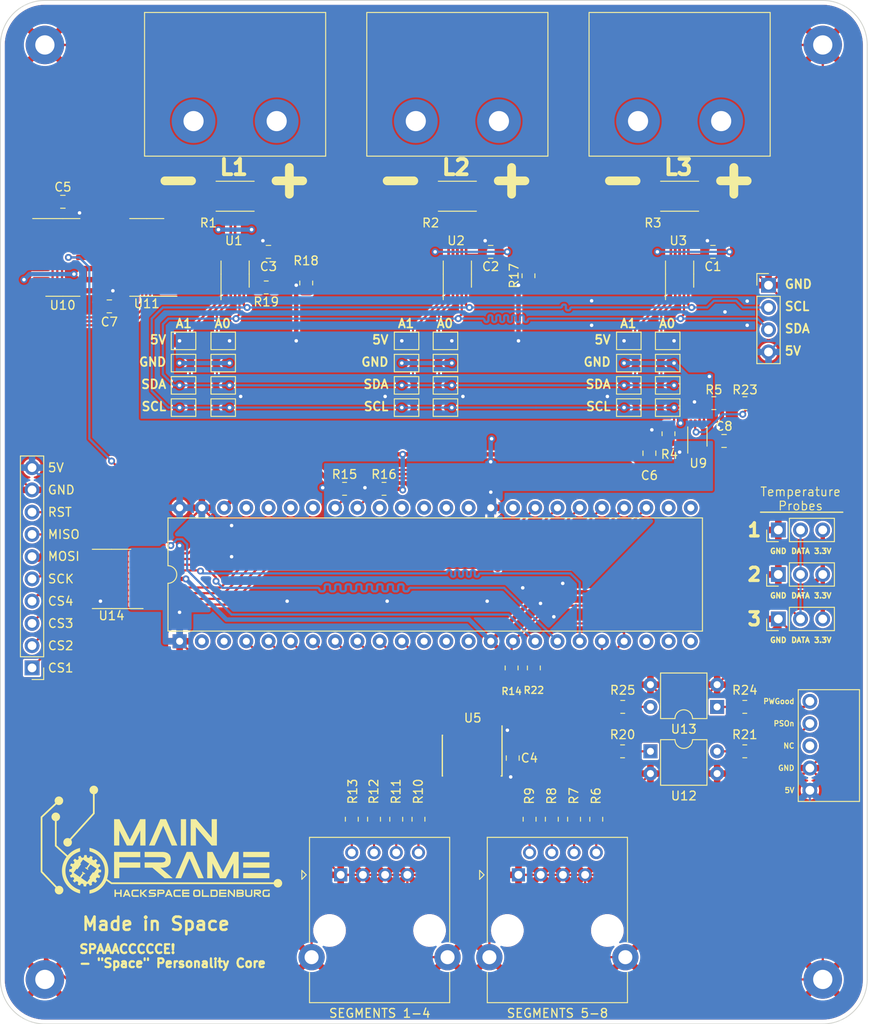
<source format=kicad_pcb>
(kicad_pcb (version 20221018) (generator pcbnew)
  (layers (0 "F.Cu" jumper) (31 "B.Cu" signal) (34 "B.Paste" user) (35 "F.Paste" user) (36 "B.SilkS" user "B.Silkscreen") (37 "F.SilkS" user "F.Silkscreen") (38 "B.Mask" user) (39 "F.Mask" user) (44 "Edge.Cuts" user))
  (net 0 "")
  (net 1 "GND")
  (net 2 "+5V")
  (net 3 "/Vin1-")
  (net 4 "/Vin1+")
  (net 5 "/Vin2-")
  (net 6 "/Vin2+")
  (net 7 "/Vin3-")
  (net 8 "/Vin3+")
  (net 9 "/LED_5_5")
  (net 10 "/LED_5_6")
  (net 11 "/LED_5_7")
  (net 12 "/LED_5_8")
  (net 13 "/LED_5_1")
  (net 14 "/LED_5_2")
  (net 15 "/LED_5_3")
  (net 16 "/LED_5_4")
  (net 17 "Net-(U3-~{Alert})")
  (net 18 "/SDA")
  (net 19 "Net-(U5-B0)")
  (net 20 "Net-(U5-B1)")
  (net 21 "Net-(U5-B2)")
  (net 22 "Net-(U5-B3)")
  (net 23 "Net-(U5-B4)")
  (net 24 "Net-(U5-B5)")
  (net 25 "Net-(U5-B6)")
  (net 26 "Net-(U5-B7)")
  (net 27 "/TEMP")
  (net 28 "Net-(U1-~{Alert})")
  (net 29 "Net-(U4-25_A11_RX6_SDA2)")
  (net 30 "Net-(U10-Pad1)")
  (net 31 "+3.3V")
  (net 43 "/LED_1")
  (net 44 "/LED_2")
  (net 45 "/LED_3")
  (net 46 "/LED_4")
  (net 47 "/LED_5")
  (net 48 "/LED_6")
  (net 49 "/LED_7")
  (net 50 "/LED_8")
  (net 54 "/RST")
  (net 56 "/5V_CS1")
  (net 57 "/5V_CS2")
  (net 58 "/5V_CS3")
  (net 63 "Net-(R20-Pad1)")
  (net 65 "/I1_A0")
  (net 66 "Net-(U4-28_RX7)")
  (net 67 "Net-(R21-Pad2)")
  (net 68 "Net-(U4-29_TX7)")
  (net 69 "Net-(U10-Pad2)")
  (net 70 "/I1_A1")
  (net 71 "/I2_A0")
  (net 72 "/I2_A1")
  (net 73 "/I3_A0")
  (net 74 "/I3_A1")
  (net 75 "/SCL3_3")
  (net 76 "/SDA3_3")
  (net 77 "Net-(U10-Pad13)")
  (net 80 "Net-(U10-Pad12)")
  (net 84 "/SCL")
  (net 85 "Net-(U2-~{Alert})")
  (net 86 "/MOSI")
  (net 87 "/SCK")
  (net 88 "/CS2")
  (net 89 "/CS1")
  (net 90 "/MISO")
  (net 91 "/PWGood")
  (net 92 "/PSOn")
  (net 93 "Net-(R24-Pad1)")
  (net 94 "Net-(R25-Pad2)")
  (net 95 "/+3.3V1")
  (net 96 "/5V_CS4")
  (net 97 "/5V_SCK")
  (net 98 "/5V_MOSI")
  (net 99 "/5V_MISO")
  (net 100 "/5V_RST")
  (net 101 "/CS4")
  (net 102 "/CS3")
  (net 104 "Net-(U9-EN)")
  (footprint "Jumper:SolderJumper-2_P1.3mm_Open_TrianglePad1.0x1.5mm" (layer "F.Cu") (at 188.655 143)
    (fp_text reference "JP16" hide)
    (fp_text value "SolderJumper_2_Open" hide)
  )
  (footprint "Package_DIP:DIP-48_W15.24mm" (layer "F.Cu") (at 162.72 177.295 90)
    (fp_text reference "U4" hide)
    (fp_text value "Teensy4.1")
  )
  (footprint "Jumper:SolderJumper-2_P1.3mm_Open_TrianglePad1.0x1.5mm" (layer "F.Cu") (at 167.7 145.54 180)
    (fp_text reference "JP3" hide)
    (fp_text value "SolderJumper_2_Open" hide)
  )
  (footprint "Custom:Mainframe" (layer "F.Cu") (at 161.29 199.39)
    (fp_text reference "REF**" hide)
    (fp_text value "Mainframe" hide)
  )
  (footprint "Resistor_SMD:R_0805_2012Metric" (layer "F.Cu") (at 205.255 197.61 90)
    (fp_text reference "R8")
    (fp_text value "100Ω")
  )
  (footprint "Package_DIP:DIP-4_W7.62mm" (layer "F.Cu") (at 224.145 184.79 180)
    (fp_text reference "U13")
    (fp_text value "PC817")
  )
  (footprint "Package_DIP:DIP-4_W7.62mm" (layer "F.Cu") (at 216.525 189.86)
    (fp_text reference "U12")
    (fp_text value "PC817")
  )
  (footprint "Custom:15EDG_Plug-in_Terminal_5x05_P2.54mm_Horizontal" (layer "F.Cu") (at 234.7468 194.31 180)
    (fp_text reference "J6" hide)
    (fp_text value "Conn_01x05_Pin" hide)
  )
  (footprint "Jumper:SolderJumper-2_P1.3mm_Open_TrianglePad1.0x1.5mm" (layer "F.Cu") (at 218.5 145.54 180)
    (fp_text reference "JP21" hide)
    (fp_text value "SolderJumper_2_Open" hide)
  )
  (footprint "Jumper:SolderJumper-2_P1.3mm_Open_TrianglePad1.0x1.5mm" (layer "F.Cu") (at 218.5 150.62 180)
    (fp_text reference "JP19" hide)
    (fp_text value "SolderJumper_2_Open" hide)
  )
  (footprint "Resistor_SMD:R_0805_2012Metric" (layer "F.Cu") (at 227.31 189.86 180)
    (fp_text reference "R21")
    (fp_text value "330Ω")
  )
  (footprint "Custom:HB9500_1x02_P9.5mm_Screw_terminal" (layer "F.Cu") (at 162.31 109.915 180)
    (fp_text reference "J1" hide)
    (fp_text value "Screw_Terminal_01x02" hide)
  )
  (footprint "Resistor_SMD:R_0805_2012Metric" (layer "F.Cu") (at 172.616 136.904 180)
    (fp_text reference "R19")
    (fp_text value "10kΩ")
  )
  (footprint "Resistor_SMD:R_0805_2012Metric" (layer "F.Cu") (at 202.715 197.61 90)
    (fp_text reference "R9")
    (fp_text value "100Ω")
  )
  (footprint "Resistor_SMD:R_0805_2012Metric" (layer "F.Cu") (at 200.66 180.34 90)
    (fp_text reference "R14")
    (fp_text value "4.7kΩ")
  )
  (footprint "Connector_RJ:RJ45_Ninigi_GE" (layer "F.Cu") (at 201.445 203.96)
    (fp_text reference "J10" hide)
    (fp_text value "LED_[5..8]")
  )
  (footprint "Package_SO:VSSOP-10_3x3mm_P0.5mm" (layer "F.Cu") (at 169.06 135.38 90)
    (fp_text reference "U1")
    (fp_text value "INA226" hide)
  )
  (footprint "Capacitor_SMD:C_0805_2012Metric" (layer "F.Cu") (at 154.686 139.065)
    (fp_text reference "C7")
    (fp_text value "0.1uF")
  )
  (footprint "Jumper:SolderJumper-2_P1.3mm_Open_TrianglePad1.0x1.5mm" (layer "F.Cu") (at 214.055 150.62)
    (fp_text reference "JP20" hide)
    (fp_text value "SolderJumper_2_Open" hide)
  )
  (footprint "Resistor_SMD:R_0805_2012Metric" (layer "F.Cu") (at 186.0785 159.893 180)
    (fp_text reference "R16")
    (fp_text value "4.7kΩ")
  )
  (footprint "Package_SO:SO-14_3.9x8.65mm_P1.27mm" (layer "F.Cu") (at 149.375 133.475)
    (fp_text reference "U10")
    (fp_text value "74LS32" hide)
  )
  (footprint "Resistor_SMD:R_0805_2012Metric" (layer "F.Cu") (at 182.395 197.61 90)
    (fp_text reference "R13")
    (fp_text value "100Ω")
  )
  (footprint "Jumper:SolderJumper-2_P1.3mm_Open_TrianglePad1.0x1.5mm" (layer "F.Cu") (at 193.1 145.54 180)
    (fp_text reference "JP13" hide)
    (fp_text value "SolderJumper_2_Open" hide)
  )
  (footprint "Connector_PinHeader_2.54mm:PinHeader_1x03_P2.54mm_Vertical" (layer "F.Cu") (at 231.14 174.75 90)
    (fp_text reference "U8" hide)
    (fp_text value "DS18B20" hide)
  )
  (footprint "Resistor_SMD:R_0805_2012Metric" (layer "F.Cu") (at 227.33 150.114)
    (fp_text reference "R23")
    (fp_text value "200kΩ" hide)
  )
  (footprint "Resistor_SMD:R_0805_2012Metric" (layer "F.Cu") (at 227.31 184.785)
    (fp_text reference "R24")
    (fp_text value "330Ω")
  )
  (footprint "Connector_PinHeader_2.54mm:PinHeader_1x10_P2.54mm_Vertical" (layer "F.Cu") (at 145.853 180.335 180)
    (fp_text reference "J5" hide)
    (fp_text value "Conn_01x10_Pin" hide)
  )
  (footprint "Connector_PinHeader_2.54mm:PinHeader_1x04_P2.54mm_Vertical" (layer "F.Cu") (at 230.02 136.65)
    (fp_text reference "J4" hide)
    (fp_text value "Conn_01x04_Pin" hide)
  )
  (footprint "Resistor_SMD:R_0805_2012Metric" (layer "F.Cu") (at 187.475 197.61 90)
    (fp_text reference "R11")
    (fp_text value "100Ω")
  )
  (footprint "Connector_RJ:RJ45_Ninigi_GE" (layer "F.Cu") (at 181.125 203.96)
    (fp_text reference "J11" hide)
    (fp_text value "LED_[1..4]")
  )
  (footprint "MountingHole:MountingHole_2.2mm_M2_Pad" (layer "F.Cu") (at 236.22 215.9)
    (fp_text reference "H4" hide)
    (fp_text value "MountingHole_Pad" hide)
  )
  (footprint "Resistor_SMD:R_0805_2012Metric" (layer "F.Cu") (at 207.795 197.61 90)
    (fp_text reference "R7")
    (fp_text value "100Ω")
  )
  (footprint "Jumper:SolderJumper-2_P1.3mm_Open_TrianglePad1.0x1.5mm" (layer "F.Cu") (at 163.165 150.62)
    (fp_text reference "JP6" hide)
    (fp_text value "SolderJumper_2_Open" hide)
  )
  (footprint "Jumper:SolderJumper-2_P1.3mm_Open_TrianglePad1.0x1.5mm" (layer "F.Cu") (at 163.165 143)
    (fp_text reference "JP8" hide)
    (fp_text value "SolderJumper_2_Open" hide)
  )
  (footprint "Jumper:SolderJumper-2_P1.3mm_Open_TrianglePad1.0x1.5mm" (layer "F.Cu") (at 167.7 148.08 180)
    (fp_text reference "JP1" hide)
    (fp_text value "SolderJumper_2_Open" hide)
  )
  (footprint "MountingHole:MountingHole_2.2mm_M2_Pad" (layer "F.Cu") (at 147.32 109.22)
    (fp_text reference "H1" hide)
    (fp_text value "MountingHole_Pad" hide)
  )
  (footprint "Connector_PinHeader_2.54mm:PinHeader_1x03_P2.54mm_Vertical" (layer "F.Cu") (at 231.14 164.59 90)
    (fp_text reference "U6" hide)
    (fp_text value "DS18B20" hide)
  )
  (footprint "Custom:HB9500_1x02_P9.5mm_Screw_terminal" (layer "F.Cu") (at 213.11 109.915 180)
    (fp_text reference "J3" hide)
    (fp_text value "Screw_Terminal_01x02" hide)
  )
  (footprint "Resistor_SMD:R_2512_6332Metric" (layer "F.Cu") (at 219.86 126.49)
    (fp_text reference "R3")
    (fp_text value "6mΩ" hide)
  )
  (footprint "Jumper:SolderJumper-2_P1.3mm_Open_TrianglePad1.0x1.5mm" (layer "F.Cu") (at 214.055 143)
    (fp_text reference "JP24" hide)
    (fp_text value "SolderJumper_2_Open" hide)
  )
  (footprint "Package_SO:VSSOP-10_3x3mm_P0.5mm" (layer "F.Cu") (at 219.86 135.38 90)
    (fp_text reference "U3")
    (fp_text value "INA226" hide)
  )
  (footprint "Jumper:SolderJumper-2_P1.3mm_Open_TrianglePad1.0x1.5mm" (layer "F.Cu") (at 167.7 150.62 180)
    (fp_text reference "JP2" hide)
    (fp_text value "SolderJumper_2_Open" hide)
  )
  (footprint "Jumper:SolderJumper-2_P1.3mm_Open_TrianglePad1.0x1.5mm" (layer "F.Cu") (at 193.1 148.08 180)
    (fp_text reference "JP9" hide)
    (fp_text value "SolderJumper_2_Open" hide)
  )
  (footprint "Capacitor_SMD:C_0805_2012Metric" (layer "F.Cu") (at 200.787 190.627 90)
    (fp_text reference "C4")
    (fp_text value "0.1uF")
  )
  (footprint "Package_SO:SSOP-20_4.4x6.5mm_P0.65mm" (layer "F.Cu") (at 196.115 190.35 -90)
    (fp_text reference "U5")
    (fp_text value "74HC245")
  )
  (footprint "Jumper:SolderJumper-2_P1.3mm_Open_TrianglePad1.0x1.5mm" (layer "F.Cu") (at 163.165 145.54)
    (fp_text reference "JP7" hide)
    (fp_text value "SolderJumper_2_Open" hide)
  )
  (footprint "Resistor_SMD:R_0805_2012Metric" (layer "F.Cu") (at 190.015 197.61 90)
    (fp_text reference "R10")
    (fp_text value "100Ω")
  )
  (footprint "Resistor_SMD:R_0805_2012Metric" (layer "F.Cu") (at 223.774 150.114 180)
    (fp_text reference "R5")
    (fp_text value "4.7kΩ" hide)
  )
  (footprint "Capacitor_SMD:C_0805_2012Metric" (layer "F.Cu") (at 149.375 127.125)
    (fp_text reference "C5")
    (fp_text value "0.1uF")
  )
  (footprint "Capacitor_SMD:C_0805_2012Metric" (layer "F.Cu") (at 224.94 154.43)
    (fp_text reference "C8")
    (fp_text value "0.1uF" hide)
  )
  (footprint "Resistor_SMD:R_0805_2012Metric" (layer "F.Cu") (at 213.34 189.86 180)
    (fp_text reference "R20")
    (fp_text value "330Ω")
  )
  (footprint "MountingHole:MountingHole_2.2mm_M2_Pad" (layer "F.Cu") (at 236.22 109.22)
    (fp_text reference "H2" hide)
    (fp_text value "MountingHole_Pad" hide)
  )
  (footprint "Capacitor_SMD:C_0805_2012Metric" (layer "F.Cu") (at 216.408 155.829 -90)
    (fp_text reference "C6")
    (fp_text value "0.1uF" hide)
  )
  (footprint "Resistor_SMD:R_0805_2012Metric" (layer "F.Cu") (at 218.59 153.605 90)
    (fp_text reference "R4")
    (fp_text value "4.7kΩ")
  )
  (footprint "Jumper:SolderJumper-2_P1.3mm_Open_TrianglePad1.0x1.5mm" (layer "F.Cu") (at 188.655 145.54)
    (fp_text reference "JP14" hide)
    (fp_text value "SolderJumper_2_Open" hide)
  )
  (footprint "Jumper:SolderJumper-2_P1.3mm_Open_TrianglePad1.0x1.5mm" (layer "F.Cu") (at 214.055 145.54)
    (fp_text reference "JP22" hide)
    (fp_text value "SolderJumper_2_Open" hide)
  )
  (footprint "Jumper:SolderJumper-2_P1.3mm_Open_TrianglePad1.0x1.5mm" (layer "F.Cu") (at 188.655 148.08)
    (fp_text reference "JP10" hide)
    (fp_text value "SolderJumper_2_Open" hide)
  )
  (footprint "Package_SO:HTSSOP-20-1EP_4.4x6.5mm_P0.65mm_EP2.74x3.86mm" (layer "F.Cu") (at 154.94 170.18 180)
    (fp_text reference "U14")
    (fp_text value "TXB0108DQSR")
  )
  (footprint "Resistor_SMD:R_0805_2012Metric" (layer "F.Cu") (at 203.2 180.34 90)
    (fp_text reference "R22")
    (fp_text value "10kΩ")
  )
  (footprint "Resistor_SMD:R_0805_2012Metric" (layer "F.Cu") (at 181.57 159.893)
    (fp_text reference "R15")
    (fp_text value "4.7kΩ")
  )
  (footprint "Capacitor_SMD:C_0805_2012Metric" (layer "F.Cu") (at 198.27 132.84 180)
    (fp_text reference "C2")
    (fp_text value "0.1uF")
  )
  (footprint "Jumper:SolderJumper-2_P1.3mm_Open_TrianglePad1.0x1.5mm" (layer "F.Cu") (at 214.055 148.08)
    (fp_text reference "JP18" hide)
    (fp_text value "SolderJumper_2_Open" hide)
  )
  (footprint "Resistor_SMD:R_2512_6332Metric" (layer "F.Cu") (at 169.06 126.49)
    (fp_text reference "R1")
    (fp_text value "6mΩ" hide)
  )
  (footprint "Resistor_SMD:R_0805_2012Metric" (layer "F.Cu") (at 202.588 135.571 90)
    (fp_text reference "R17")
    (fp_text value "10kΩ")
  )
  (footprint "Connector_PinHeader_2.54mm:PinHeader_1x03_P2.54mm_Vertical" (layer "F.Cu") (at 231.14 169.67 90)
    (fp_text reference "U7" hide)
    (fp_text value "DS18B20" hide)
  )
  (footprint "Jumper:SolderJumper-2_P1.3mm_Open_TrianglePad1.0x1.5mm" (layer "F.Cu") (at 167.7 143 180)
    (fp_text reference "JP4" hide)
    (fp_text value "SolderJumper_2_Open" hide)
  )
  (footprint "Resistor_SMD:R_0805_2012Metric" (layer "F.Cu") (at 184.935 197.61 90)
    (fp_text reference "R12")
    (fp_text value "100Ω")
  )
  (footprint "Package_SO:VSSOP-10_3x3mm_P0.5mm" (layer "F.Cu") (at 194.46 135.38 90)
    (fp_text reference "U2")
    (fp_text value "INA226" hide)
  )
  (footprint "Resistor_SMD:R_0805_2012Metric" (layer "F.Cu") (at 213.36 184.785)
    (fp_text reference "R25")
    (fp_text value "330Ω")
  )
  (footprint "Resistor_SMD:R_2512_6332Metric" (layer "F.Cu") (at 194.46 126.49)
    (fp_text reference "R2")
    (fp_text value "6mΩ" hide)
  )
  (footprint "Package_SO:VSSOP-8_2.3x2mm_P0.5mm" (layer "F.Cu") (at 221.892 153.922 90)
    (fp_text reference "U9")
    (fp_text value "PCA9306" hide)
  )
  (footprint "MountingHole:MountingHole_2.2mm_M2_Pad" (layer "F.Cu") (at 147.32 215.9)
    (fp_text reference "H3" hide)
    (fp_text value "MountingHole_Pad" hide)
  )
  (footprint "Jumper:SolderJumper-2_P1.3mm_Open_TrianglePad1.0x1.5mm" (layer "F.Cu") (at 218.5 143 180)
    (fp_text reference "JP23" hide)
    (fp_text value "SolderJumper_2_Open" hide)
  )
  (footprint "Jumper:SolderJumper-2_P1.3mm_Open_TrianglePad1.0x1.5mm" (layer "F.Cu") (at 193.1 143 180)
    (fp_text reference "JP15" hide)
    (fp_text value "SolderJumper_2_Open" hide)
  )
  (footprint "Package_SO:SO-14_3.9x8.65mm_P1.27mm" (layer "F.Cu") (at 158.965 133.475 180)
    (fp_text reference "U11")
    (fp_text value "74AHC04" hide)
  )
  (footprint "Custom:HB9500_1x02_P9.5mm_Screw_terminal" (layer "F.Cu") (at 187.71 109.915 180)
    (fp_text reference "J2" hide)
    (fp_text value "Screw_Terminal_01x02" hide)
  )
  (footprint "Capacitor_SMD:C_0805_2012Metric" (layer "F.Cu") (at 172.87 132.84 180)
    (fp_text reference "C3")
    (fp_text value "0.1uF")
  )
  (footprint "Jumper:SolderJumper-2_P1.3mm_Open_TrianglePad1.0x1.5mm" (layer "F.Cu") (at 218.5 148.08 180)
    (fp_text reference "JP17" hide)
    (fp_text value "SolderJumper_2_Open" hide)
  )
  (footprint "Resistor_SMD:R_0805_2012Metric" (layer "F.Cu") (at 210.335 197.61 90)
    (fp_text reference "R6")
    (fp_text value "100Ω")
  )
  (footprint "Jumper:SolderJumper-2_P1.3mm_Open_TrianglePad1.0x1.5mm" (layer "F.Cu") (at 163.165 148.08)
    (fp_text reference "JP5" hide)
    (fp_text value "SolderJumper_2_Open" hide)
  )
  (footprint "Capacitor_SMD:C_0805_2012Metric" (layer "F.Cu") (at 223.67 132.84 180)
    (fp_text reference "C1")
    (fp_text value "0.1uF")
  )
  (footprint "Resistor_SMD:R_0805_2012Metric" (layer "F.Cu") (at 177.188 136.396 90)
    (fp_text reference "R18")
    (fp_text value "10kΩ")
  )
  (footprint "Jumper:SolderJumper-2_P1.3mm_Open_TrianglePad1.0x1.5mm" (layer "F.Cu") (at 193.1 150.62 180)
    (fp_text reference "JP11" hide)
    (fp_text value "SolderJumper_2_Open" hide)
  )
  (footprint "Jumper:SolderJumper-2_P1.3mm_Open_TrianglePad1.0x1.5mm" (layer "F.Cu") (at 188.655 150.62)
    (fp_text reference "JP12" hide)
    (fp_text value "SolderJumper_2_Open" hide)
  )
  (gr_line (start 229.108 162.56) (end 238.506 162.56) (stroke (width 0.15)) (layer "F.SilkS"))
  (gr_line (start 147.32 104.14) (end 236.22 104.14) (stroke (width 0.1)) (layer "Edge.Cuts"))
  (gr_arc (start 147.32 220.98) (mid 143.727898 219.492102) (end 142.24 215.9) (stroke (width 0.1)) (layer "Edge.Cuts"))
  (gr_line (start 142.24 215.9) (end 142.24 109.22) (stroke (width 0.1)) (layer "Edge.Cuts"))
  (gr_line (start 236.22 220.98) (end 147.32 220.98) (stroke (width 0.1)) (layer "Edge.Cuts"))
  (gr_line (start 241.3 109.22) (end 241.3 215.9) (stroke (width 0.1)) (layer "Edge.Cuts"))
  (gr_arc (start 241.3 215.9) (mid 239.812102 219.492102) (end 236.22 220.98) (stroke (width 0.1)) (layer "Edge.Cuts"))
  (gr_arc (start 236.22 104.14) (mid 239.812102 105.627898) (end 241.3 109.22) (stroke (width 0.1)) (layer "Edge.Cuts"))
  (gr_arc (start 142.24 109.22) (mid 143.727898 105.627898) (end 147.32 104.14) (stroke (width 0.1)) (layer "Edge.Cuts"))
  (gr_text "5V" (at 147.574 157.48) (layer "F.SilkS") (effects (font (size 1 1)) (justify left)))
  (gr_text "5V" (at 212.09 142.875) (layer "F.SilkS") (effects (font (size 1 1) (thickness 0.2) bold) (justify right)))
  (gr_text "GND" (at 233.045 191.77) (layer "F.SilkS") (effects (font (size 0.6 0.6) (thickness 0.125) bold) (justify right)))
  (gr_text "SDA" (at 231.775 141.605) (layer "F.SilkS") (effects (font (size 1 1) (thickness 0.2) bold) (justify left)))
  (gr_text "GND" (at 186.69 145.415) (layer "F.SilkS") (effects (font (size 1 1) (thickness 0.2) bold) (justify right)))
  (gr_text "SPAAACCCCCE!\n- {dblquote}Space{dblquote} Personality Core " (at 151.13 214.63) (layer "F.SilkS") (effects (font (size 1 1) (thickness 0.25) bold) (justify left bottom)))
  (gr_text "A1" (at 163.195 141.605) (layer "F.SilkS") (effects (font (size 1 1) (thickness 0.2) bold) (justify bottom)))
  (gr_text "DATA" (at 233.68 177.165) (layer "F.SilkS") (effects (font (size 0.6 0.6) (thickness 0.15) bold)))
  (gr_text "1" (at 229.362 164.592) (layer "F.SilkS") (effects (font (size 1.5 1.5) (thickness 0.375) bold) (justify right)))
  (gr_text "+" (at 200.66 124.46) (layer "F.SilkS") (effects (font (size 4 4) (thickness 1) bold)))
  (gr_text "-" (at 187.96 124.46) (layer "F.SilkS") (effects (font (size 4 4) (thickness 1) bold)))
  (gr_text "SCK" (at 147.574 170.18) (layer "F.SilkS") (effects (font (size 1 1)) (justify left)))
  (gr_text "L3" (at 219.71 123.19) (layer "F.SilkS") (effects (font (size 1.75 1.75) (thickness 0.4375) bold)))
  (gr_text "3" (at 229.362 174.752) (layer "F.SilkS") (effects (font (size 1.5 1.5) (thickness 0.375) bold) (justify right)))
  (gr_text "5V" (at 233.045 194.31) (layer "F.SilkS") (effects (font (size 0.6 0.6) (thickness 0.125) bold) (justify right)))
  (gr_text "PSOn" (at 233.045 186.69) (layer "F.SilkS") (effects (font (size 0.6 0.6) (thickness 0.125) bold) (justify right)))
  (gr_text "CS3" (at 147.574 175.26) (layer "F.SilkS") (effects (font (size 1 1)) (justify left)))
  (gr_text "A0" (at 218.44 141.605) (layer "F.SilkS") (effects (font (size 1 1) (thickness 0.2) bold) (justify bottom)))
  (gr_text "A1" (at 188.595 141.605) (layer "F.SilkS") (effects (font (size 1 1) (thickness 0.2) bold) (justify bottom)))
  (gr_text "SCL" (at 186.69 150.495) (layer "F.SilkS") (effects (font (size 1 1) (thickness 0.2) bold) (justify right)))
  (gr_text "GND" (at 161.29 145.415) (layer "F.SilkS") (effects (font (size 1 1) (thickness 0.2) bold) (justify right)))
  (gr_text "GND" (at 231.14 172.085) (layer "F.SilkS") (effects (font (size 0.6 0.6) (thickness 0.15) bold)))
  (gr_text "NC" (at 233.045 189.23) (layer "F.SilkS") (effects (font (size 0.6 0.6) (thickness 0.125) bold) (justify right)))
  (gr_text "SEGMENTS 1-4" (at 179.705 220.345) (layer "F.SilkS") (effects (font (size 1 1)) (justify left bottom)))
  (gr_text "L1" (at 168.91 123.19) (layer "F.SilkS") (effects (font (size 1.75 1.75) (thickness 0.4375) bold)))
  (gr_text "SCL" (at 161.29 150.495) (layer "F.SilkS") (effects (font (size 1 1) (thickness 0.2) bold) (justify right)))
  (gr_text "-" (at 162.56 124.46) (layer "F.SilkS") (effects (font (size 4 4) (thickness 1) bold)))
  (gr_text "GND" (at 231.14 167.005) (layer "F.SilkS") (effects (font (size 0.6 0.6) (thickness 0.15) bold)))
  (gr_text "GND\n" (at 147.574 160.02) (layer "F.SilkS") (effects (font (size 1 1)) (justify left)))
  (gr_text "CS2" (at 147.574 177.8) (layer "F.SilkS") (effects (font (size 1 1)) (justify left)))
  (gr_text "Made in Space" (at 160.02 209.55) (layer "F.SilkS") (effects (font (size 1.5 1.5) (thickness 0.3) bold)))
  (gr_text "3.3V" (at 236.22 177.165) (layer "F.SilkS") (effects (font (size 0.6 0.6) (thickness 0.15) bold)))
  (gr_text "Temperature\nProbes" (at 233.68 161.036) (layer "F.SilkS") (effects (font (size 1 1) (thickness 0.125))))
  (gr_text "+" (at 175.26 124.46) (layer "F.SilkS") (effects (font (size 4 4) (thickness 1) bold)))
  (gr_text "3.3V" (at 236.22 172.085) (layer "F.SilkS") (effects (font (size 0.6 0.6) (thickness 0.15) bold)))
  (gr_text "2" (at 229.362 169.672) (layer "F.SilkS") (effects (font (size 1.5 1.5) (thickness 0.375) bold) (justify right)))
  (gr_text "5V" (at 161.29 142.875) (layer "F.SilkS") (effects (font (size 1 1) (thickness 0.2) bold) (justify right)))
  (gr_text "PWGood" (at 233.045 184.15) (layer "F.SilkS") (effects (font (size 0.6 0.6) (thickness 0.125) bold) (justify right)))
  (gr_text "RST\n" (at 147.574 162.56) (layer "F.SilkS") (effects (font (size 1 1)) (justify left)))
  (gr_text "MISO\n" (at 147.574 165.1) (layer "F.SilkS") (effects (font (size 1 1)) (justify left)))
  (gr_text "+" (at 226.06 124.46) (layer "F.SilkS") (effects (font (size 4 4) (thickness 1) bold)))
  (gr_text "GND" (at 212.09 145.415) (layer "F.SilkS") (effects (font (size 1 1) (thickness 0.2) bold) (justify right)))
  (gr_text "GND" (at 231.775 136.525) (layer "F.SilkS") (effects (font (size 1 1) (thickness 0.2) bold) (justify left)))
  (gr_text "A0" (at 167.64 141.605) (layer "F.SilkS") (effects (font (size 1 1) (thickness 0.2) bold) (justify bottom)))
  (gr_text "MOSI\n" (at 147.574 167.605) (layer "F.SilkS") (effects (font (size 1 1)) (justify left)))
  (gr_text "CS1\n" (at 147.574 180.34) (layer "F.SilkS") (effects (font (size 1 1)) (justify left)))
  (gr_text "SDA" (at 161.29 147.955) (layer "F.SilkS") (effects (font (size 1 1) (thickness 0.2) bold) (justify right)))
  (gr_text "SDA" (at 212.09 147.955) (layer "F.SilkS") (effects (font (size 1 1) (thickness 0.2) bold) (justify right)))
  (gr_text "A1" (at 213.995 141.605) (layer "F.SilkS") (effects (font (size 1 1) (thickness 0.2) bold) (justify bottom)))
  (gr_text "SCL" (at 231.775 139.065) (layer "F.SilkS") (effects (font (size 1 1) (thickness 0.2) bold) (justify left)))
  (gr_text "L2" (at 194.31 123.19) (layer "F.SilkS") (effects (font (size 1.75 1.75) (thickness 0.4375) bold)))
  (gr_text "SCL" (at 212.09 150.495) (layer "F.SilkS") (effects (font (size 1 1) (thickness 0.2) bold) (justify right)))
  (gr_text "SDA" (at 186.69 147.955) (layer "F.SilkS") (effects (font (size 1 1) (thickness 0.2) bold) (justify right)))
  (gr_text "5V" (at 231.775 144.145) (layer "F.SilkS") (effects (font (size 1 1) (thickness 0.2) bold) (justify left)))
  (gr_text "GND" (at 231.14 177.165) (layer "F.SilkS") (effects (font (size 0.6 0.6) (thickness 0.15) bold)))
  (gr_text "CS4" (at 147.574 172.72) (layer "F.SilkS") (effects (font (size 1 1)) (justify left)))
  (gr_text "A0" (at 193.04 141.605) (layer "F.SilkS") (effects (font (size 1 1) (thickness 0.2) bold) (justify bottom)))
  (gr_text "3.3V" (at 236.22 167.005) (layer "F.SilkS") (effects (font (size 0.6 0.6) (thickness 0.15) bold)))
  (gr_text "5V" (at 186.69 142.875) (layer "F.SilkS") (effects (font (size 1 1) (thickness 0.2) bold) (justify right)))
  (gr_text "DATA" (at 233.68 172.085) (layer "F.SilkS") (effects (font (size 0.6 0.6) (thickness 0.15) bold)))
  (gr_text "-" (at 213.36 124.46) (layer "F.SilkS") (effects (font (size 4 4) (thickness 1) bold)))
  (gr_text "SEGMENTS 5-8" (at 200.025 220.345) (layer "F.SilkS") (effects (font (size 1 1)) (justify left bottom)))
  (gr_text "DATA" (at 233.68 167.005) (layer "F.SilkS") (effects (font (size 0.6 0.6) (thickness 0.15) bold)))
  (segment (start 147.32 213.36) (end 147.32 215.9) (width 0.25) (layer "F.Cu") (net 1))
  (segment (start 209.065 210.88632) (end 209.065 203.96) (width 0.25) (layer "F.Cu") (net 1))
  (segment (start 236.22 215.9) (end 216.2 215.9) (width 0.25) (layer "F.Cu") (net 1))
  (segment (start 224.445 141.73) (end 224.445 139.825) (width 0.25) (layer "F.Cu") (net 1))
  (segment (start 161.8 198.88) (end 163.98 198.88) (width 0.25) (layer "F.Cu") (net 1))
  (segment (start 152.824999 136.015) (end 151.85 136.015) (width 0.25) (layer "F.Cu") (net 1))
  (segment (start 231.14 161.405) (end 224.165 154.43) (width 0.25) (layer "F.Cu") (net 1))
  (segment (start 234.7468 191.77) (end 235.9218 190.595) (width 0.25) (layer "F.Cu") (net 1))
  (segment (start 167.289 164.084) (end 168.656 164.084) (width 0.25) (layer "F.Cu") (net 1))
  (segment (start 220.36 133.18) (end 220.36 132.387236) (width 0.25) (layer "F.Cu") (net 1))
  (segment (start 175.26 215.9) (end 177.8 213.36) (width 0.25) (layer "F.Cu") (net 1))
  (segment (start 221.484 154.43) (end 221.167 154.747) (width 0.25) (layer "F.Cu") (net 1))
  (segment (start 156.109092 130.935) (end 156.49 130.935) (width 0.25) (layer "F.Cu") (net 1))
  (segment (start 195.095 189.99) (end 193.19 188.085) (width 0.25) (layer "F.Cu") (net 1))
  (segment (start 177.8 213.36) (end 177.8 209.536573) (width 0.25) (layer "F.Cu") (net 1))
  (segment (start 173.645 132.84) (end 175.3205 132.84) (width 0.25) (layer "F.Cu") (net 1))
  (segment (start 236.22 215.9) (end 236.22 212.598) (width 0.25) (layer "F.Cu") (net 1))
  (segment (start 200.175 132.84) (end 217.32 132.84) (width 0.25) (layer "F.Cu") (net 1))
  (segment (start 155.19 132.205) (end 155.19 131.854092) (width 0.25) (layer "F.Cu") (net 1))
  (segment (start 198.28 160.274) (end 198.28 162.055) (width 0.25) (layer "F.Cu") (net 1))
  (segment (start 224.445 139.825) (end 224.445 139.7) (width 0.25) (layer "F.Cu") (net 1))
  (segment (start 213.51 145.54) (end 193.825 145.54) (width 0.25) (layer "F.Cu") (net 1))
  (segment (start 197.14 191.4) (end 195.857 190.117) (width 0.25) (layer "F.Cu") (net 1))
  (segment (start 188.745 210.88632) (end 188.745 203.96) (width 0.25) (layer "F.Cu") (net 1))
  (segment (start 144.93 129.347696) (end 144.93 136.015) (width 0.25) (layer "F.Cu") (net 1))
  (segment (start 224.445 136.65) (end 224.445 132.84) (width 0.25) (layer "F.Cu") (net 1))
  (segment (start 155.19 133.149999) (end 155.19 132.205) (width 0.25) (layer "F.Cu") (net 1))
  (segment (start 144.272 158.496) (end 145.796 160.02) (width 0.25) (layer "F.Cu") (net 1))
  (segment (start 169.695 149.35) (end 169.695 145.54) (width 0.25) (layer "F.Cu") (net 1))
  (segment (start 198.39 193.25) (end 198.39 192.5) (width 0.25) (layer "F.Cu") (net 1))
  (segment (start 151.915 134.81) (end 151.85 134.745) (width 0.25) (layer "F.Cu") (net 1))
  (segment (start 198.39 192.5) (end 199.49 191.4) (width 0.25) (layer "F.Cu") (net 1))
  (segment (start 224.145 182.25) (end 216.525 182.25) (width 0.25) (layer "F.Cu") (net 1))
  (segment (start 155.515001 133.475) (end 155.19 133.149999) (width 0.25) (layer "F.Cu") (net 1))
  (segment (start 163.98 198.88) (end 176.045 198.88) (width 0.25) (layer "F.Cu") (net 1))
  (segment (start 162.72 164.6) (end 162.71 164.59) (width 0.25) (layer "F.Cu") (net 1))
  (segment (start 158.9 141.73) (end 151.345 141.73) (width 0.25) (layer "F.Cu") (net 1))
  (segment (start 162.71 174.73) (end 162.72 174.74) (width 0.25) (layer "F.Cu") (net 1))
  (segment (start 224.165 154.43) (end 221.484 154.43) (width 0.25) (layer "F.Cu") (net 1))
  (segment (start 162.71 165.88) (end 162.71 166.37) (width 0.25) (layer "F.Cu") (net 1))
  (segment (start 193.19 188.085) (end 193.19 187.45) (width 0.25) (layer "F.Cu") (net 1))
  (segment (start 224.445 139.7) (end 225.044 139.7) (width 0.25) (layer "F.Cu") (net 1))
  (segment (start 224.145 192.4) (end 234.1168 192.4) (width 0.25) (layer "F.Cu") (net 1))
  (segment (start 225.044 139.7) (end 226.314 139.7) (width 0.25) (layer "F.Cu") (net 1))
  (segment (start 220.214 155.7) (end 219.86 155.7) (width 0.25) (layer "F.Cu") (net 1))
  (segment (start 151.345 141.73) (end 146.9 137.285) (width 0.25) (layer "F.Cu") (net 1))
  (segment (start 216.70038 155.7) (end 211.605 150.60462) (width 0.25) (layer "F.Cu") (net 1))
  (segment (start 231.195 164.535) (end 231.14 164.59) (width 0.25) (layer "F.Cu") (net 1))
  (segment (start 195.857 190.117) (end 195.73 189.99) (width 0.25) (layer "F.Cu") (net 1))
  (segment (start 147.32 109.22) (end 236.22 109.22) (width 0.25) (layer "F.Cu") (net 1))
  (segment (start 181.125 206.211573) (end 181.125 203.96) (width 0.25) (layer "F.Cu") (net 1))
  (segment (start 145.115 111.425) (end 147.32 109.22) (width 0.25) (layer "F.Cu") (net 1))
  (segment (start 153.807 136.997001) (end 152.824999 136.015) (width 0.25) (layer "F.Cu") (net 1))
  (segment (start 210.695 203.96) (end 209.065 203.96) (width 0.25) (layer "F.Cu") (net 1))
  (segment (start 195.095 149.35) (end 195.095 145.54) (width 0.25) (layer "F.Cu") (net 1))
  (segment (start 211.53868 213.36) (end 209.065 210.88632) (width 0.25) (layer "F.Cu") (net 1))
  (segment (start 227.5485 138.4655) (end 226.314 139.7) (width 0.25) (layer "F.Cu") (net 1))
  (segment (start 195.73 189.99) (end 195.095 189.99) (width 0.25) (layer "F.Cu") (net 1))
  (segment (start 173.645 131.954695) (end 173.645 132.84) (width 0.25) (layer "F.Cu") (net 1))
  (segment (start 201.445 206.211573) (end 201.445 203.96) (width 0.25) (layer "F.Cu") (net 1))
  (segment (start 223.67 145.54) (end 224.445 144.765) (width 0.25) (layer "F.Cu") (net 1))
  (segment (start 234.1168 192.4) (end 234.7468 191.77) (width 0.25) (layer "F.Cu") (net 1))
  (segment (start 161.44 129.665) (end 161.438 129.667) (width 0.25) (layer "F.Cu") (net 1))
  (segment (start 212.469004 199.123904) (end 212.469004 199.146) (width 0.25) (layer "F.Cu") (net 1))
  (segment (start 234.7468 191.77) (end 237.236 194.2592) (width 0.25) (layer "F.Cu") (net 1))
  (segment (start 224.145 182.25) (end 231.14 175.255) (width 0.25) (layer "F.Cu") (net 1))
  (segment (start 226.314 139.7) (end 227.584 140.97) (width 0.25) (layer "F.Cu") (net 1))
  (segment (start 237.236 194.2592) (end 237.236 206.502) (width 0.25) (layer "F.Cu") (net 1))
  (segment (start 198.374 152.629) (end 198.374 154.178) (width 0.25) (layer "F.Cu") (net 1))
  (segment (start 235.9218 190.595) (end 235.9218 179.5318) (width 0.25) (layer "F.Cu") (net 1))
  (segment (start 155.19 132.205) (end 155.19 130.4) (width 0.25) (layer "F.Cu") (net 1))
  (segment (start 144.93 136.289999) (end 144.93 136.015) (width 0.25) (layer "F.Cu") (net 1))
  (segment (start 210.9571 197.612) (end 212.469004 199.123904) (width 0.25) (layer "F.Cu") (net 1))
  (segment (start 224.445 132.84) (end 225.575 132.84) (width 0.25) (layer "F.Cu") (net 1))
  (segment (start 193.34 213.36) (end 191.21868 213.36) (width 0.25) (layer "F.Cu") (net 1))
  (segment (start 170.33 179.83) (end 176.68 186.18) (width 0.25) (layer "F.Cu") (net 1))
  (segment (start 216.525 182.25) (end 220.3375 186.0625) (width 0.25) (layer "F.Cu") (net 1))
  (segment (start 209.804 141.224) (end 209.804 140.97) (width 0.25) (layer "F.Cu") (net 1))
  (segment (start 220.914 155.7) (end 220.214 155.7) (width 0.25) (layer "F.Cu") (net 1))
  (segment (start 146.998081 160.02) (end 153.245 166.266919) (width 0.25) (layer "F.Cu") (net 1))
  (segment (start 175.3205 132.84) (end 191.92 132.84) (width 0.25) (layer "F.Cu") (net 1))
  (segment (start 155.09 134.11) (end 155.807501 133.392499) (width 0.25) (layer "F.Cu") (net 1))
  (segment (start 222.4 145.54) (end 222.4 146.2) (width 0.25) (layer "F.Cu") (net 1))
  (segment (start 155.19 130.4) (end 150.774 125.984) (width 0.25) (layer "F.Cu") (net 1))
  (segment (start 213.66 213.36) (end 211.53868 213.36) (width 0.25) (layer "F.Cu") (net 1))
  (segment (start 146.9 137.285) (end 145.925001 137.285) (width 0.25) (layer "F.Cu") (net 1))
  (segment (start 224.445 131.954695) (end 224.445 132.84) (width 0.25) (layer "F.Cu") (net 1))
  (segment (start 171.102236 130.845) (end 172.535305 130.845) (width 0.25) (layer "F.Cu") (net 1))
  (segment (start 198.39 193.25) (end 198.39 192.65) (width 0.25) (layer "F.Cu") (net 1))
  (segment (start 164.495 179.07) (end 166.37 179.07) (width 0.25) (layer "F.Cu") (net 1))
  (segment (start 196.502236 130.845) (end 198.18 130.845) (width 0.25) (layer "F.Cu") (net 1))
  (segment (start 199.49 191.4) (end 200.81 191.4) (width 0.25) (layer "F.Cu") (net 1))
  (segment (start 169.56 132.387236) (end 171.102236 130.845) (width 0.25) (layer "F.Cu") (net 1))
  (segment (start 225.044 139.7) (end 225.298 139.7) (width 0.25) (layer "F.Cu") (net 1))
  (segment (start 236.22 109.22) (end 236.22 130.45) (width 0.25) (layer "F.Cu") (net 1))
  (segment (start 216.525 192.4) (end 220.345 192.4) (width 0.25) (layer "F.Cu") (net 1))
  (segment (start 194.96 132.387236) (end 196.502236 130.845) (width 0.25) (layer "F.Cu") (net 1))
  (segment (start 220.3375 186.0575) (end 224.145 182.25) (width 0.25) (layer "F.Cu") (net 1))
  (segment (start 211.605 149.35) (end 211.605 145.54) (width 0.25) (layer "F.Cu") (net 1))
  (segment (start 162.725 164.59) (end 165.26 162.055) (width 0.25) (layer "F.Cu") (net 1))
  (segment (start 200.81 191.4) (end 197.14 191.4) (width 0.25) (layer "F.Cu") (net 1))
  (segment (start 230.02 136.65) (end 231.195 137.825) (width 0.25) (layer "F.Cu") (net 1))
  (segment (start 176.68 186.18) (end 181.125 186.18) (width 0.25) (layer "F.Cu") (net 1))
  (segment (start 147.32 213.36) (end 161.8 198.88) (width 0.25) (layer "F.Cu") (net 1))
  (segment (start 161.44 129.665) (end 162.558 129.665) (width 0.25) (layer "F.Cu") (net 1))
  (segment (start 170.942 130.684764) (end 171.102236 130.845) (width 0.25) (layer "F.Cu") (net 1))
  (segment (start 227.584 140.97) (end 227.584 141.224) (width 0.25) (layer "F.Cu") (net 1))
  (segment (start 221.902236 130.845) (end 223.335305 130.845) (width 0.25) (layer "F.Cu") (net 1))
  (segment (start 149.741 125.984) (end 147.145 128.58) (width 0.25) (layer "F.Cu") (net 1))
  (segment (start 158.263 129.667) (end 156.995 130.935) (width 0.25) (layer "F.Cu") (net 1))
  (segment (start 162.71 164.59) (end 162.725 164.59) (width 0.25) (layer "F.Cu") (net 1))
  (segment (start 167.13 179.83) (end 170.33 179.83) (width 0.25) (layer "F.Cu") (net 1))
  (segment (start 162.71 173.99) (end 162.72 174) (width 0.25) (layer "F.Cu") (net 1))
  (segment (start 216.2 215.9) (end 213.66 213.36) (width 0.25) (layer "F.Cu") (net 1))
  (segment (start 212.469004 199.123904) (end 212.469004 202.185996) (width 0.25) (layer "F.Cu") (net 1))
  (segment (start 145.925001 137.285) (end 144.93 136.289999) (width 0.25) (layer "F.Cu") (net 1))
  (segment (start 237.236 206.502) (end 233.68 210.058) (width 0.25) (layer "F.Cu") (net 1))
  (segment (start 169.695 154.43) (end 169.695 149.35) (width 0.25) (layer "F.Cu") (net 1))
  (segment (start 144.93 136.015) (end 144.93 135.740001) (width 0.25) (layer "F.Cu") (net 1))
  (segment (start 212.469004 202.185996) (end 210.695 203.96) (width 0.25) (layer "F.Cu") (net 1))
  (segment (start 162.72 166.36) (end 162.72 164.6) (width 0.25) (layer "F.Cu") (net 1))
  (segment (start 172.535305 130.845) (end 173.645 131.954695) (width 0.25) (layer "F.Cu") (net 1))
  (segment (start 167.153 130.302) (end 167.155 130.3) (width 0.25) (layer "F.Cu") (net 1))
  (segment (start 181.125 196.723) (end 181.125 186.18) (width 0.25) (layer "F.Cu") (net 1))
  (segment (start 220.3375 186.0625) (end 220.3375 186.0575) (width 0.25) (layer "F.Cu") (net 1))
  (segment (start 145.115 147.96) (end 145.115 111.425) (width 0.25) (layer "F.Cu") (net 1))
  (segment (start 145.697696 128.58) (end 144.93 129.347696) (width 0.25) (layer "F.Cu") (net 1))
  (segment (start 231.14 175.255) (end 231.14 174.75) (width 0.25) (layer "F.Cu") (net 1))
  (segment (start 147.32 213.36) (end 149.86 215.9) (width 0.25) (layer "F.Cu") (net 1))
  (segment (start 152.814999 169.855) (end 152.0775 169.855) (width 0.25) (layer "F.Cu") (net 1))
  (segment (start 198.12 213.36) (end 198.12 209.536573) (width 0.25) (layer "F.Cu") (net 1))
  (segment (start 181.61 197.612) (end 210.9571 197.612) (width 0.25) (layer "F.Cu") (net 1))
  (segment (start 221.167 154.747) (end 221.167 155.447) (width 0.25) (layer "F.Cu") (net 1))
  (segment (start 165.26 162.055) (end 167.289 164.084) (width 0.25) (layer "F.Cu") (net 1))
  (segment (start 209.065 203.96) (end 181.125 203.96) (width 0.25) (layer "F.Cu") (net 1))
  (segment (start 211.36 198.036996) (end 211.41 198.086996) (width 0.25) (layer "F.Cu") (net 1))
  (segment (start 220.345 192.4) (end 224.145 192.4) (width 0.25) (layer "F.Cu") (net 1))
  (segment (start 162.558 129.665) (end 163.195 130.302) (width 0.25) (layer "F.Cu") (net 1))
  (segment (start 220.36 132.387236) (end 221.902236 130.845) (width 0.25) (layer "F.Cu") (net 1))
  (segment (start 165.26 162.055) (end 165.26 158.865) (width 0.25) (layer "F.Cu") (net 1))
  (segment (start 150.774 125.984) (end 149.741 125.984) (width 0.25) (layer "F.Cu") (net 1))
  (segment (start 225.575 132.84) (end 226.21 132.84) (width 0.25) (layer "F.Cu") (net 1))
  (segment (start 199.045 131.71) (end 199.045 132.84) (width 0.25) (layer "F.Cu") (net 1))
  (segment (start 153.245 169.424999) (end 152.814999 169.855) (width 0.25) (layer "F.Cu") (net 1))
  (segment (start 153.807 138.936) (end 153.807 136.997001) (width 0.25) (layer "F.Cu") (net 1))
  (segment (start 235.9218 179.5318) (end 231.14 174.75) (width 0.25) (layer "F.Cu") (net 1))
  (segment (start 219.225 145.54) (end 220.495 145.54) (width 0.25) (layer "F.Cu") (net 1))
  (segment (start 156.995 130.935) (end 156.49 130.935) (width 0.25) (layer "F.Cu") (net 1))
  (segment (start 236.22 130.45) (end 230.02 136.65) (width 0.25) (layer "F.Cu") (net 1))
  (segment (start 145.115 147.96) (end 151.345 141.73) (width 0.25) (layer "F.Cu") (net 1))
  (segment (start 151.85 134.745) (end 151.28 134.745) (width 0.25) (layer "F.Cu") (net 1))
  (segment (start 162.72 177.295) (end 164.495 179.07) (width 0.25) (layer "F.Cu") (net 1))
  (segment (start 231.14 174.75) (end 231.099 174.75) (width 0.25) (layer "F.Cu") (net 1))
  (segment (start 220.3375 186.0625) (end 220.345 186.07) (width 0.25) (layer "F.Cu") (net 1))
  (segment (start 156.49 136.015) (end 156.109092 136.015) (width 0.25) (layer "F.Cu") (net 1))
  (segment (start 198.12 209.536573) (end 201.445 206.211573) (width 0.25) (layer "F.Cu") (net 1))
  (segment (start 191.92 186.18) (end 193.19 187.45) (width 0.25) (layer "F.Cu") (net 1))
  (segment (start 194.96 133.18) (end 194.96 132.387236) (width 0.25) (layer "F.Cu") (net 1))
  (segment (start 170.942 130.3) (end 170.942 130.684764) (width 0.25) (layer "F.Cu") (net 1))
  (segment (start 231.14 164.59) (end 231.14 169.67) (width 0.25) (layer "F.Cu") (net 1))
  (segment (start 236.22 212.598) (end 233.68 210.058) (width 0.25) (layer "F.Cu") (net 1))
  (segment (start 177.8 209.536573) (end 181.125 206.211573) (width 0.25) (layer "F.Cu") (net 1))
  (segment (start 191.21868 213.36) (end 188.745 210.88632) (width 0.25) (layer "F.Cu") (net 1))
  (segment (start 145.115 147.96) (end 144.272 148.803) (width 0.25) (layer "F.Cu") (net 1))
  (segment (start 221.167 155.447) (end 220.914 155.7) (width 0.25) (layer "F.Cu") (net 1))
  (segment (start 147.145 128.58) (end 145.697696 128.58) (width 0.25) (layer "F.Cu") (net 1))
  (segment (start 165.26 158.865) (end 169.695 154.43) (width 0.25) (layer "F.Cu") (net 1))
  (segment (start 162.72 165.87) (end 162.71 165.88) (width 0.25) (layer "F.Cu") (net 1))
  (segment (start 155.19 131.854092) (end 156.109092 130.935) (width 0.25) (layer "F.Cu") (net 1))
  (segment (start 146.9 134.745) (end 146.9 133.475) (width 0.25) (layer "F.Cu") (net 1))
  (segment (start 145.925001 134.745) (end 146.9 134.745) (width 0.25) (layer "F.Cu") (net 1))
  (segment (start 198.18 130.845) (end 199.045 131.71) (width 0.25) (layer "F.Cu") (net 1))
  (segment (start 222.4 146.2) (end 223.266 147.066) (width 0.25) (layer "F.Cu") (net 1))
  (segment (start 151.28 134.745) (end 150.645 135.38) (width 0.25) (layer "F.Cu") (net 1))
  (segment (start 151.28 136.015) (end 150.645 135.38) (width 0.25) (layer "F.Cu") (net 1))
  (segment (start 181.125 203.96) (end 181.125 196.723) (width 0.25) (layer "F.Cu") (net 1))
  (segment (start 211.313 197.612) (end 210.9571 197.612) (width 0.25) (layer "F.Cu") (net 1))
  (segment (start 162.72 174) (end 162.72 177.295) (width 0.25) (layer "F.Cu") (net 1))
  (segment (start 224.445 139.7) (end 224.445 136.65) (width 0.25) (layer "F.Cu") (net 1))
  (segment (start 156.49 133.475) (end 155.515001 133.475) (width 0.25) (layer "F.Cu") (net 1))
  (segment (start 219.86 155.7) (end 216.70038 155.7) (width 0.25) (layer "F.Cu") (net 1))
  (segment (start 198.374 152.629) (end 195.095 149.35) (width 0.25) (layer "F.Cu") (net 1))
  (segment (start 162.71 173.99) (end 162.71 174.73) (width 0.25) (layer "F.Cu") (net 1))
  (segment (start 181.125 197.127) (end 181.61 197.612) (width 0.25) (layer "F.Cu") (net 1))
  (segment (start 224.445 136.65) (end 224.445 137.145) (width 0.25) (layer "F.Cu") (net 1))
  (segment (start 151.85 136.015) (end 151.28 136.015) (width 0.25) (layer "F.Cu") (net 1))
  (segment (start 145.796 160.02) (end 146.998081 160.02) (width 0.25) (layer "F.Cu") (net 1))
  (segment (start 220.345 186.07) (end 220.345 192.4) (width 0.25) (layer "F.Cu") (net 1))
  (segment (start 176.045 198.88) (end 181.125 203.96) (width 0.25) (layer "F.Cu") (net 1))
  (segment (start 163.195 130.302) (end 167.153 130.302) (width 0.25) (layer "F.Cu") (net 1))
  (segment (start 216.525 192.4) (end 211.313 197.612) (width 0.25) (layer "F.Cu") (net 1))
  (segment (start 223.335305 130.845) (end 224.445 131.954695) (width 0.25) (layer "F.Cu") (net 1))
  (segment (start 209.804 138.43) (end 209.804 141.224) (width 0.25) (layer "F.Cu") (net 1))
  (segment (start 153.245 166.266919) (end 153.245 169.424999) (width 0.25) (layer "F.Cu") (net 1))
  (segment (start 188.11 145.54) (end 178.585 145.54) (width 0.25) (layer "F.Cu") (net 1))
  (segment (start 144.93 135.740001) (end 145.925001 134.745) (width 0.25) (layer "F.Cu") (net 1))
  (segment (start 161.438 129.667) (end 158.263 129.667) (width 0.25) (layer "F.Cu") (net 1))
  (segment (start 169.56 133.18) (end 169.56 132.387236) (width 0.25) (layer "F.Cu") (net 1))
  (segment (start 224.445 144.765) (end 224.445 141.73) (width 0.25) (layer "F.Cu") (net 1))
  (segment (start 226.21 132.84) (end 230.02 136.65) (width 0.25) (layer "F.Cu") (net 1))
  (segment (start 155.09 134.995908) (end 155.09 134.11) (width 0.25) (layer "F.Cu") (net 1))
  (segment (start 198.39 192.65) (end 195.857 190.117) (width 0.25) (layer "F.Cu") (net 1))
  (segment (start 231.14 164.59) (end 231.14 161.405) (width 0.25) (layer "F.Cu") (net 1))
  (segment (start 162.71 145.54) (end 158.9 141.73) (width 0.25) (layer "F.Cu") (net 1))
  (segment (start 220.495 145.54) (end 223.67 145.54) (width 0.25) (layer "F.Cu") (net 1))
  (segment (start 231.195 137.825) (end 231.195 164.535) (width 0.25) (layer "F.Cu") (net 1))
  (segment (start 211.605 150.60462) (end 211.605 149.35) (width 0.25) (layer "F.Cu") (net 1))
  (segment (start 227.584 138.4655) (end 227.5485 138.4655) (width 0.25) (layer "F.Cu") (net 1))
  (segment (start 181.125 196.723) (end 181.125 197.127) (width 0.25) (layer "F.Cu") (net 1))
  (segment (start 178.585 145.54) (end 168.425 145.54) (width 0.25) (layer "F.Cu") (net 1))
  (segment (start 144.272 148.803) (end 144.272 158.496) (width 0.25) (layer "F.Cu") (net 1))
  (segment (start 156.109092 136.015) (end 155.09 134.995908) (width 0.25) (layer "F.Cu") (net 1))
  (segment (start 149.86 215.9) (end 175.26 215.9) (width 0.25) (layer "F.Cu") (net 1))
  (segment (start 162.71 166.37) (end 162.72 166.36) (width 0.25) (layer "F.Cu") (net 1))
  (segment (start 186.205 149.35) (end 186.205 145.54) (width 0.25) (layer "F.Cu") (net 1))
  (segment (start 181.125 186.18) (end 191.92 186.18) (width 0.25) (layer "F.Cu") (net 1))
  (segment (start 166.37 179.07) (end 167.13 179.83) (width 0.25) (layer "F.Cu") (net 1))
  (segment (start 199.045 132.84) (end 200.175 132.84) (width 0.25) (layer "F.Cu") (net 1))
  (via (at 188.11 145.54) (size 0.8) (drill 0.4) (layers "F.Cu" "B.Cu") (net 1))
  (via (at 162.71 173.99) (size 0.8) (drill 0.4) (layers "F.Cu" "B.Cu") (net 1))
  (via (at 198.374 154.178) (size 0.8) (drill 0.4) (layers "F.Cu" "B.Cu") (net 1))
  (via (at 168.425 145.54) (size 0.8) (drill 0.4) (layers "F.Cu" "B.Cu") (net 1))
  (via (at 219.86 155.7) (size 0.8) (drill 0.4) (layers "F.Cu" "B.Cu") (net 1))
  (via (at 191.92 132.84) (size 0.8) (drill 0.4) (layers "F.Cu" "B.Cu") (net 1))
  (via (at 209.804 141.224) (size 0.8) (drill 0.4) (layers "F.Cu" "B.Cu") (net 1))
  (via (at 219.225 145.54) (size 0.8) (drill 0.4) (layers "F.Cu" "B.Cu") (net 1))
  (via (at 211.605 149.35) (size 0.8) (drill 0.4) (layers "F.Cu" "B.Cu") (net 1))
  (via (at 219.964 152.4) (size 0.8) (drill 0.4) (layers "F.Cu" "B.Cu") (net 1))
  (via (at 203.962 172.974) (size 0.8) (drill 0.4) (layers "F.Cu" "B.Cu") (net 1))
  (via (at 195.095 149.35) (size 0.8) (drill 0.4) (layers "F.Cu" "B.Cu") (net 1))
  (via (at 198.28 160.274) (size 0.8) (drill 0.4) (layers "F.Cu" "B.Cu") (net 1))
  (via (at 168.656 164.084) (size 0.8) (drill 0.4) (layers "F.Cu" "B.Cu") (net 1))
  (via (at 201.93 171.196) (size 0.8) (drill 0.4) (layers "F.Cu" "B.Cu") (net 1))
  (via (at 227.584 138.4655) (size 0.8) (drill 0.4) (layers "F.Cu" "B.Cu") (net 1))
  (via (at 162.71 166.37) (size 0.8) (drill 0.4) (layers "F.Cu" "B.Cu") (net 1))
  (via (at 221.559069 149.973527) (size 0.8) (drill 0.4) (layers "F.Cu" "B.Cu") (net 1))
  (via (at 175.006 172.72) (size 0.8) (drill 0.4) (layers "F.Cu" "B.Cu") (net 1))
  (via (at 198.27 156.8055) (size 0.8) (drill 0.4) (layers "F.Cu" "B.Cu") (net 1))
  (via (at 206.502 170.688) (size 0.8) (drill 0.4) (layers "F.Cu" "B.Cu") (net 1))
  (via (at 162.71 145.54) (size 0.8) (drill 0.4) (layers "F.Cu" "B.Cu") (net 1))
  (via (at 213.51 145.54) (size 0.8) (drill 0.4) (layers "F.Cu" "B.Cu") (net 1))
  (via (at 225.044 139.7) (size 0.8) (drill 0.4) (layers "F.Cu" "B.Cu") (net 1))
  (via (at 227.584 141.224) (size 0.8) (drill 0.4) (layers "F.Cu" "B.Cu") (net 1))
  (via (at 169.695 149.35) (size 0.8) (drill 0.4) (layers "F.Cu" "B.Cu") (net 1))
  (via (at 223.266 147.066) (size 0.8) (drill 0.4) (layers "F.Cu" "B.Cu") (net 1))
  (via (at 197.866 172.72) (size 0.8) (drill 0.4) (layers "F.Cu" "B.Cu") (net 1))
  (via (at 186.436 172.72) (size 0.8) (drill 0.4) (layers "F.Cu" "B.Cu") (net 1))
  (via (at 168.656 167.64) (size 0.8) (drill 0.4) (layers "F.Cu" "B.Cu") (net 1))
  (via (at 144.93 136.015) (size 0.8) (drill 0.4) (layers "F.Cu" "B.Cu") (net 1))
  (via (at 170.942 130.3) (size 0.8) (drill 0.4) (layers "F.Cu" "B.Cu") (net 1))
  (via (at 193.825 145.54) (size 0.8) (drill 0.4) (layers "F.Cu" "B.Cu") (net 1))
  (via (at 183.896 159.766) (size 0.8) (drill 0.4) (layers "F.Cu" "B.Cu") (net 1))
  (via (at 200.175 132.84) (size 0.8) (drill 0.4) (layers "F.Cu" "B.Cu") (net 1))
  (via (at 150.645 135.38) (size 0.8) (drill 0.4) (layers "F.Cu" "B.Cu") (net 1))
  (via (at 179.07 159.766) (size 0.8) (drill 0.4) (layers "F.Cu" "B.Cu") (net 1))
  (via (at 209.804 138.43) (size 0.8) (drill 0.4) (layers "F.Cu" "B.Cu") (net 1))
  (via (at 186.205 149.35) (size 0.8) (drill 0.4) (layers "F.Cu" "B.Cu") (net 1))
  (via (at 225.575 132.84) (size 0.8) (drill 0.4) (layers "F.Cu" "B.Cu") (net 1))
  (via (at 167.155 130.3) (size 0.8) (drill 0.4) (layers "F.Cu" "B.Cu") (net 1))
  (via (at 205.486 174.498) (size 0.8) (drill 0.4) (layers "F.Cu" "B.Cu") (net 1))
  (via (at 217.32 132.84) (size 0.8) (drill 0.4) (layers "F.Cu" "B.Cu") (net 1))
  (segment (start 221.559069 149.973527) (end 221.559069 148.645931) (width 0.5) (layer "B.Cu") (net 1))
  (segment (start 168.656 164.084) (end 168.656 167.64) (width 0.5) (layer "B.Cu") (net 1))
  (segment (start 193.825 145.54) (end 188.11 145.54) (width 0.5) (layer "B.Cu") (net 1))
  (segment (start 198.27 156.8055) (end 198.27 154.282) (width 0.5) (layer "B.Cu") (net 1))
  (segment (start 220.751 147.066) (end 219.225 145.54) (width 0.5) (layer "B.Cu") (net 1))
  (segment (start 219.225 145.54) (end 213.51 145.54) (width 0.5) (layer "B.Cu") (net 1))
  (segment (start 223.139 147.066) (end 223.266 147.066) (width 0.25) (layer "B.Cu") (net 1))
  (segment (start 219.964 151.568596) (end 219.964 152.4) (width 0.5) (layer "B.Cu") (net 1))
  (segment (start 168.425 145.54) (end 162.71 145.54) (width 0.5) (layer "B.Cu") (net 1))
  (segment (start 179.07 159.766) (end 181.737 159.766) (width 0.5) (layer "B.Cu") (net 1))
  (segment (start 162.433 173.713) (end 162.71 173.99) (width 0.5) (layer "B.Cu") (net 1))
  (segment (start 162.71 166.572579) (end 162.433 166.849579) (width 0.5) (layer "B.Cu") (net 1))
  (segment (start 221.559069 149.973527) (end 219.964 151.568596) (width 0.5) (layer "B.Cu") (net 1))
  (segment (start 162.71 166.37) (end 162.71 166.572579) (width 0.5) (layer "B.Cu") (net 1))
  (segment (start 198.27 160.264) (end 198.28 160.274) (width 0.25) (layer "B.Cu") (net 1))
  (segment (start 145.565 135.38) (end 144.93 136.015) (width 0.5) (layer "B.Cu") (net 1))
  (segment (start 200.175 132.84) (end 191.92 132.84) (width 0.25) (layer "B.Cu") (net 1))
  (segment (start 223.266 147.066) (end 220.751 147.066) (width 0.5) (layer "B.Cu") (net 1))
  (segment (start 198.27 154.282) (end 198.374 154.178) (width 0.25) (layer "B.Cu") (net 1))
  (segment (start 170.942 130.3) (end 167.155 130.3) (width 0.5) (layer "B.Cu") (net 1))
  (segment (start 150.645 135.38) (end 145.565 135.38) (width 0.5) (layer "B.Cu") (net 1))
  (segment (start 162.433 166.849579) (end 162.433 173.713) (width 0.5) (layer "B.Cu") (net 1))
  (segment (start 183.896 159.766) (end 181.737 159.766) (width 0.5) (layer "B.Cu") (net 1))
  (segment (start 198.27 156.8055) (end 198.27 160.264) (width 0.5) (layer "B.Cu") (net 1))
  (segment (start 221.559069 148.645931) (end 223.139 147.066) (width 0.5) (layer "B.Cu") (net 1))
  (segment (start 225.575 132.84) (end 217.32 132.84) (width 0.25) (layer "B.Cu") (net 1))
  (segment (start 151.28 128.395) (end 151.42 128.395) (width 0.25) (layer "F.Cu") (net 2))
  (segment (start 202.588 136.65) (end 202.842 136.396) (width 0.25) (layer "F.Cu") (net 2))
  (segment (start 153.53 172.72) (end 153.245 172.435) (width 0.25) (layer "F.Cu") (net 2))
  (segment (start 151.85 129.665) (end 152.824999 129.665) (width 0.5) (layer "F.Cu") (net 2))
  (segment (start 200.09 193.25) (end 200.556 192.784) (width 0.25) (layer "F.Cu") (net 2))
  (segment (start 155.09 137.285) (end 155.09 138.519) (width 0.5) (layer "F.Cu") (net 2))
  (segment (start 200.175 189.065) (end 200.787 189.677) (width 0.5) (layer "F.Cu") (net 2))
  (segment (start 152.824999 129.665) (end 154.515 131.355001) (width 0.5) (layer "F.Cu") (net 2))
  (segment (start 216.685 153.16) (end 217.32 153.16) (width 0.5) (layer "F.Cu") (net 2))
  (segment (start 222.555 133.18) (end 222.895 132.84) (width 0.25) (layer "F.Cu") (net 2))
  (segment (start 199.04 193.25) (end 200.09 193.25) (width 0.25) (layer "F.Cu") (net 2))
  (segment (start 173.7825 136.65) (end 173.5285 136.904) (width 0.5) (layer "F.Cu") (net 2))
  (segment (start 200.175 187.45) (end 199.04 187.45) (width 0.25) (layer "F.Cu") (net 2))
  (segment (start 154.515 136.71) (end 155.09 137.285) (width 0.5) (layer "F.Cu") (net 2))
  (segment (start 200.175 187.45) (end 200.175 189.065) (width 0.5) (layer "F.Cu") (net 2))
  (segment (start 171.92 132.84) (end 171.92 131.885) (width 0.5) (layer "F.Cu") (net 2))
  (segment (start 224.282 152.908) (end 224.368 152.908) (width 0.5) (layer "F.Cu") (net 2))
  (segment (start 197.155 133.18) (end 197.495 132.84) (width 0.25) (layer "F.Cu") (net 2))
  (segment (start 153.245 172.435) (end 153.245 170.935001) (width 0.25) (layer "F.Cu") (net 2))
  (segment (start 224.368 152.908) (end 225.89 154.43) (width 0.5) (layer "F.Cu") (net 2))
  (segment (start 217.32 153.16) (end 218.59 154.43) (width 0.5) (layer "F.Cu") (net 2))
  (segment (start 229.637 144.27) (end 230.02 144.27) (width 0.25) (layer "F.Cu") (net 2))
  (segment (start 151.28 129.095) (end 151.85 129.665) (width 0.5) (layer "F.Cu") (net 2))
  (segment (start 150.325 127.125) (end 150.325 127.44) (width 0.5) (layer "F.Cu") (net 2))
  (segment (start 155.09 138.519) (end 155.636 139.065) (width 0.5) (layer "F.Cu") (net 2))
  (segment (start 151.28 128.395) (end 151.28 129.095) (width 0.5) (layer "F.Cu") (net 2))
  (segment (start 197.635 132.525) (end 197.32 132.84) (width 0.5) (layer "F.Cu") (net 2))
  (segment (start 201.445 136.65) (end 201.445 143) (width 0.5) (layer "F.Cu") (net 2))
  (segment (start 152.814999 170.505) (end 152.0775 170.505) (width 0.25) (layer "F.Cu") (net 2))
  (segment (start 220.86 133.18) (end 222.555 133.18) (width 0.25) (layer "F.Cu") (net 2))
  (segment (start 171.58 133.18) (end 171.92 132.84) (width 0.25) (layer "F.Cu") (net 2))
  (segment (start 223.035 131.57) (end 223.035 132.525) (width 0.5) (layer "F.Cu") (net 2))
  (segment (start 151.28 128.255) (end 151.28 128.395) (width 0.25) (layer "F.Cu") (net 2))
  (segment (start 176.045 136.65) (end 176.045 143) (width 0.5) (layer "F.Cu") (net 2))
  (segment (start 171.92 131.885) (end 172.235 131.57) (width 0.5) (layer "F.Cu") (net 2))
  (segment (start 195.46 133.18) (end 197.155 133.18) (width 0.25) (layer "F.Cu") (net 2))
  (segment (start 223.035 132.525) (end 222.72 132.84) (width 0.5) (layer "F.Cu") (net 2))
  (segment (start 226.4175 150.114) (end 224.6865 150.114) (width 0.5) (layer "F.Cu") (net 2))
  (segment (start 224.6865 152.5035) (end 224.282 152.908) (width 0.5) (layer "F.Cu") (net 2))
  (segment (start 171.755 133.18) (end 172.095 132.84) (width 0.25) (layer "F.Cu") (net 2))
  (segment (start 222.895 131.71) (end 223.035 131.57) (width 0.25) (layer "F.Cu") (net 2))
  (segment (start 170.06 133.18) (end 171.58 133.18) (width 0.25) (layer "F.Cu") (net 2))
  (segment (start 150.325 127.44) (end 151.28 128.395) (width 0.5) (layer "F.Cu") (net 2))
  (segment (start 202.334 136.65) (end 202.588 136.396) (width 0.25) (layer "F.Cu") (net 2))
  (segment (start 153.67 172.72) (end 153.53 172.72) (width 0.25) (layer "F.Cu") (net 2))
  (segment (start 202.588 136.4835) (end 201.6115 136.4835) (width 0.5) (layer "F.Cu") (net 2))
  (segment (start 201.6115 136.4835) (end 201.445 136.65) (width 0.5) (layer "F.Cu") (net 2))
  (segment (start 172.095 131.71) (end 172.235 131.57) (width 0.25) (layer "F.Cu") (net 2))
  (segment (start 154.515 131.355001) (end 154.515 136.71) (width 0.5) (layer "F.Cu") (net 2))
  (segment (start 176.045 136.65) (end 176.5295 136.65) (width 0.5) (layer "F.Cu") (net 2))
  (segment (start 224.282 152.908) (end 224.282 152.997) (width 0.25) (layer "F.Cu") (net 2))
  (segment (start 200.696 189.85) (end 200.81 189.85) (width 0.25) (layer "F.Cu") (net 2))
  (segment (start 176.045 136.65) (end 173.7825 136.65) (width 0.5) (layer "F.Cu") (net 2))
  (segment (start 155.09 137.285) (end 156.49 137.285) (width 0.5) (layer "F.Cu") (net 2))
  (segment (start 224.6865 150.114) (end 224.6865 152.5035) (width 0.5) (layer "F.Cu") (net 2))
  (segment (start 176.5295 136.65) (end 177.188 137.3085) (width 0.5) (layer "F.Cu") (net 2))
  (segment (start 153.245 170.935001) (end 152.814999 170.505) (width 0.25) (layer "F.Cu") (net 2))
  (segment (start 197.495 131.71) (end 197.635 131.57) (width 0.25) (layer "F.Cu") (net 2))
  (segment (start 197.635 131.57) (end 197.635 132.525) (width 0.5) (layer "F.Cu") (net 2))
  (via (at 201.445 136.65) (size 0.8) (drill 0.4) (layers "F.Cu" "B.Cu") (net 2))
  (via (at 201.445 143) (size 0.8) (drill 0.4) (layers "F.Cu" "B.Cu") (net 2))
  (via (at 200.175 187.45) (size 0.8) (drill 0.4) (layers "F.Cu" "B.Cu") (net 2))
  (via (at 213.51 143) (size 0.8) (drill 0.4) (layers "F.Cu" "B.Cu") (net 2))
  (via (at 162.71 143) (size 0.8) (drill 0.4) (layers "F.Cu" "B.Cu") (net 2))
  (via (at 168.425 143) (size 0.8) (drill 0.4) (layers "F.Cu" "B.Cu") (net 2))
  (via (at 153.67 172.72) (size 0.8) (drill 0.4) (layers "F.Cu" "B.Cu") (net 2))
  (via (at 176.045 143) (size 0.8) (drill 0.4) (layers "F.Cu" "B.Cu") (net 2))
  (via (at 219.225 143) (size 0.8) (drill 0.4) (layers "F.Cu" "B.Cu") (net 2))
  (via (at 176.045 136.65) (size 0.8) (drill 0.4) (layers "F.Cu" "B.Cu") (net 2))
  (via (at 223.035 131.57) (size 0.8) (drill 0.4) (layers "F.Cu" "B.Cu") (net 2))
  (via (at 172.235 131.57) (size 0.8) (drill 0.4) (layers "F.Cu" "B.Cu") (net 2))
  (via (at 151.28 128.395) (size 0.8) (drill 0.4) (layers "F.Cu" "B.Cu") (net 2))
  (via (at 188.11 143) (size 0.8) (drill 0.4) (layers "F.Cu" "B.Cu") (net 2))
  (via (at 216.685 153.16) (size 0.8) (drill 0.4) (layers "F.Cu" "B.Cu") (net 2))
  (via (at 224.282 152.908) (size 0.8) (drill 0.4) (layers "F.Cu" "B.Cu") (net 2))
  (via (at 155.09 137.285) (size 0.8) (drill 0.4) (layers "F.Cu" "B.Cu") (net 2))
  (via (at 193.825 143) (size 0.8) (drill 0.4) (layers "F.Cu" "B.Cu") (net 2))
  (via (at 197.635 131.57) (size 0.8) (drill 0.4) (layers "F.Cu" "B.Cu") (net 2))
  (via (at 200.556 192.784) (size 0.8) (drill 0.4) (layers "F.Cu" "B.Cu") (net 2))
  (segment (start 225.806 155.296) (end 227.99 157.48) (width 0.25) (layer "B.Cu") (net 2))
  (segment (start 224.282 152.908) (end 225.806 154.432) (width 0.25) (layer "B.Cu") (net 2))
  (segment (start 168.425 143) (end 188.11 143) (width 0.25) (layer "B.Cu") (net 2))
  (segment (start 239.268 174.242) (end 236.22 177.29) (width 0.25) (layer "B.Cu") (net 2))
  (segment (start 227.99 157.48) (end 232.56 157.48) (width 0.25) (layer "B.Cu") (net 2))
  (segment (start 200.175 187.577) (end 199.794 187.958) (width 0.25) (layer "B.Cu") (net 2))
  (segment (start 216.685 153.16) (end 166.52 153.16) (width 0.25) (layer "B.Cu") (net 2))
  (segment (start 156.995 135.38) (end 157.63 135.38) (width 0.25) (layer "B.Cu") (net 2))
  (segment (start 155.09 137.285) (end 156.995 135.38) (width 0.25) (layer "B.Cu") (net 2))
  (segment (start 199.794 192.022) (end 200.556 192.784) (width 0.25) (layer "B.Cu") (net 2))
  (segment (start 151.28 128.395) (end 155.09 132.205) (width 0.25) (layer "B.Cu") (net 2))
  (segment (start 225.806 154.432) (end 225.806 155.296) (width 0.25) (layer "B.Cu") (net 2))
  (segment (start 156.972 157.48) (end 157.734 158.242) (width 0.25) (layer "B.Cu") (net 2))
  (segment (start 188.11 143) (end 193.825 143) (width 0.25) (layer "B.Cu") (net 2))
  (segment (start 156.21 158.242) (end 156.972 157.48) (width 0.25) (layer "B.Cu") (net 2))
  (segment (start 163.015 156.665) (end 162.72 156.96) (width 0.25) (layer "B.Cu") (net 2))
  (segment (start 193.825 143) (end 213.51 143) (width 0.25) (layer "B.Cu") (net 2))
  (segment (start 213.51 143) (end 219.225 143) (width 0.25) (layer "B.Cu") (net 2))
  (segment (start 235.712 140.208) (end 235.712 136.144) (width 0.25) (layer "B.Cu") (net 2))
  (segment (start 201.445 131.57) (end 201.445 136.65) (width 0.25) (layer "B.Cu") (net 2))
  (segment (start 235.712 136.144) (end 231.138 131.57) (width 0.25) (layer "B.Cu") (net 2))
  (segment (start 156.972 153.924) (end 156.972 157.48) (width 0.25) (layer "B.Cu") (net 2))
  (segment (start 176.045 131.57) (end 201.445 131.57) (width 0.25) (layer "B.Cu") (net 2))
  (segment (start 153.67 172.72) (end 153.67 159.004) (width 0.25) (layer "B.Cu") (net 2))
  (segment (start 161.44 131.57) (end 172.235 131.57) (width 0.25) (layer "B.Cu") (net 2))
  (segment (start 157.63 135.38) (end 161.44 131.57) (width 0.25) (layer "B.Cu") (net 2))
  (segment (start 239.268 164.188) (end 239.268 174.242) (width 0.25) (layer "B.Cu") (net 2))
  (segment (start 145.796 157.48) (end 146.558 158.242) (width 0.25) (layer "B.Cu") (net 2))
  (segment (start 174.14 201.42) (end 177.442 198.118) (width 0.25) (layer "B.Cu") (net 2))
  (segment (start 154.94 137.435) (end 154.94 151.892) (width 0.25) (layer "B.Cu") (net 2))
  (segment (start 232.156 143) (end 231.29 143) (width 0.25) (layer "B.Cu") (net 2))
  (segment (start 223.035 131.57) (end 201.445 131.57) (width 0.25) (layer "B.Cu") (net 2))
  (segment (start 153.67 159.004) (end 152.908 158.242) (width 0.25) (layer "B.Cu") (net 2))
  (segment (start 219.225 143) (end 232.156 143) (width 0.25) (layer "B.Cu") (net 2))
  (segment (start 162.72 156.96) (end 162.72 162.055) (width 0.25) (layer "B.Cu") (net 2))
  (segment (start 176.045 131.57) (end 176.045 136.65) (width 0.25) (layer "B.Cu") (net 2))
  (segment (start 166.52 153.16) (end 163.015 156.665) (width 0.25) (layer "B.Cu") (net 2))
  (segment (start 146.558 158.242) (end 152.908 158.242) (width 0.25) (layer "B.Cu") (net 2))
  (segment (start 213.614 207.264) (end 174.879 207.264) (width 0.25) (layer "B.Cu") (net 2))
  (segment (start 154.94 151.892) (end 156.972 153.924) (width 0.25) (layer "B.Cu") (net 2))
  (segment (start 195.222 198.118) (end 200.556 192.784) (width 0.25) (layer "B.Cu") (net 2))
  (segment (start 199.794 187.958) (end 199.794 192.022) (width 0.25) (layer "B.Cu") (net 2))
  (segment (start 234.7468 194.31) (end 234.7468 205.4352) (width 0.25) (layer "B.Cu") (net 2))
  (segment (start 155.09 132.205) (end 155.09 137.285) (width 0.25) (layer "B.Cu") (net 2))
  (segment (start 152.908 158.242) (end 156.21 158.242) (width 0.25) (layer "B.Cu") (net 2))
  (segment (start 155.09 137.285) (end 154.94 137.435) (width 0.25) (layer "B.Cu") (net 2))
  (segment (start 161.438 158.242) (end 163.015 156.665) (width 0.25) (layer "B.Cu") (net 2))
  (segment (start 213.868 207.01) (end 213.614 207.264) (width 0.25) (layer "B.Cu") (net 2))
  (segment (start 157.734 158.242) (end 161.438 158.242) (width 0.25) (layer "B.Cu") (net 2))
  (segment (start 229.616 144.674) (end 231.29 143) (width 0.25) (layer "B.Cu") (net 2))
  (segment (start 231.138 131.57) (end 223.035 131.57) (width 0.25) (layer "B.Cu") (net 2))
  (segment (start 162.71 143) (end 168.425 143) (width 0.25) (layer "B.Cu") (net 2))
  (segment (start 177.442 198.118) (end 195.222 198.118) (width 0.25) (layer "B.Cu") (net 2))
  (segment (start 234.7468 205.4352) (end 233.172 207.01) (width 0.25) (layer "B.Cu") (net 2))
  (segment (start 232.92 143) (end 235.712 140.208) (width 0.25) (layer "B.Cu") (net 2))
  (segment (start 236.22 192.8368) (end 234.7468 194.31) (width 0.25) (layer "B.Cu") (net 2))
  (segment (start 200.175 187.45) (end 200.175 187.577) (width 0.25) (layer "B.Cu") (net 2))
  (segment (start 232.156 143) (end 232.92 143) (width 0.25) (layer "B.Cu") (net 2))
  (segment (start 230.02 144.27) (end 230.02 150.218) (width 0.25) (layer "B.Cu") (net 2))
  (segment (start 162.72 159.672) (end 162.72 162.055) (width 0.25) (layer "B.Cu") (net 2))
  (segment (start 232.56 157.48) (end 239.268 164.188) (width 0.25) (layer "B.Cu") (net 2))
  (segment (start 233.172 207.01) (end 213.868 207.01) (width 0.25) (layer "B.Cu") (net 2))
  (segment (start 174.879 207.264) (end 169.035 201.42) (width 0.25) (layer "B.Cu") (net 2))
  (segment (start 169.035 201.42) (end 174.14 201.42) (width 0.25) (layer "B.Cu") (net 2))
  (segment (start 236.22 177.29) (end 236.22 192.8368) (width 0.25) (layer "B.Cu") (net 2))
  (segment (start 172.235 131.57) (end 176.045 131.57) (width 0.25) (layer "B.Cu") (net 2))
  (segment (start 230.02 150.218) (end 225.806 154.432) (width 0.25) (layer "B.Cu") (net 2))
  (segment (start 231.29 143) (end 230.02 144.27) (width 0.25) (layer "B.Cu") (net 2))
  (segment (start 164.31 124.7025) (end 166.0975 126.49) (width 5) (layer "F.Cu") (net 3))
  (segment (start 168.56 133.18) (end 168.56 128.9525) (width 0.3) (layer "F.Cu") (net 3))
  (segment (start 168.56 128.9525) (end 166.0975 126.49) (width 0.3) (layer "F.Cu") (net 3))
  (segment (start 164.31 117.915) (end 164.31 124.7025) (width 6) (layer "F.Cu") (net 3))
  (segment (start 169.06 129.4525) (end 172.0225 126.49) (width 0.3) (layer "F.Cu") (net 4))
  (segment (start 169.06 133.18) (end 169.06 129.4525) (width 0.3) (layer "F.Cu") (net 4))
  (segment (start 168.06 133.93741) (end 168.32759 134.205) (width 0.2) (layer "F.Cu") (net 4))
  (segment (start 173.81 124.7025) (end 172.0225 126.49) (width 5) (layer "F.Cu") (net 4))
  (segment (start 168.06 133.18) (end 168.06 133.93741) (width 0.2) (layer "F.Cu") (net 4))
  (segment (start 168.32759 134.205) (end 168.965 134.205) (width 0.2) (layer "F.Cu") (net 4))
  (segment (start 173.81 117.915) (end 173.81 124.7025) (width 6) (layer "F.Cu") (net 4))
  (segment (start 169.06 134.11) (end 169.06 133.18) (width 0.2) (layer "F.Cu") (net 4))
  (segment (start 168.965 134.205) (end 169.06 134.11) (width 0.2) (layer "F.Cu") (net 4))
  (segment (start 189.7725 117.79) (end 189.7725 124.5775) (width 6) (layer "F.Cu") (net 5))
  (segment (start 193.96 128.9525) (end 191.4975 126.49) (width 0.3) (layer "F.Cu") (net 5))
  (segment (start 193.96 133.18) (end 193.96 128.9525) (width 0.3) (layer "F.Cu") (net 5))
  (segment (start 189.7725 124.5775) (end 191.56 126.365) (width 5) (layer "F.Cu") (net 5))
  (segment (start 194.46 133.18) (end 194.46 129.4525) (width 0.3) (layer "F.Cu") (net 6))
  (segment (start 199.2725 124.5775) (end 197.485 126.365) (width 5) (layer "F.Cu") (net 6))
  (segment (start 194.46 134.11) (end 194.46 133.18) (width 0.2) (layer "F.Cu") (net 6))
  (segment (start 194.365 134.205) (end 194.46 134.11) (width 0.2) (layer "F.Cu") (net 6))
  (segment (start 193.46 133.93741) (end 193.72759 134.205) (width 0.2) (layer "F.Cu") (net 6))
  (segment (start 199.2725 117.79) (end 199.2725 124.5775) (width 6) (layer "F.Cu") (net 6))
  (segment (start 193.72759 134.205) (end 194.365 134.205) (width 0.2) (layer "F.Cu") (net 6))
  (segment (start 194.46 129.4525) (end 197.4225 126.49) (width 0.3) (layer "F.Cu") (net 6))
  (segment (start 193.46 133.18) (end 193.46 133.93741) (width 0.2) (layer "F.Cu") (net 6))
  (segment (start 219.36 128.9525) (end 216.8975 126.49) (width 0.3) (layer "F.Cu") (net 7))
  (segment (start 215.1725 124.5775) (end 216.96 126.365) (width 5) (layer "F.Cu") (net 7))
  (segment (start 215.1725 117.79) (end 215.1725 124.5775) (width 6) (layer "F.Cu") (net 7))
  (segment (start 219.36 133.18) (end 219.36 128.9525) (width 0.3) (layer "F.Cu") (net 7))
  (segment (start 219.86 133.18) (end 219.86 129.4525) (width 0.3) (layer "F.Cu") (net 8))
  (segment (start 219.86 134.11) (end 219.86 133.18) (width 0.2) (layer "F.Cu") (net 8))
  (segment (start 224.6725 117.79) (end 224.6725 124.5775) (width 6) (layer "F.Cu") (net 8))
  (segment (start 224.6725 124.5775) (end 222.885 126.365) (width 5) (layer "F.Cu") (net 8))
  (segment (start 219.86 129.4525) (end 222.8225 126.49) (width 0.3) (layer "F.Cu") (net 8))
  (segment (start 218.86 133.18) (end 218.86 133.93741) (width 0.2) (layer "F.Cu") (net 8))
  (segment (start 219.12759 134.205) (end 219.765 134.205) (width 0.2) (layer "F.Cu") (net 8))
  (segment (start 218.86 133.93741) (end 219.12759 134.205) (width 0.2) (layer "F.Cu") (net 8))
  (segment (start 219.765 134.205) (end 219.86 134.11) (width 0.2) (layer "F.Cu") (net 8))
  (segment (start 202.715 198.435) (end 202.715 201.42) (width 0.25) (layer "F.Cu") (net 9))
  (segment (start 205.255 198.435) (end 205.255 201.42) (width 0.25) (layer "F.Cu") (net 10))
  (segment (start 207.795 201.42) (end 207.795 198.435) (width 0.25) (layer "F.Cu") (net 11))
  (segment (start 210.335 198.435) (end 210.335 201.42) (width 0.25) (layer "F.Cu") (net 12))
  (segment (start 182.395 198.435) (end 182.395 201.42) (width 0.25) (layer "F.Cu") (net 13))
  (segment (start 184.935 201.42) (end 184.935 198.435) (width 0.25) (layer "F.Cu") (net 14))
  (segment (start 187.475 198.435) (end 187.475 201.42) (width 0.25) (layer "F.Cu") (net 15))
  (segment (start 190.015 198.435) (end 190.015 201.42) (width 0.25) (layer "F.Cu") (net 16))
  (segment (start 161.820908 132.205) (end 161.44 132.205) (width 0.25) (layer "F.Cu") (net 17))
  (segment (start 193.551549 134.63) (end 193.541549 134.62) (width 0.25) (layer "F.Cu") (net 17))
  (segment (start 193.541549 134.62) (end 169.151041 134.62) (width 0.25) (layer "F.Cu") (net 17))
  (segment (start 219.86 135.38) (end 219.11 134.63) (width 0.25) (layer "F.Cu") (net 17))
  (segment (start 169.141041 134.63) (end 165.621396 134.63) (width 0.25) (layer "F.Cu") (net 17))
  (segment (start 169.151041 134.62) (end 169.141041 134.63) (width 0.25) (layer "F.Cu") (net 17))
  (segment (start 162.74 133.657) (end 162.74 133.124092) (width 0.25) (layer "F.Cu") (net 17))
  (segment (start 219.11 134.63) (end 193.551549 134.63) (width 0.25) (layer "F.Cu") (net 17))
  (segment (start 163.378 134.295) (end 162.74 133.657) (width 0.25) (layer "F.Cu") (net 17))
  (segment (start 162.74 133.124092) (end 161.820908 132.205) (width 0.25) (layer "F.Cu") (net 17))
  (segment (start 219.86 137.58) (end 219.86 135.38) (width 0.25) (layer "F.Cu") (net 17))
  (segment (start 165.621396 134.63) (end 165.286396 134.295) (width 0.25) (layer "F.Cu") (net 17))
  (segment (start 165.286396 134.295) (end 163.378 134.295) (width 0.25) (layer "F.Cu") (net 17))
  (segment (start 220.36 139.96) (end 219.86 140.46) (width 0.25) (layer "F.Cu") (net 18))
  (segment (start 220.285374 148.930328) (end 220.285373 148.930326) (width 0.25) (layer "F.Cu") (net 18))
  (segment (start 220.603574 149.248526) (end 220.603573 149.248527) (width 0.25) (layer "F.Cu") (net 18))
  (segment (start 220.330619 149.248527) (end 220.285374 149.203282) (width 0.25) (layer "F.Cu") (net 18))
  (segment (start 220.603573 149.248527) (end 220.603571 149.248526) (width 0.25) (layer "F.Cu") (net 18))
  (segment (start 220.285374 148.657373) (end 220.285374 148.657374) (width 0.25) (layer "F.Cu") (net 18))
  (segment (start 220.36 137.58) (end 220.36 139.96) (width 0.25) (layer "F.Cu") (net 18))
  (segment (start 219.227 148.082) (end 219.225 148.08) (width 0.25) (layer "F.Cu") (net 18))
  (segment (start 221.859374 149.248527) (end 220.876527 149.248527) (width 0.25) (layer "F.Cu") (net 18))
  (segment (start 219.71 148.082) (end 219.227 148.082) (width 0.25) (layer "F.Cu") (net 18))
  (segment (start 220.285373 148.930329) (end 220.285374 148.930328) (width 0.25) (layer "F.Cu") (net 18))
  (segment (start 194.96 139.96) (end 194.46 140.46) (width 0.25) (layer "F.Cu") (net 18))
  (segment (start 169.56 139.96) (end 169.06 140.46) (width 0.25) (layer "F.Cu") (net 18))
  (segment (start 220.285374 148.657374) (end 219.71 148.082) (width 0.25) (layer "F.Cu") (net 18))
  (segment (start 194.96 137.58) (end 194.96 139.96) (width 0.25) (layer "F.Cu") (net 18))
  (segment (start 220.330618 149.248527) (end 220.330619 149.248527) (width 0.25) (layer "F.Cu") (net 18))
  (segment (start 169.56 137.58) (end 169.56 139.96) (width 0.25) (layer "F.Cu") (net 18))
  (segment (start 222.642 152.372) (end 222.642 150.031153) (width 0.25) (layer "F.Cu") (net 18))
  (segment (start 222.642 150.031153) (end 221.859374 149.248527) (width 0.25) (layer "F.Cu") (net 18))
  (via (at 169.164 140.462) (size 0.8) (drill 0.4) (layers "F.Cu" "B.Cu") (net 18))
  (via (at 168.425 148.08) (size 0.8) (drill 0.4) (layers "F.Cu" "B.Cu") (net 18))
  (via (at 219.225 148.08) (size 0.8) (drill 0.4) (layers "F.Cu" "B.Cu") (net 18))
  (via (at 213.51 148.08) (size 0.8) (drill 0.4) (layers "F.Cu" "B.Cu") (net 18))
  (via (at 219.964 140.462) (size 0.8) (drill 0.4) (layers "F.Cu" "B.Cu") (net 18))
  (via (at 162.71 148.08) (size 0.8) (drill 0.4) (layers "F.Cu" "B.Cu") (net 18))
  (via (at 193.825 148.08) (size 0.8) (drill 0.4) (layers "F.Cu" "B.Cu") (net 18))
  (via (at 188.11 148.08) (size 0.8) (drill 0.4) (layers "F.Cu" "B.Cu") (net 18))
  (via (at 194.564 140.462) (size 0.8) (drill 0.4) (layers "F.Cu" "B.Cu") (net 18))
  (arc (start 220.876527 149.248527) (mid 220.74005 149.191995) (end 220.603574 149.248526) (width 0.25) (layer "F.Cu") (net 18))
  (arc (start 220.285374 149.203282) (mid 220.228842 149.066805) (end 220.285373 148.930329) (width 0.25) (layer "F.Cu") (net 18))
  (arc (start 220.603571 149.248526) (mid 220.467096 149.305058) (end 220.330618 149.248527) (width 0.25) (layer "F.Cu") (net 18))
  (arc (start 220.285373 148.930326) (mid 220.341905 148.793851) (end 220.285374 148.657373) (width 0.25) (layer "F.Cu") (net 18))
  (segment (start 198.458 140.264487) (end 198.458 140.46) (width 0.25) (layer "B.Cu") (net 18))
  (segment (start 213.51 148.08) (end 193.825 148.08) (width 0.25) (layer "B.Cu") (net 18))
  (segment (start 161.44 140.46) (end 169.162 140.46) (width 0.25) (layer "B.Cu") (net 18))
  (segment (start 169.162 140.46) (end 169.164 140.462) (width 0.25) (layer "B.Cu") (net 18))
  (segment (start 202.702808 140.46) (end 202.758 140.46) (width 0.25) (layer "B.Cu") (net 18))
  (segment (start 198.008 140.654818) (end 198.008 140.654817) (width 0.25) (layer "B.Cu") (net 18))
  (segment (start 200.258 140.46) (end 200.258 140.655522) (width 0.25) (layer "B.Cu") (net 18))
  (segment (start 198.458 140.46) (end 198.458 140.655513) (width 0.25) (layer "B.Cu") (net 18))
  (segment (start 162.075 148.08) (end 160.805 146.81) (width 0.25) (layer "B.Cu") (net 18))
  (segment (start 200.453522 140.851044) (end 200.512478 140.851044) (width 0.25) (layer "B.Cu") (net 18))
  (segment (start 201.158 140.264478) (end 201.158 140.46) (width 0.25) (layer "B.Cu") (net 18))
  (segment (start 160.805 146.81) (end 160.805 141.095) (width 0.25) (layer "B.Cu") (net 18))
  (segment (start 200.708 140.46) (end 200.708 140.264478) (width 0.25) (layer "B.Cu") (net 18))
  (segment (start 199.358 140.46) (end 199.358 140.655522) (width 0.25) (layer "B.Cu") (net 18))
  (segment (start 213.51 148.08) (end 219.225 148.08) (width 0.25) (layer "B.Cu") (net 18))
  (segment (start 160.805 141.095) (end 161.44 140.46) (width 0.25) (layer "B.Cu") (net 18))
  (segment (start 168.425 148.08) (end 162.71 148.08) (width 0.25) (layer "B.Cu") (net 18))
  (segment (start 201.803522 140.068956) (end 201.862478 140.068956) (width 0.25) (layer "B.Cu") (net 18))
  (segment (start 202.058 140.264478) (end 202.058 140.46) (width 0.25) (layer "B.Cu") (net 18))
  (segment (start 194.566 140.46) (end 197.358 140.46) (width 0.25) (layer "B.Cu") (net 18))
  (segment (start 219.962 140.46) (end 219.964 140.462) (width 0.25) (layer "B.Cu") (net 18))
  (segment (start 197.552817 140.654817) (end 197.552817 140.654818) (width 0.25) (layer "B.Cu") (net 18))
  (segment (start 201.353513 140.851026) (end 201.412487 140.851026) (width 0.25) (layer "B.Cu") (net 18))
  (segment (start 198.908 140.46) (end 198.908 140.264487) (width 0.25) (layer "B.Cu") (net 18))
  (segment (start 194.562 140.46) (end 169.166 140.46) (width 0.25) (layer "B.Cu") (net 18))
  (segment (start 219.964 140.462) (end 219.966 140.46) (width 0.25) (layer "B.Cu") (net 18))
  (segment (start 202.508 140.654809) (end 202.508 140.654808) (width 0.25) (layer "B.Cu") (net 18))
  (segment (start 198.653513 140.851026) (end 198.712487 140.851026) (width 0.25) (layer "B.Cu") (net 18))
  (segment (start 200.258 140.264487) (end 200.258 140.46) (width 0.25) (layer "B.Cu") (net 18))
  (segment (start 201.608 140.46) (end 201.608 140.264478) (width 0.25) (layer "B.Cu") (net 18))
  (segment (start 199.808 140.46) (end 199.808 140.264487) (width 0.25) (layer "B.Cu") (net 18))
  (segment (start 199.808 140.655522) (end 199.808 140.46) (width 0.25) (layer "B.Cu") (net 18))
  (segment (start 202.058 140.46) (end 202.058 140.654809) (width 0.25) (layer "B.Cu") (net 18))
  (segment (start 200.003513 140.068974) (end 200.062487 140.068974) (width 0.25) (layer "B.Cu") (net 18))
  (segment (start 201.158 140.46) (end 201.158 140.655513) (width 0.25) (layer "B.Cu") (net 18))
  (segment (start 198.203513 140.068974) (end 198.262487 140.068974) (width 0.25) (layer "B.Cu") (net 18))
  (segment (start 199.358 140.264487) (end 199.358 140.46) (width 0.25) (layer "B.Cu") (net 18))
  (segment (start 162.71 148.08) (end 162.075 148.08) (width 0.25) (layer "B.Cu") (net 18))
  (segment (start 200.903522 140.068956) (end 200.962478 140.068956) (width 0.25) (layer "B.Cu") (net 18))
  (segment (start 198.908 140.655513) (end 198.908 140.46) (width 0.25) (layer "B.Cu") (net 18))
  (segment (start 202.252808 140.849617) (end 202.313192 140.849617) (width 0.25) (layer "B.Cu") (net 18))
  (segment (start 201.608 140.655513) (end 201.608 140.46) (width 0.25) (layer "B.Cu") (net 18))
  (segment (start 194.564 140.462) (end 194.562 140.46) (width 0.25) (layer "B.Cu") (net 18))
  (segment (start 188.11 148.08) (end 193.825 148.08) (width 0.25) (layer "B.Cu") (net 18))
  (segment (start 198.008 140.654817) (end 198.008 140.264487) (width 0.25) (layer "B.Cu") (net 18))
  (segment (start 168.425 148.08) (end 188.11 148.08) (width 0.25) (layer "B.Cu") (net 18))
  (segment (start 200.708 140.655522) (end 200.708 140.46) (width 0.25) (layer "B.Cu") (net 18))
  (segment (start 194.564 140.462) (end 194.566 140.46) (width 0.25) (layer "B.Cu") (net 18))
  (segment (start 219.966 140.46) (end 228.75 140.46) (width 0.25) (layer "B.Cu") (net 18))
  (segment (start 199.103513 140.068974) (end 199.162487 140.068974) (width 0.25) (layer "B.Cu") (net 18))
  (segment (start 169.166 140.46) (end 169.164 140.462) (width 0.25) (layer "B.Cu") (net 18))
  (segment (start 197.747634 140.849635) (end 197.813183 140.849635) (width 0.25) (layer "B.Cu") (net 18))
  (segment (start 199.553522 140.851044) (end 199.612478 140.851044) (width 0.25) (layer "B.Cu") (net 18))
  (segment (start 202.758 140.46) (end 219.962 140.46) (width 0.25) (layer "B.Cu") (net 18))
  (segment (start 228.75 140.46) (end 230.02 141.73) (width 0.25) (layer "B.Cu") (net 18))
  (arc (start 198.262487 140.068974) (mid 198.400736 140.126238) (end 198.458 140.264487) (width 0.25) (layer "B.Cu") (net 18))
  (arc (start 202.313192 140.849617) (mid 202.450942 140.792559) (end 202.508 140.654809) (width 0.25) (layer "B.Cu") (net 18))
  (arc (start 198.908 140.264487) (mid 198.965264 140.126238) (end 199.103513 140.068974) (width 0.25) (layer "B.Cu") (net 18))
  (arc (start 198.458 140.655513) (mid 198.515264 140.793762) (end 198.653513 140.851026) (width 0.25) (layer "B.Cu") (net 18))
  (arc (start 198.712487 140.851026) (mid 198.850736 140.793762) (end 198.908 140.655513) (width 0.25) (layer "B.Cu") (net 18))
  (arc (start 202.508 140.654808) (mid 202.565058 140.517058) (end 202.702808 140.46) (width 0.25) (layer "B.Cu") (net 18))
  (arc (start 200.258 140.655522) (mid 200.315267 140.793777) (end 200.453522 140.851044) (width 0.25) (layer "B.Cu") (net 18))
  (arc (start 200.062487 140.068974) (mid 200.200736 140.126238) (end 200.258 140.264487) (width 0.25) (layer "B.Cu") (net 18))
  (arc (start 197.813183 140.849635) (mid 197.950939 140.792574) (end 198.008 140.654818) (width 0.25) (layer "B.Cu") (net 18))
  (arc (start 197.552817 140.654818) (mid 197.609878 140.792574) (end 197.747634 140.849635) (width 0.25) (layer "B.Cu") (net 18))
  (arc (start 201.412487 140.851026) (mid 201.550736 140.793762) (end 201.608 140.655513) (width 0.25) (layer "B.Cu") (net 18))
  (arc (start 201.862478 140.068956) (mid 202.000733 140.126223) (end 202.058 140.264478) (width 0.25) (layer "B.Cu") (net 18))
  (arc (start 199.808 140.264487) (mid 199.865264 140.126238) (end 200.003513 140.068974) (width 0.25) (layer "B.Cu") (net 18))
  (arc (start 198.008 140.264487) (mid 198.065264 140.126238) (end 198.203513 140.068974) (width 0.25) (layer "B.Cu") (net 18))
  (arc (start 200.708 140.264478) (mid 200.765267 140.126223) (end 200.903522 140.068956) (width 0.25) (layer "B.Cu") (net 18))
  (arc (start 201.158 140.655513) (mid 201.215264 140.793762) (end 201.353513 140.851026) (width 0.25) (layer "B.Cu") (net 18))
  (arc (start 200.962478 140.068956) (mid 201.100733 140.126223) (end 201.158 140.264478) (width 0.25) (layer "B.Cu") (net 18))
  (arc (start 200.512478 140.851044) (mid 200.650733 140.793777) (end 200.708 140.655522) (width 0.25) (layer "B.Cu") (net 18))
  (arc (start 199.612478 140.851044) (mid 199.750733 140.793777) (end 199.808 140.655522) (width 0.25) (layer "B.Cu") (net 18))
  (arc (start 199.162487 140.068974) (mid 199.300736 140.126238) (end 199.358 140.264487) (width 0.25) (layer "B.Cu") (net 18))
  (arc (start 199.358 140.655522) (mid 199.415267 140.793777) (end 199.553522 140.851044) (width 0.25) (layer "B.Cu") (net 18))
  (arc (start 201.608 140.264478) (mid 201.665267 140.126223) (end 201.803522 140.068956) (width 0.25) (layer "B.Cu") (net 18))
  (arc (start 202.058 140.654809) (mid 202.115058 140.792559) (end 202.252808 140.849617) (width 0.25) (layer "B.Cu") (net 18))
  (arc (start 197.358 140.46) (mid 197.495756 140.517061) (end 197.552817 140.654817) (width 0.25) (layer "B.Cu") (net 18))
  (segment (start 210.335 196.785) (end 210.335 195.07) (width 0.25) (layer "F.Cu") (net 19))
  (segment (start 209.7 194.435) (end 198.175 194.435) (width 0.25) (layer "F.Cu") (net 19))
  (segment (start 197.74 194) (end 197.74 193.25) (width 0.25) (layer "F.Cu") (net 19))
  (segment (start 210.335 195.07) (end 209.7 194.435) (width 0.25) (layer "F.Cu") (net 19))
  (segment (start 198.175 194.435) (end 197.74 194) (width 0.25) (layer "F.Cu") (net 19))
  (segment (start 207.16 195.07) (end 207.795 195.705) (width 0.25) (layer "F.Cu") (net 20))
  (segment (start 207.795 195.705) (end 207.795 196.785) (width 0.25) (layer "F.Cu") (net 20))
  (segment (start 198.16 195.07) (end 207.16 195.07) (width 0.25) (layer "F.Cu") (net 20))
  (segment (start 197.09 193.25) (end 197.09 194) (width 0.25) (layer "F.Cu") (net 20))
  (segment (start 197.09 194) (end 198.16 195.07) (width 0.25) (layer "F.Cu") (net 20))
  (segment (start 198.145 195.705) (end 204.715 195.705) (width 0.25) (layer "F.Cu") (net 21))
  (segment (start 196.44 193.25) (end 196.44 194) (width 0.25) (layer "F.Cu") (net 21))
  (segment (start 205.255 196.245) (end 205.255 196.785) (width 0.25) (layer "F.Cu") (net 21))
  (segment (start 204.715 195.705) (end 205.255 196.245) (width 0.25) (layer "F.Cu") (net 21))
  (segment (start 196.44 194) (end 198.145 195.705) (width 0.25) (layer "F.Cu") (net 21))
  (segment (start 195.79 193.25) (end 195.79 194) (width 0.25) (layer "F.Cu") (net 22))
  (segment (start 195.79 194) (end 198.13 196.34) (width 0.25) (layer "F.Cu") (net 22))
  (segment (start 198.13 196.34) (end 202.27 196.34) (width 0.25) (layer "F.Cu") (net 22))
  (segment (start 202.27 196.34) (end 202.715 196.785) (width 0.25) (layer "F.Cu") (net 22))
  (segment (start 190.46 196.34) (end 190.015 196.785) (width 0.25) (layer "F.Cu") (net 23))
  (segment (start 195.14 194) (end 192.8 196.34) (width 0.25) (layer "F.Cu") (net 23))
  (segment (start 192.8 196.34) (end 190.46 196.34) (width 0.25) (layer "F.Cu") (net 23))
  (segment (start 195.14 193.25) (end 195.14 194) (width 0.25) (layer "F.Cu") (net 23))
  (segment (start 187.475 196.34) (end 187.475 196.785) (width 0.25) (layer "F.Cu") (net 24))
  (segment (start 192.785 195.705) (end 188.11 195.705) (width 0.25) (layer "F.Cu") (net 24))
  (segment (start 188.11 195.705) (end 187.475 196.34) (width 0.25) (layer "F.Cu") (net 24))
  (segment (start 194.49 194) (end 192.785 195.705) (width 0.25) (layer "F.Cu") (net 24))
  (segment (start 194.49 193.25) (end 194.49 194) (width 0.25) (layer "F.Cu") (net 24))
  (segment (start 185.57 195.07) (end 184.935 195.705) (width 0.25) (layer "F.Cu") (net 25))
  (segment (start 193.84 194) (end 192.77 195.07) (width 0.25) (layer "F.Cu") (net 25))
  (segment (start 184.935 195.705) (end 184.935 196.785) (width 0.25) (layer "F.Cu") (net 25))
  (segment (start 192.77 195.07) (end 185.57 195.07) (width 0.25) (layer "F.Cu") (net 25))
  (segment (start 193.84 193.25) (end 193.84 194) (width 0.25) (layer "F.Cu") (net 25))
  (segment (start 192.555 194.435) (end 183.03 194.435) (width 0.25) (layer "F.Cu") (net 26))
  (segment (start 193.19 193.25) (end 193.19 193.8) (width 0.25) (layer "F.Cu") (net 26))
  (segment (start 183.03 194.435) (end 182.395 195.07) (width 0.25) (layer "F.Cu") (net 26))
  (segment (start 193.19 193.8) (end 192.555 194.435) (width 0.25) (layer "F.Cu") (net 26))
  (segment (start 182.395 195.07) (end 182.395 196.785) (width 0.25) (layer "F.Cu") (net 26))
  (segment (start 204.887 173.228) (end 232.158 173.228) (width 0.25) (layer "F.Cu") (net 27))
  (segment (start 232.158 173.228) (end 233.68 174.75) (width 0.25) (layer "F.Cu") (net 27))
  (segment (start 200.82 177.295) (end 204.887 173.228) (width 0.25) (layer "F.Cu") (net 27))
  (segment (start 200.66 177.455) (end 200.82 177.295) (width 0.25) (layer "F.Cu") (net 27))
  (segment (start 200.81 179.196) (end 200.66 179.046) (width 0.25) (layer "F.Cu") (net 27))
  (segment (start 200.66 179.046) (end 200.66 177.455) (width 0.25) (layer "F.Cu") (net 27))
  (segment (start 233.68 164.59) (end 233.68 174.75) (width 0.25) (layer "B.Cu") (net 27))
  (segment (start 170.902 136.015) (end 171.791 136.904) (width 0.25) (layer "F.Cu") (net 28))
  (segment (start 162.74 135.985) (end 162.74 136.365908) (width 0.25) (layer "F.Cu") (net 28))
  (segment (start 169.06 137.58) (end 169.06 136.65) (width 0.25) (layer "F.Cu") (net 28))
  (segment (start 164.913604 135.195) (end 163.53 135.195) (width 0.25) (layer "F.Cu") (net 28))
  (segment (start 165.733604 136.015) (end 164.913604 135.195) (width 0.25) (layer "F.Cu") (net 28))
  (segment (start 161.820908 137.285) (end 161.44 137.285) (width 0.25) (layer "F.Cu") (net 28))
  (segment (start 162.74 136.365908) (end 161.820908 137.285) (width 0.25) (layer "F.Cu") (net 28))
  (segment (start 169.06 136.65) (end 168.425 136.015) (width 0.25) (layer "F.Cu") (net 28))
  (segment (start 163.53 135.195) (end 162.74 135.985) (width 0.25) (layer "F.Cu") (net 28))
  (segment (start 171.791 136.904) (end 171.791 136.841) (width 0.25) (layer "F.Cu") (net 28))
  (segment (start 168.425 136.015) (end 170.902 136.015) (width 0.25) (layer "F.Cu") (net 28))
  (segment (start 168.425 136.015) (end 165.733604 136.015) (width 0.25) (layer "F.Cu") (net 28))
  (segment (start 151.85 133.475) (end 150.01 133.475) (width 0.25) (layer "F.Cu") (net 29))
  (segment (start 156.972 158.75) (end 156.972 161.631503) (width 0.25) (layer "F.Cu") (net 29))
  (segment (start 154.94 156.718) (end 156.972 158.75) (width 0.25) (layer "F.Cu") (net 29))
  (segment (start 156.972 161.631503) (end 161.710497 166.37) (width 0.25) (layer "F.Cu") (net 29))
  (via (at 150.01 133.475) (size 0.8) (drill 0.4) (layers "F.Cu" "B.Cu") (net 29))
  (via (at 154.94 156.718) (size 0.8) (drill 0.4) (layers "F.Cu" "B.Cu") (net 29))
  (via (at 161.710497 166.37) (size 0.8) (drill 0.4) (layers "F.Cu" "B.Cu") (net 29))
  (segment (start 168.656 174.244) (end 200.309 174.244) (width 0.25) (layer "B.Cu") (net 29))
  (segment (start 161.710497 166.37) (end 161.710497 166.344198) (width 0.25) (layer "B.Cu") (net 29))
  (segment (start 152.4 154.178) (end 152.4 134.62) (width 0.25) (layer "B.Cu") (net 29))
  (segment (start 151.255 133.475) (end 150.01 133.475) (width 0.25) (layer "B.Cu") (net 29))
  (segment (start 154.94 156.718) (end 152.4 154.178) (width 0.25) (layer "B.Cu") (net 29))
  (segment (start 162.409695 165.645) (end 163.010305 165.645) (width 0.25) (layer "B.Cu") (net 29))
  (segment (start 161.710497 166.344198) (end 162.409695 165.645) (width 0.25) (layer "B.Cu") (net 29))
  (segment (start 200.309 174.244) (end 203.36 177.295) (width 0.25) (layer "B.Cu") (net 29))
  (segment (start 163.010305 165.645) (end 163.576 166.210695) (width 0.25) (layer "B.Cu") (net 29))
  (segment (start 163.576 169.164) (end 168.656 174.244) (width 0.25) (layer "B.Cu") (net 29))
  (segment (start 163.576 166.210695) (end 163.576 169.164) (width 0.25) (layer "B.Cu") (net 29))
  (segment (start 152.4 134.62) (end 151.255 133.475) (width 0.25) (layer "B.Cu") (net 29))
  (segment (start 160.02 135.823605) (end 158.9 136.943605) (width 0.25) (layer "F.Cu") (net 30))
  (segment (start 147.280908 129.665) (end 146.9 129.665) (width 0.25) (layer "F.Cu") (net 30))
  (segment (start 148.74 131.124092) (end 147.280908 129.665) (width 0.25) (layer "F.Cu") (net 30))
  (segment (start 158.9 136.943605) (end 158.9 138.936) (width 0.25) (layer "F.Cu") (net 30))
  (segment (start 157.064 140.772) (end 151.659792 140.772) (width 0.25) (layer "F.Cu") (net 30))
  (segment (start 148.74 136.013604) (end 148.74 131.124092) (width 0.25) (layer "F.Cu") (net 30))
  (segment (start 160.02 134.514092) (end 160.02 135.823605) (width 0.25) (layer "F.Cu") (net 30))
  (segment (start 160.414092 134.12) (end 160.02 134.514092) (width 0.25) (layer "F.Cu") (net 30))
  (segment (start 161.44 133.475) (end 160.795 134.12) (width 0.25) (layer "F.Cu") (net 30))
  (segment (start 149.002304 138.114512) (end 149.002304 136.275908) (width 0.25) (layer "F.Cu") (net 30))
  (segment (start 158.9 138.936) (end 157.064 140.772) (width 0.25) (layer "F.Cu") (net 30))
  (segment (start 160.795 134.12) (end 160.414092 134.12) (width 0.25) (layer "F.Cu") (net 30))
  (segment (start 151.659792 140.772) (end 149.002304 138.114512) (width 0.25) (layer "F.Cu") (net 30))
  (segment (start 149.002304 136.275908) (end 148.74 136.013604) (width 0.25) (layer "F.Cu") (net 30))
  (segment (start 173.899 155.956) (end 176.784 155.956) (width 0.5) (layer "F.Cu") (net 31))
  (segment (start 188.087 159.893) (end 188.214 160.02) (width 0.5) (layer "F.Cu") (net 31))
  (segment (start 176.784 155.956) (end 176.784 156.0195) (width 0.5) (layer "F.Cu") (net 31))
  (segment (start 221.0996 156.779) (end 221.567 156.3116) (width 0.5) (layer "F.Cu") (net 31))
  (segment (start 176.784 155.956) (end 214.122 155.956) (width 0.5) (layer "F.Cu") (net 31))
  (segment (start 176.784 156.0195) (end 180.6575 159.893) (width 0.5) (layer "F.Cu") (net 31))
  (segment (start 214.122 155.956) (end 214.945 156.779) (width 0.5) (layer "F.Cu") (net 31))
  (segment (start 167.8 162.04) (end 167.8 162.055) (width 0.25) (layer "F.Cu") (net 31))
  (segment (start 167.8 162.055) (end 167.8 162.06) (width 0.25) (layer "F.Cu") (net 31))
  (segment (start 221.642 155.472) (end 221.642 156.2366) (width 0.3) (layer "F.Cu") (net 31))
  (segment (start 186.991 159.893) (end 188.087 159.893) (width 0.5) (layer "F.Cu") (net 31))
  (segment (start 216.408 156.779) (end 221.0996 156.779) (width 0.5) (layer "F.Cu") (net 31))
  (segment (start 214.945 156.779) (end 216.408 156.779) (width 0.5) (layer "F.Cu") (net 31))
  (segment (start 167.8 162.055) (end 173.899 155.956) (width 0.5) (layer "F.Cu") (net 31))
  (via (at 188.214 160.02) (size 0.8) (drill 0.4) (layers "F.Cu" "B.Cu") (net 31))
  (via (at 188.214 155.956) (size 0.8) (drill 0.4) (layers "F.Cu" "B.Cu") (net 31))
  (segment (start 188.214 160.02) (end 188.214 155.956) (width 0.5) (layer "B.Cu") (net 31))
  (segment (start 193.84 187.45) (end 193.84 184.925) (width 0.25) (layer "F.Cu") (net 43))
  (segment (start 193.19 184.275) (end 177.32 184.275) (width 0.25) (layer "F.Cu") (net 43))
  (segment (start 177.32 184.275) (end 170.34 177.295) (width 0.25) (layer "F.Cu") (net 43))
  (segment (start 193.84 184.925) (end 193.19 184.275) (width 0.25) (layer "F.Cu") (net 43))
  (segment (start 194.49 187.45) (end 194.49 184.305) (width 0.25) (layer "F.Cu") (net 44))
  (segment (start 179.225 183.64) (end 172.88 177.295) (width 0.25) (layer "F.Cu") (net 44))
  (segment (start 193.825 183.64) (end 179.225 183.64) (width 0.25) (layer "F.Cu") (net 44))
  (segment (start 194.49 184.305) (end 193.825 183.64) (width 0.25) (layer "F.Cu") (net 44))
  (segment (start 194.46 183.005) (end 181.13 183.005) (width 0.25) (layer "F.Cu") (net 45))
  (segment (start 181.13 183.005) (end 175.42 177.295) (width 0.25) (layer "F.Cu") (net 45))
  (segment (start 195.14 187.45) (end 195.14 183.685) (width 0.25) (layer "F.Cu") (net 45))
  (segment (start 195.14 183.685) (end 194.46 183.005) (width 0.25) (layer "F.Cu") (net 45))
  (segment (start 195.79 183.065) (end 195.095 182.37) (width 0.25) (layer "F.Cu") (net 46))
  (segment (start 183.035 182.37) (end 177.96 177.295) (width 0.25) (layer "F.Cu") (net 46))
  (segment (start 195.095 182.37) (end 183.035 182.37) (width 0.25) (layer "F.Cu") (net 46))
  (segment (start 195.79 187.45) (end 195.79 183.065) (width 0.25) (layer "F.Cu") (net 46))
  (segment (start 184.94 181.735) (end 180.5 177.295) (width 0.25) (layer "F.Cu") (net 47))
  (segment (start 196.44 182.445) (end 195.73 181.735) (width 0.25) (layer "F.Cu") (net 47))
  (segment (start 196.44 187.45) (end 196.44 182.445) (width 0.25) (layer "F.Cu") (net 47))
  (segment (start 195.73 181.735) (end 184.94 181.735) (width 0.25) (layer "F.Cu") (net 47))
  (segment (start 197.09 181.825) (end 196.365 181.1) (width 0.25) (layer "F.Cu") (net 48))
  (segment (start 196.365 181.1) (end 186.845 181.1) (width 0.25) (layer "F.Cu") (net 48))
  (segment (start 186.845 181.1) (end 183.04 177.295) (width 0.25) (layer "F.Cu") (net 48))
  (segment (start 197.09 187.45) (end 197.09 181.825) (width 0.25) (layer "F.Cu") (net 48))
  (segment (start 188.75 180.465) (end 185.58 177.295) (width 0.25) (layer "F.Cu") (net 49))
  (segment (start 197.74 187.45) (end 197.74 181.205) (width 0.25) (layer "F.Cu") (net 49))
  (segment (start 197.74 181.205) (end 197 180.465) (width 0.25) (layer "F.Cu") (net 49))
  (segment (start 197 180.465) (end 188.75 180.465) (width 0.25) (layer "F.Cu") (net 49))
  (segment (start 198.39 187.45) (end 198.39 180.585) (width 0.25) (layer "F.Cu") (net 50))
  (segment (start 197.635 179.83) (end 190.655 179.83) (width 0.25) (layer "F.Cu") (net 50))
  (segment (start 190.655 179.83) (end 188.12 177.295) (width 0.25) (layer "F.Cu") (net 50))
  (segment (start 198.39 180.585) (end 197.635 179.83) (width 0.25) (layer "F.Cu") (net 50))
  (segment (start 187.236 165.249426) (end 187.236 165.1) (width 0.25) (layer "F.Cu") (net 54))
  (segment (start 165.862 165.1) (end 163.707 167.255) (width 0.25) (layer "F.Cu") (net 54))
  (segment (start 187.536575 165.398851) (end 187.385425 165.398851) (width 0.25) (layer "F.Cu") (net 54))
  (segment (start 198.336575 165.398851) (end 198.185425 165.398851) (width 0.25) (layer "F.Cu") (net 54))
  (segment (start 185.886 165.1) (end 185.886 165.249328) (width 0.25) (layer "F.Cu") (net 54))
  (segment (start 196.236 165.1) (end 196.236 164.900577) (width 0.25) (layer "F.Cu") (net 54))
  (segment (start 192.936575 165.398851) (end 192.785425 165.398851) (width 0.25) (layer "F.Cu") (net 54))
  (segment (start 188.586 165.1) (end 188.586 165.249426) (width 0.25) (layer "F.Cu") (net 54))
  (segment (start 191.736 165.1) (end 191.736 164.900586) (width 0.25) (layer "F.Cu") (net 54))
  (segment (start 189.036 165.1) (end 189.036 164.900586) (width 0.25) (layer "F.Cu") (net 54))
  (segment (start 188.136 165.1) (end 188.136 164.900586) (width 0.25) (layer "F.Cu") (net 54))
  (segment (start 186.786 165.1) (end 186.786 165.249426) (width 0.25) (layer "F.Cu") (net 54))
  (segment (start 186.786 164.900586) (end 186.786 165.1) (width 0.25) (layer "F.Cu") (net 54))
  (segment (start 198.036 165.1) (end 198.036 164.900577) (width 0.25) (layer "F.Cu") (net 54))
  (segment (start 192.436586 164.701172) (end 192.385414 164.701172) (width 0.25) (layer "F.Cu") (net 54))
  (segment (start 188.436575 165.398851) (end 188.285425 165.398851) (width 0.25) (layer "F.Cu") (net 54))
  (segment (start 196.536575 165.398851) (end 196.385425 165.398851) (width 0.25) (layer "F.Cu") (net 54))
  (segment (start 195.786 165.1) (end 195.786 165.249426) (width 0.25) (layer "F.Cu") (net 54))
  (segment (start 163.707 167.255) (end 157.8025 167.255) (width 0.25) (layer "F.Cu") (net 54))
  (segment (start 192.636 165.249426) (end 192.636 165.1) (width 0.25) (layer "F.Cu") (net 54))
  (segment (start 185.136 165.1) (end 165.862 165.1) (width 0.25) (layer "F.Cu") (net 54))
  (segment (start 187.036586 164.701172) (end 186.985414 164.701172) (width 0.25) (layer "F.Cu") (net 54))
  (segment (start 198.737348 164.701347) (end 198.685326 164.701347) (width 0.25) (layer "F.Cu") (net 54))
  (segment (start 192.036575 165.398851) (end 191.885425 165.398851) (width 0.25) (layer "F.Cu") (net 54))
  (segment (start 185.286672 165.1) (end 185.136 165.1) (width 0.25) (layer "F.Cu") (net 54))
  (segment (start 189.936 165.1) (end 189.936 164.900586) (width 0.25) (layer "F.Cu") (net 54))
  (segment (start 194.886 164.900577) (end 194.886 165.1) (width 0.25) (layer "F.Cu") (net 54))
  (segment (start 191.286 164.900586) (end 191.286 165.1) (width 0.25) (layer "F.Cu") (net 54))
  (segment (start 197.136 165.249426) (end 197.136 165.1) (width 0.25) (layer "F.Cu") (net 54))
  (segment (start 195.786 164.900577) (end 195.786 165.1) (width 0.25) (layer "F.Cu") (net 54))
  (segment (start 186.636575 165.398851) (end 186.485425 165.398851) (width 0.25) (layer "F.Cu") (net 54))
  (segment (start 194.236577 164.701154) (end 194.185423 164.701154) (width 0.25) (layer "F.Cu") (net 54))
  (segment (start 187.236 165.1) (end 187.236 164.900586) (width 0.25) (layer "F.Cu") (net 54))
  (segment (start 188.136 165.249426) (end 188.136 165.1) (width 0.25) (layer "F.Cu") (net 54))
  (segment (start 193.986 165.1) (end 193.986 165.249426) (width 0.25) (layer "F.Cu") (net 54))
  (segment (start 185.736672 165.398656) (end 185.585328 165.398656) (width 0.25) (layer "F.Cu") (net 54))
  (segment (start 193.536 165.1) (end 193.536 164.900586) (width 0.25) (layer "F.Cu") (net 54))
  (segment (start 193.086 164.900586) (end 193.086 165.1) (width 0.25) (layer "F.Cu") (net 54))
  (segment (start 194.736575 165.398851) (end 194.585425 165.398851) (width 0.25) (layer "F.Cu") (net 54))
  (segment (start 198.036 165.249426) (end 198.036 165.1) (width 0.25) (layer "F.Cu") (net 54))
  (segment (start 190.386 164.900586) (end 190.386 165.1) (width 0.25) (layer "F.Cu") (net 54))
  (segment (start 190.836 165.1) (end 190.836 164.900586) (width 0.25) (layer "F.Cu") (net 54))
  (segment (start 186.336 165.249426) (end 186.336 165.1) (width 0.25) (layer "F.Cu") (net 54))
  (segment (start 194.436 165.249426) (end 194.436 165.1) (width 0.25) (layer "F.Cu") (net 54))
  (segment (start 186.136586 164.701172) (end 186.085414 164.701172) (width 0.25) (layer "F.Cu") (net 54))
  (segment (start 187.936586 164.701172) (end 187.885414 164.701172) (width 0.25) (layer "F.Cu") (net 54))
  (segment (start 189.336575 165.398851) (end 189.185425 165.398851) (width 0.25) (layer "F.Cu") (net 54))
  (segment (start 197.136 165.1) (end 197.136 164.900577) (width 0.25) (layer "F.Cu") (net 54))
  (segment (start 188.586 164.900586) (end 188.586 165.1) (width 0.25) (layer "F.Cu") (net 54))
  (segment (start 190.636586 164.701172) (end 190.585414 164.701172) (width 0.25) (layer "F.Cu") (net 54))
  (segment (start 196.686 165.1) (end 196.686 165.249426) (width 0.25) (layer "F.Cu") (net 54))
  (segment (start 196.936577 164.701154) (end 196.885423 164.701154) (width 0.25) (layer "F.Cu") (net 54))
  (segment (start 185.886 164.900586) (end 185.886 165.1) (width 0.25) (layer "F.Cu") (net 54))
  (segment (start 193.086 165.1) (end 193.086 165.249426) (width 0.25) (layer "F.Cu") (net 54))
  (segment (start 190.386 165.1) (end 190.386 165.249426) (width 0.25) (layer "F.Cu") (net 54))
  (segment (start 192.186 164.900586) (end 192.186 165.1) (width 0.25) (layer "F.Cu") (net 54))
  (segment (start 197.586 164.900577) (end 197.586 165.1) (width 0.25) (layer "F.Cu") (net 54))
  (segment (start 191.736 165.249426) (end 191.736 165.1) (width 0.25) (layer "F.Cu") (net 54))
  (segment (start 193.986 164.900577) (end 193.986 165.1) (width 0.25) (layer "F.Cu") (net 54))
  (segment (start 190.836 165.249426) (end 190.836 165.1) (width 0.25) (layer "F.Cu") (net 54))
  (segment (start 198.936674 164.900674) (end 198.936674 164.900673) (width 0.25) (layer "F.Cu") (net 54))
  (segment (start 198.486 164.900673) (end 198.486 164.900674) (width 0.25) (layer "F.Cu") (net 54))
  (segment (start 189.936 165.249426) (end 189.936 165.1) (width 0.25) (layer "F.Cu") (net 54))
  (segment (start 191.136575 165.398851) (end 190.985425 165.398851) (width 0.25) (layer "F.Cu") (net 54))
  (segment (start 189.486 164.900586) (end 189.486 165.1) (width 0.25) (layer "F.Cu") (net 54))
  (segment (start 194.886 165.1) (end 194.886 165.249426) (width 0.25) (layer "F.Cu") (net 54))
  (segment (start 189.736586 164.701172) (end 189.685414 164.701172) (width 0.25) (layer "F.Cu") (net 54))
  (segment (start 192.636 165.1) (end 192.636 164.900586) (width 0.25) (layer "F.Cu") (net 54))
  (segment (start 193.336586 164.701172) (end 193.285414 164.701172) (width 0.25) (layer "F.Cu") (net 54))
  (segment (start 203.36 162.055) (end 200.315 165.1) (width 0.25) (layer "F.Cu") (net 54))
  (segment (start 195.336 165.1) (end 195.336 164.900577) (width 0.25) (layer "F.Cu") (net 54))
  (segment (start 198.486 164.900674) (end 198.486 165.249426) (width 0.25) (layer "F.Cu") (net 54))
  (segment (start 194.436 165.1) (end 194.436 164.900577) (width 0.25) (layer "F.Cu") (net 54))
  (segment (start 193.836575 165.398851) (end 193.685425 165.398851) (width 0.25) (layer "F.Cu") (net 54))
  (segment (start 187.686 165.1) (end 187.686 165.249426) (width 0.25) (layer "F.Cu") (net 54))
  (segment (start 197.436575 165.398851) (end 197.285425 165.398851) (width 0.25) (layer "F.Cu") (net 54))
  (segment (start 197.836577 164.701154) (end 197.785423 164.701154) (width 0.25) (layer "F.Cu") (net 54))
  (segment (start 193.536 165.249426) (end 193.536 165.1) (width 0.25) (layer "F.Cu") (net 54))
  (segment (start 197.586 165.1) (end 197.586 165.249426) (width 0.25) (layer "F.Cu") (net 54))
  (segment (start 189.036 165.249426) (end 189.036 165.1) (width 0.25) (layer "F.Cu") (net 54))
  (segment (start 189.486 165.1) (end 189.486 165.249426) (width 0.25) (layer "F.Cu") (net 54))
  (segment (start 196.036577 164.701154) (end 195.985423 164.701154) (width 0.25) (layer "F.Cu") (net 54))
  (segment (start 195.136577 164.701154) (end 195.085423 164.701154) (width 0.25) (layer "F.Cu") (net 54))
  (segment (start 186.336 165.1) (end 186.336 164.900586) (width 0.25) (layer "F.Cu") (net 54))
  (segment (start 195.636575 165.398851) (end 195.485425 165.398851) (width 0.25) (layer "F.Cu") (net 54))
  (segment (start 191.286 165.1) (end 191.286 165.249426) (width 0.25) (layer "F.Cu") (net 54))
  (segment (start 191.536586 164.701172) (end 191.485414 164.701172) (width 0.25) (layer "F.Cu") (net 54))
  (segment (start 195.336 165.249426) (end 195.336 165.1) (width 0.25) (layer "F.Cu") (net 54))
  (segment (start 196.686 164.900577) (end 196.686 165.1) (width 0.25) (layer "F.Cu") (net 54))
  (segment (start 196.236 165.249426) (end 196.236 165.1) (width 0.25) (layer "F.Cu") (net 54))
  (segment (start 188.836586 164.701172) (end 188.785414 164.701172) (width 0.25) (layer "F.Cu") (net 54))
  (segment (start 192.186 165.1) (end 192.186 165.249426) (width 0.25) (layer "F.Cu") (net 54))
  (segment (start 190.236575 165.398851) (end 190.085425 165.398851) (width 0.25) (layer "F.Cu") (net 54))
  (segment (start 200.315 165.1) (end 199.136 165.1) (width 0.25) (layer "F.Cu") (net 54))
  (segment (start 187.686 164.900586) (end 187.686 165.1) (width 0.25) (layer "F.Cu") (net 54))
  (arc (start 197.785423 164.701154) (mid 197.64441 164.759564) (end 197.586 164.900577) (width 0.25) (layer "F.Cu") (net 54))
  (arc (start 191.485414 164.701172) (mid 191.344407 164.759579) (end 191.286 164.900586) (width 0.25) (layer "F.Cu") (net 54))
  (arc (start 193.986 165.249426) (mid 193.942234 165.355085) (end 193.836575 165.398851) (width 0.25) (layer "F.Cu") (net 54))
  (arc (start 191.885425 165.398851) (mid 191.779766 165.355085) (end 191.736 165.249426) (width 0.25) (layer "F.Cu") (net 54))
  (arc (start 186.985414 164.701172) (mid 186.844407 164.759579) (end 186.786 164.900586) (width 0.25) (layer "F.Cu") (net 54))
  (arc (start 193.285414 164.701172) (mid 193.144407 164.759579) (end 193.086 164.900586) (width 0.25) (layer "F.Cu") (net 54))
  (arc (start 189.685414 164.701172) (mid 189.544407 164.759579) (end 189.486 164.900586) (width 0.25) (layer "F.Cu") (net 54))
  (arc (start 198.036 164.900577) (mid 197.97759 164.759564) (end 197.836577 164.701154) (width 0.25) (layer "F.Cu") (net 54))
  (arc (start 187.236 164.900586) (mid 187.177593 164.759579) (end 187.036586 164.701172) (width 0.25) (layer "F.Cu") (net 54))
  (arc (start 188.586 165.249426) (mid 188.542234 165.355085) (end 188.436575 165.398851) (width 0.25) (layer "F.Cu") (net 54))
  (arc (start 186.485425 165.398851) (mid 186.379766 165.355085) (end 186.336 165.249426) (width 0.25) (layer "F.Cu") (net 54))
  (arc (start 186.085414 164.701172) (mid 185.944407 164.759579) (end 185.886 164.900586) (width 0.25) (layer "F.Cu") (net 54))
  (arc (start 198.936674 164.900673) (mid 198.878293 164.759728) (end 198.737348 164.701347) (width 0.25) (layer "F.Cu") (net 54))
  (arc (start 189.185425 165.398851) (mid 189.079766 165.355085) (end 189.036 165.249426) (width 0.25) (layer "F.Cu") (net 54))
  (arc (start 188.785414 164.701172) (mid 188.644407 164.759579) (end 188.586 164.900586) (width 0.25) (layer "F.Cu") (net 54))
  (arc (start 191.286 165.249426) (mid 191.242234 165.355085) (end 191.136575 165.398851) (width 0.25) (layer "F.Cu") (net 54))
  (arc (start 185.585328 165.398656) (mid 185.479737 165.354919) (end 185.436 165.249328) (width 0.25) (layer "F.Cu") (net 54))
  (arc (start 193.685425 165.398851) (mid 193.579766 165.355085) (end 193.536 165.249426) (width 0.25) (layer "F.Cu") (net 54))
  (arc (start 190.585414 164.701172) (mid 190.444407 164.759579) (end 190.386 164.900586) (width 0.25) (layer "F.Cu") (net 54))
  (arc (start 197.136 164.900577) (mid 197.07759 164.759564) (end 196.936577 164.701154) (width 0.25) (layer "F.Cu") (net 54))
  (arc (start 192.636 164.900586) (mid 192.577593 164.759579) (end 192.436586 164.701172) (width 0.25) (layer "F.Cu") (net 54))
  (arc (start 197.285425 165.398851) (mid 197.179766 165.355085) (end 197.136 165.249426) (width 0.25) (layer "F.Cu") (net 54))
  (arc (start 190.985425 165.398851) (mid 190.879766 165.355085) (end 190.836 165.249426) (width 0.25) (layer "F.Cu") (net 54))
  (arc (start 198.486 165.249426) (mid 198.442234 165.355085) (end 198.336575 165.398851) (width 0.25) (layer "F.Cu") (net 54))
  (arc (start 194.185423 164.701154) (mid 194.04441 164.759564) (end 193.986 164.900577) (width 0.25) (layer "F.Cu") (net 54))
  (arc (start 194.886 165.249426) (mid 194.842234 165.355085) (end 194.736575 165.398851) (width 0.25) (layer "F.Cu") (net 54))
  (arc (start 196.885423 164.701154) (mid 196.74441 164.759564) (end 196.686 164.900577) (width 0.25) (layer "F.Cu") (net 54))
  (arc (start 192.785425 165.398851) (mid 192.679766 165.355085) (end 192.636 165.249426) (width 0.25) (layer "F.Cu") (net 54))
  (arc (start 199.136 165.1) (mid 198.995055 165.041619) (end 198.936674 164.900674) (width 0.25) (layer "F.Cu") (net 54))
  (arc (start 186.336 164.900586) (mid 186.277593 164.759579) (end 186.136586 164.701172) (width 0.25) (layer "F.Cu") (net 54))
  (arc (start 189.036 164.900586) (mid 188.977593 164.759579) (end 188.836586 164.701172) (width 0.25) (layer "F.Cu") (net 54))
  (arc (start 185.436 165.249328) (mid 185.392263 165.143737) (end 185.286672 165.1) (width 0.25) (layer "F.Cu") (net 54))
  (arc (start 195.985423 164.701154) (mid 195.84441 164.759564) (end 195.786 164.900577) (width 0.25) (layer "F.Cu") (net 54))
  (arc (start 188.136 164.900586) (mid 188.077593 164.759579) (end 187.936586 164.701172) (width 0.25) (layer "F.Cu") (net 54))
  (arc (start 196.686 165.249426) (mid 196.642234 165.355085) (end 196.536575 165.398851) (width 0.25) (layer "F.Cu") (net 54))
  (arc (start 196.236 164.900577) (mid 196.17759 164.759564) (end 196.036577 164.701154) (width 0.25) (layer "F.Cu") (net 54))
  (arc (start 192.186 165.249426) (mid 192.142234 165.355085) (end 192.036575 165.398851) (width 0.25) (layer "F.Cu") (net 54))
  (arc (start 187.686 165.249426) (mid 187.642234 165.355085) (end 187.536575 165.398851) (width 0.25) (layer "F.Cu") (net 54))
  (arc (start 198.185425 165.398851) (mid 198.079766 165.355085) (end 198.036 165.249426) (width 0.25) (layer "F.Cu") (net 54))
  (arc (start 186.786 165.249426) (mid 186.742234 165.355085) (end 186.636575 165.398851) (width 0.25) (layer "F.Cu") (net 54))
  (arc (start 194.585425 165.398851) (mid 194.479766 165.355085) (end 194.436 165.249426) (width 0.25) (layer "F.Cu") (net 54))
  (arc (start 195.085423 164.701154) (mid 194.94441 164.759564) (end 194.886 164.900577) (width 0.25) (layer "F.Cu") (net 54))
  (arc (start 195.485425 165.398851) (mid 195.379766 165.355085) (end 195.336 165.249426) (width 0.25) (layer "F.Cu") (net 54))
  (arc (start 193.536 164.900586) (mid 193.477593 164.759579) (end 193.336586 164.701172) (width 0.25) (layer "F.Cu") (net 54))
  (arc (start 189.936 164.900586) (mid 189.877593 164.759579) (end 189.736586 164.701172) (width 0.25) (layer "F.Cu") (net 54))
  (arc (start 195.336 164.900577) (mid 195.27759 164.759564) (end 195.136577 164.701154) (width 0.25) (layer "F.Cu") (net 54))
  (arc (start 191.736 164.900586) (mid 191.677593 164.759579) (end 191.536586 164.701172) (width 0.25) (layer "F.Cu") (net 54))
  (arc (start 190.085425 165.398851) (mid 189.979766 165.355085) (end 189.936 165.249426) (width 0.25) (layer "F.Cu") (net 54))
  (arc (start 189.486 165.249426) (mid 189.442234 165.355085) (end 189.336575 165.398851) (width 0.25) (layer "F.Cu") (net 54))
  (arc (start 197.586 165.249426) (mid 197.542234 165.355085) (end 197.436575 165.398851) (width 0.25) (layer "F.Cu") (net 54))
  (arc (start 196.385425 165.398851) (mid 196.279766 165.355085) (end 196.236 165.249426) (width 0.25) (layer "F.Cu") (net 54))
  (arc (start 188.285425 165.398851) (mid 188.179766 165.355085) (end 188.136 165.249426) (width 0.25) (layer "F.Cu") (net 54))
  (arc (start 187.885414 164.701172) (mid 187.744407 164.759579) (end 187.686 164.900586) (width 0.25) (layer "F.Cu") (net 54))
  (arc (start 193.086 165.249426) (mid 193.042234 165.355085) (end 192.936575 165.398851) (width 0.25) (layer "F.Cu") (net 54))
  (arc (start 198.685326 164.701347) (mid 198.544381 164.759728) (end 198.486 164.900673) (width 0.25) (layer "F.Cu") (net 54))
  (arc (start 185.886 165.249328) (mid 185.842263 165.354919) (end 185.736672 165.398656) (width 0.25) (layer "F.Cu") (net 54))
  (arc (start 187.385425 165.398851) (mid 187.279766 165.355085) (end 187.236 165.249426) (width 0.25) (layer "F.Cu") (net 54))
  (arc (start 195.786 165.249426) (mid 195.742234 165.355085) (end 195.636575 165.398851) (width 0.25) (layer "F.Cu") (net 54))
  (arc (start 192.385414 164.701172) (mid 192.244407 164.759579) (end 192.186 164.900586) (width 0.25) (layer "F.Cu") (net 54))
  (arc (start 190.386 165.249426) (mid 190.342234 165.355085) (end 190.236575 165.398851) (width 0.25) (layer "F.Cu") (net 54))
  (arc (start 190.836 164.900586) (mid 190.777593 164.759579) (end 190.636586 164.701172) (width 0.25) (layer "F.Cu") (net 54))
  (arc (start 194.436 164.900577) (mid 194.37759 164.759564) (end 194.236577 164.701154) (width 0.25) (layer "F.Cu") (net 54))
  (segment (start 150.1768 175.641) (end 150.176801 175.641) (width 0.25) (layer "F.Cu") (net 56))
  (segment (start 149.222206 176.913793) (end 145.796 180.34) (width 0.25) (layer "F.Cu") (net 56))
  (segment (start 149.858601 175.959197) (end 150.204604 176.3052) (width 0.25) (layer "F.Cu") (net 56))
  (segment (start 149.222205 176.913792) (end 149.222206 176.913793) (width 0.25) (layer "F.Cu") (net 56))
  (segment (start 149.194436 176.567825) (end 149.222205 176.595594) (width 0.25) (layer "F.Cu") (net 56))
  (segment (start 149.699505 176.436497) (end 149.512635 176.249627) (width 0.25) (layer "F.Cu") (net 56))
  (segment (start 152.0775 174.0585) (end 150.495 175.641) (width 0.25) (layer "F.Cu") (net 56))
  (segment (start 149.194437 176.249627) (end 149.194436 176.249627) (width 0.25) (layer "F.Cu") (net 56))
  (segment (start 152.0775 173.105) (end 152.0775 174.0585) (width 0.25) (layer "F.Cu") (net 56))
  (segment (start 149.830833 175.61323) (end 149.830832 175.61323) (width 0.25) (layer "F.Cu") (net 56))
  (segment (start 149.830832 175.931428) (end 149.858601 175.959197) (width 0.25) (layer "F.Cu") (net 56))
  (segment (start 150.176801 175.641) (end 150.149031 175.61323) (width 0.25) (layer "F.Cu") (net 56))
  (segment (start 149.886406 176.623398) (end 149.699505 176.436497) (width 0.25) (layer "F.Cu") (net 56))
  (arc (start 149.222205 176.595594) (mid 149.288106 176.754693) (end 149.222205 176.913792) (width 0.25) (layer "F.Cu") (net 56))
  (arc (start 150.149031 175.61323) (mid 149.989932 175.547329) (end 149.830833 175.61323) (width 0.25) (layer "F.Cu") (net 56))
  (arc (start 150.495 175.641) (mid 150.3359 175.706901) (end 150.1768 175.641) (width 0.25) (layer "F.Cu") (net 56))
  (arc (start 149.512635 176.249627) (mid 149.353536 176.183726) (end 149.194437 176.249627) (width 0.25) (layer "F.Cu") (net 56))
  (arc (start 150.204604 176.623398) (mid 150.045505 176.689299) (end 149.886406 176.623398) (width 0.25) (layer "F.Cu") (net 56))
  (arc (start 150.204604 176.3052) (mid 150.270505 176.464299) (end 150.204604 176.623398) (width 0.25) (layer "F.Cu") (net 56))
  (arc (start 149.194436 176.249627) (mid 149.128535 176.408726) (end 149.194436 176.567825) (width 0.25) (layer "F.Cu") (net 56))
  (arc (start 149.830832 175.61323) (mid 149.764931 175.772329) (end 149.830832 175.931428) (width 0.25) (layer "F.Cu") (net 56))
  (segment (start 149.986999 173.9272) (end 149.998552 173.938753) (width 0.25) (layer "F.Cu") (net 57))
  (segment (start 148.873306 174.722696) (end 148.702686 174.552076) (width 0.25) (layer "F.Cu") (net 57))
  (segment (start 149.998551 174.256952) (end 149.998552 174.256951) (width 0.25) (layer "F.Cu") (net 57))
  (segment (start 152.0775 172.455) (end 151.141 172.455) (width 0.25) (layer "F.Cu") (net 57))
  (segment (start 149.020873 174.233867) (end 149.191502 174.404496) (width 0.25) (layer "F.Cu") (net 57))
  (segment (start 149.680354 174.256952) (end 149.668802 174.2454) (width 0.25) (layer "F.Cu") (net 57))
  (segment (start 149.998552 174.256951) (end 149.998552 174.256952) (width 0.25) (layer "F.Cu") (net 57))
  (segment (start 149.191502 174.404496) (end 149.362165 174.575159) (width 0.25) (layer "F.Cu") (net 57))
  (segment (start 149.043967 174.893357) (end 148.873306 174.722696) (width 0.25) (layer "F.Cu") (net 57))
  (segment (start 148.725759 175.529743) (end 148.725757 175.529746) (width 0.25) (layer "F.Cu") (net 57))
  (segment (start 148.555106 175.040892) (end 148.725759 175.211545) (width 0.25) (layer "F.Cu") (net 57))
  (segment (start 151.141 172.455) (end 149.987 173.609) (width 0.25) (layer "F.Cu") (net 57))
  (segment (start 149.987 173.9272) (end 149.986999 173.9272) (width 0.25) (layer "F.Cu") (net 57))
  (segment (start 148.407559 175.529746) (end 148.396007 175.518194) (width 0.25) (layer "F.Cu") (net 57))
  (segment (start 148.384488 174.870274) (end 148.555106 175.040892) (width 0.25) (layer "F.Cu") (net 57))
  (segment (start 148.077808 175.518195) (end 148.077809 175.518194) (width 0.25) (layer "F.Cu") (net 57))
  (segment (start 148.077809 175.518194) (end 145.796 177.8) (width 0.25) (layer "F.Cu") (net 57))
  (segment (start 149.668802 174.2454) (end 149.339071 173.915669) (width 0.25) (layer "F.Cu") (net 57))
  (arc (start 148.384488 174.552076) (mid 148.318587 174.711175) (end 148.384488 174.870274) (width 0.25) (layer "F.Cu") (net 57))
  (arc (start 149.339071 173.915669) (mid 149.179972 173.849768) (end 149.020873 173.915669) (width 0.25) (layer "F.Cu") (net 57))
  (arc (start 148.725759 175.211545) (mid 148.79166 175.370644) (end 148.725759 175.529743) (width 0.25) (layer "F.Cu") (net 57))
  (arc (start 149.998552 173.938753) (mid 150.064454 174.097852) (end 149.998551 174.256952) (width 0.25) (layer "F.Cu") (net 57))
  (arc (start 149.362165 174.575159) (mid 149.428066 174.734258) (end 149.362165 174.893357) (width 0.25) (layer "F.Cu") (net 57))
  (arc (start 148.725757 175.529746) (mid 148.566658 175.595647) (end 148.407559 175.529746) (width 0.25) (layer "F.Cu") (net 57))
  (arc (start 149.987 173.609) (mid 149.921098 173.768101) (end 149.987 173.9272) (width 0.25) (layer "F.Cu") (net 57))
  (arc (start 149.020873 173.915669) (mid 148.954972 174.074768) (end 149.020873 174.233867) (width 0.25) (layer "F.Cu") (net 57))
  (arc (start 148.396007 175.518194) (mid 148.236908 175.452292) (end 148.077808 175.518195) (width 0.25) (layer "F.Cu") (net 57))
  (arc (start 149.998552 174.256952) (mid 149.839453 174.322853) (end 149.680354 174.256952) (width 0.25) (layer "F.Cu") (net 57))
  (arc (start 148.702686 174.552076) (mid 148.543587 174.486175) (end 148.384488 174.552076) (width 0.25) (layer "F.Cu") (net 57))
  (arc (start 149.362165 174.893357) (mid 149.203066 174.959258) (end 149.043967 174.893357) (width 0.25) (layer "F.Cu") (net 57))
  (segment (start 148.310557 173.091947) (end 148.137306 172.918696) (width 0.25) (layer "F.Cu") (net 58))
  (segment (start 147.50091 173.555092) (end 147.327721 173.381903) (width 0.25) (layer "F.Cu") (net 58))
  (segment (start 148.137306 172.918696) (end 147.964117 172.745507) (width 0.25) (layer "F.Cu") (net 58))
  (segment (start 147.645919 173.063705) (end 147.819106 173.236892) (width 0.25) (layer "F.Cu") (net 58))
  (segment (start 149.250999 172.1232) (end 149.265149 172.13735) (width 0.25) (layer "F.Cu") (net 58))
  (segment (start 148.932802 172.4414) (end 148.600502 172.1091) (width 0.25) (layer "F.Cu") (net 58))
  (segment (start 149.251 172.1232) (end 149.250999 172.1232) (width 0.25) (layer "F.Cu") (net 58))
  (segment (start 147.009523 173.381903) (end 147.009522 173.381903) (width 0.25) (layer "F.Cu") (net 58))
  (segment (start 149.265149 172.455548) (end 149.265149 172.455549) (width 0.25) (layer "F.Cu") (net 58))
  (segment (start 147.009522 173.700101) (end 147.02361 173.714189) (width 0.25) (layer "F.Cu") (net 58))
  (segment (start 148.946951 172.455549) (end 148.932802 172.4414) (width 0.25) (layer "F.Cu") (net 58))
  (segment (start 148.455502 172.600496) (end 148.628755 172.773749) (width 0.25) (layer "F.Cu") (net 58))
  (segment (start 152.0775 171.805) (end 149.251 171.805) (width 0.25) (layer "F.Cu") (net 58))
  (segment (start 147.02361 174.032387) (end 147.023611 174.032388) (width 0.25) (layer "F.Cu") (net 58))
  (segment (start 147.023611 174.032388) (end 145.796 175.26) (width 0.25) (layer "F.Cu") (net 58))
  (segment (start 148.282304 172.427298) (end 148.455502 172.600496) (width 0.25) (layer "F.Cu") (net 58))
  (segment (start 147.819106 173.236892) (end 147.992284 173.41007) (width 0.25) (layer "F.Cu") (net 58))
  (segment (start 147.674086 173.728268) (end 147.50091 173.555092) (width 0.25) (layer "F.Cu") (net 58))
  (arc (start 147.327721 173.381903) (mid 147.168622 173.316002) (end 147.009523 173.381903) (width 0.25) (layer "F.Cu") (net 58))
  (arc (start 147.009522 173.381903) (mid 146.943621 173.541002) (end 147.009522 173.700101) (width 0.25) (layer "F.Cu") (net 58))
  (arc (start 149.265149 172.13735) (mid 149.33105 172.296449) (end 149.265149 172.455548) (width 0.25) (layer "F.Cu") (net 58))
  (arc (start 147.992284 173.728268) (mid 147.833185 173.794169) (end 147.674086 173.728268) (width 0.25) (layer "F.Cu") (net 58))
  (arc (start 148.282304 172.1091) (mid 148.216403 172.268199) (end 148.282304 172.427298) (width 0.25) (layer "F.Cu") (net 58))
  (arc (start 148.628755 173.091947) (mid 148.469656 173.157848) (end 148.310557 173.091947) (width 0.25) (layer "F.Cu") (net 58))
  (arc (start 148.628755 172.773749) (mid 148.694656 172.932848) (end 148.628755 173.091947) (width 0.25) (layer "F.Cu") (net 58))
  (arc (start 147.992284 173.41007) (mid 148.058185 173.569169) (end 147.992284 173.728268) (width 0.25) (layer "F.Cu") (net 58))
  (arc (start 149.265149 172.455549) (mid 149.10605 172.52145) (end 148.946951 172.455549) (width 0.25) (layer "F.Cu") (net 58))
  (arc (start 149.251 171.805) (mid 149.185098 171.964101) (end 149.251 172.1232) (width 0.25) (layer "F.Cu") (net 58))
  (arc (start 147.02361 173.714189) (mid 147.089511 173.873288) (end 147.02361 174.032387) (width 0.25) (layer "F.Cu") (net 58))
  (arc (start 147.645919 172.745507) (mid 147.580018 172.904606) (end 147.645919 173.063705) (width 0.25) (layer "F.Cu") (net 58))
  (arc (start 147.964117 172.745507) (mid 147.805018 172.679606) (end 147.645919 172.745507) (width 0.25) (layer "F.Cu") (net 58))
  (arc (start 148.600502 172.1091) (mid 148.441403 172.043199) (end 148.282304 172.1091) (width 0.25) (layer "F.Cu") (net 58))
  (segment (start 214.2525 189.86) (end 216.515 189.86) (width 0.25) (layer "F.Cu") (net 63))
  (segment (start 168.56 138.372764) (end 168.56 137.58) (width 0.25) (layer "F.Cu") (net 65))
  (segment (start 168.56 138.42) (end 168.56 137.58) (width 0.25) (layer "F.Cu") (net 65))
  (segment (start 166.975 143) (end 166.975 139.957764) (width 0.25) (layer "F.Cu") (net 65))
  (segment (start 166.975 142.82) (end 166.975 150.62) (width 0.25) (layer "F.Cu") (net 65))
  (segment (start 166.975 139.957764) (end 168.56 138.372764) (width 0.25) (layer "F.Cu") (net 65))
  (segment (start 210.98 188.4125) (end 212.4275 189.86) (width 0.25) (layer "F.Cu") (net 66))
  (segment (start 210.98 177.295) (end 210.98 188.4125) (width 0.25) (layer "F.Cu") (net 66))
  (segment (start 224.145 189.86) (end 226.3975 189.86) (width 0.25) (layer "F.Cu") (net 67))
  (segment (start 207.315 178.765) (end 207.315 175.892004) (width 0.25) (layer "F.Cu") (net 68))
  (segment (start 203.2 179.4275) (end 206.6525 179.4275) (width 0.25) (layer "F.Cu") (net 68))
  (segment (start 207.315 175.892004) (end 207.947004 175.26) (width 0.25) (layer "F.Cu") (net 68))
  (segment (start 207.947004 175.26) (end 212.4225 175.26) (width 0.25) (layer "F.Cu") (net 68))
  (segment (start 206.6525 179.4275) (end 207.315 178.765) (width 0.25) (layer "F.Cu") (net 68))
  (segment (start 213.52 177.295) (end 213.52 177.8095) (width 0.25) (layer "F.Cu") (net 68))
  (segment (start 212.4225 175.26) (end 213.52 176.3575) (width 0.25) (layer "F.Cu") (net 68))
  (segment (start 212.4475 184.785) (end 212.4475 178.3675) (width 0.25) (layer "F.Cu") (net 68))
  (segment (start 212.4475 178.3675) (end 213.52 177.295) (width 0.25) (layer "F.Cu") (net 68))
  (segment (start 213.52 176.3575) (end 213.52 177.295) (width 0.25) (layer "F.Cu") (net 68))
  (segment (start 157.250396 141.222) (end 151.473396 141.222) (width 0.25) (layer "F.Cu") (net 69))
  (segment (start 148.552304 136.462304) (end 148.2 136.11) (width 0.25) (layer "F.Cu") (net 69))
  (segment (start 161.44 136.015) (end 160.465001 136.015) (width 0.25) (layer "F.Cu") (net 69))
  (segment (start 147.280908 130.935) (end 146.9 130.935) (width 0.25) (layer "F.Cu") (net 69))
  (segment (start 148.2 136.11) (end 148.2 131.854092) (width 0.25) (layer "F.Cu") (net 69))
  (segment (start 159.35 137.130001) (end 159.35 139.122396) (width 0.25) (layer "F.Cu") (net 69))
  (segment (start 160.465001 136.015) (end 159.35 137.130001) (width 0.25) (layer "F.Cu") (net 69))
  (segment (start 151.473396 141.222) (end 148.552304 138.300908) (width 0.25) (layer "F.Cu") (net 69))
  (segment (start 148.552304 138.300908) (end 148.552304 136.462304) (width 0.25) (layer "F.Cu") (net 69))
  (segment (start 159.35 139.122396) (end 157.250396 141.222) (width 0.25) (layer "F.Cu") (net 69))
  (segment (start 148.2 131.854092) (end 147.280908 130.935) (width 0.25) (layer "F.Cu") (net 69))
  (segment (start 163.89 150.62) (end 163.89 143) (width 0.25) (layer "F.Cu") (net 70))
  (segment (start 163.89 143) (end 163.89 141.75) (width 0.25) (layer "F.Cu") (net 70))
  (segment (start 163.89 141.75) (end 168.06 137.58) (width 0.25) (layer "F.Cu") (net 70))
  (segment (start 192.375 139.957764) (end 193.96 138.372764) (width 0.25) (layer "F.Cu") (net 71))
  (segment (start 192.375 143) (end 192.375 139.957764) (width 0.25) (layer "F.Cu") (net 71))
  (segment (start 192.375 150.62) (end 192.375 143) (width 0.25) (layer "F.Cu") (net 71))
  (segment (start 193.96 138.372764) (end 193.96 137.58) (width 0.25) (layer "F.Cu") (net 71))
  (segment (start 189.38 143) (end 189.38 141.66) (width 0.25) (layer "F.Cu") (net 72))
  (segment (start 189.38 143) (end 189.38 150.62) (width 0.25) (layer "F.Cu") (net 72))
  (segment (start 189.38 141.66) (end 193.46 137.58) (width 0.25) (layer "F.Cu") (net 72))
  (segment (start 217.775 143) (end 217.775 139.957764) (width 0.25) (layer "F.Cu") (net 73))
  (segment (start 217.775 150.62) (end 217.775 143) (width 0.25) (layer "F.Cu") (net 73))
  (segment (start 219.36 138.372764) (end 219.36 137.58) (width 0.25) (layer "F.Cu") (net 73))
  (segment (start 217.775 139.957764) (end 219.36 138.372764) (width 0.25) (layer "F.Cu") (net 73))
  (segment (start 214.78 141.66) (end 218.86 137.58) (width 0.25) (layer "F.Cu") (net 74))
  (segment (start 214.78 143) (end 214.78 141.66) (width 0.25) (layer "F.Cu") (net 74))
  (segment (start 214.78 143) (end 214.78 150.62) (width 0.25) (layer "F.Cu") (net 74))
  (segment (start 200.326 157.734) (end 184.821 157.734) (width 0.25) (layer "F.Cu") (net 75))
  (segment (start 200.421881 157.734) (end 200.326 157.734) (width 0.25) (layer "F.Cu") (net 75))
  (segment (start 221.488 157.734) (end 201.676 157.734) (width 0.25) (layer "F.Cu") (net 75))
  (segment (start 201.001 157.734) (end 201.001 157.604881) (width 0.25) (layer "F.Cu") (net 75))
  (segment (start 201.426 157.984) (end 201.126 157.984) (width 0.25) (layer "F.Cu") (net 75))
  (segment (start 184.821 157.734) (end 180.5 162.055) (width 0.25) (layer "F.Cu") (net 75))
  (segment (start 222.142 157.08) (end 221.488 157.734) (width 0.25) (layer "F.Cu") (net 75))
  (segment (start 200.871881 157.475762) (end 200.680119 157.475762) (width 0.25) (layer "F.Cu") (net 75))
  (segment (start 201.001 157.859) (end 201.001 157.734) (width 0.25) (layer "F.Cu") (net 75))
  (segment (start 222.142 155.472) (end 222.142 157.08) (width 0.25) (layer "F.Cu") (net 75))
  (arc (start 201.676 157.734) (mid 201.587612 157.770612) (end 201.551 157.859) (width 0.25) (layer "F.Cu") (net 75))
  (arc (start 200.551 157.604881) (mid 200.513182 157.696182) (end 200.421881 157.734) (width 0.25) (layer "F.Cu") (net 75))
  (arc (start 201.126 157.984) (mid 201.037612 157.947388) (end 201.001 157.859) (width 0.25) (layer "F.Cu") (net 75))
  (arc (start 201.001 157.604881) (mid 200.963182 157.51358) (end 200.871881 157.475762) (width 0.25) (layer "F.Cu") (net 75))
  (arc (start 200.680119 157.475762) (mid 200.588818 157.51358) (end 200.551 157.604881) (width 0.25) (layer "F.Cu") (net 75))
  (arc (start 201.551 157.859) (mid 201.514388 157.947388) (end 201.426 157.984) (width 0.25) (layer "F.Cu") (net 75))
  (segment (start 222.056 158.69) (end 206.248 158.69) (width 0.25) (layer "F.Cu") (net 76))
  (segment (start 205.573 159.190501) (end 205.573 158.915) (width 0.25) (layer "F.Cu") (net 76))
  (segment (start 194.048 158.69) (end 186.405 158.69) (width 0.25) (layer "F.Cu") (net 76))
  (segment (start 204.448 158.69) (end 194.048 158.69) (width 0.25) (layer "F.Cu") (net 76))
  (segment (start 186.405 158.69) (end 183.04 162.055) (width 0.25) (layer "F.Cu") (net 76))
  (segment (start 222.642 158.104) (end 222.056 158.69) (width 0.25) (layer "F.Cu") (net 76))
  (segment (start 222.642 155.472) (end 222.642 158.104) (width 0.25) (layer "F.Cu") (net 76))
  (segment (start 205.123 158.915) (end 205.123 159.190501) (width 0.25) (layer "F.Cu") (net 76))
  (segment (start 206.023 158.915) (end 206.023 159.190501) (width 0.25) (layer "F.Cu") (net 76))
  (segment (start 204.673 159.190501) (end 204.673 158.915) (width 0.25) (layer "F.Cu") (net 76))
  (arc (start 204.898 159.415501) (mid 204.738901 159.3496) (end 204.673 159.190501) (width 0.25) (layer "F.Cu") (net 76))
  (arc (start 206.023 159.190501) (mid 205.957099 159.3496) (end 205.798 159.415501) (width 0.25) (layer "F.Cu") (net 76))
  (arc (start 204.673 158.915) (mid 204.607099 158.755901) (end 204.448 158.69) (width 0.25) (layer "F.Cu") (net 76))
  (arc (start 205.123 159.190501) (mid 205.057099 159.3496) (end 204.898 159.415501) (width 0.25) (layer "F.Cu") (net 76))
  (arc (start 206.248 158.69) (mid 206.088901 158.755901) (end 206.023 158.915) (width 0.25) (layer "F.Cu") (net 76))
  (arc (start 205.573 158.915) (mid 205.507099 158.755901) (end 205.348 158.69) (width 0.25) (layer "F.Cu") (net 76))
  (arc (start 205.348 158.69) (mid 205.188901 158.755901) (end 205.123 158.915) (width 0.25) (layer "F.Cu") (net 76))
  (arc (start 205.798 159.415501) (mid 205.638901 159.3496) (end 205.573 159.190501) (width 0.25) (layer "F.Cu") (net 76))
  (segment (start 148.970001 129.03) (end 150.875001 130.935) (width 0.25) (layer "F.Cu") (net 77))
  (segment (start 145.565 129.349092) (end 145.884092 129.03) (width 0.25) (layer "F.Cu") (net 77))
  (segment (start 145.565 131.844999) (end 145.565 129.349092) (width 0.25) (layer "F.Cu") (net 77))
  (segment (start 145.925001 132.205) (end 145.565 131.844999) (width 0.25) (layer "F.Cu") (net 77))
  (segment (start 146.9 132.205) (end 145.925001 132.205) (width 0.25) (layer "F.Cu") (net 77))
  (segment (start 145.884092 129.03) (end 148.970001 129.03) (width 0.25) (layer "F.Cu") (net 77))
  (segment (start 150.875001 130.935) (end 151.85 130.935) (width 0.25) (layer "F.Cu") (net 77))
  (segment (start 160.02 131.380001) (end 160.02 133.877696) (width 0.25) (layer "F.Cu") (net 80))
  (segment (start 156.752 140.322) (end 151.904 140.322) (width 0.25) (layer "F.Cu") (net 80))
  (segment (start 159.57 134.327696) (end 159.57 135.637209) (width 0.25) (layer "F.Cu") (net 80))
  (segment (start 149.452304 137.870304) (end 149.452304 136.089512) (width 0.25) (layer "F.Cu") (net 80))
  (segment (start 160.02 133.877696) (end 159.57 134.327696) (width 0.25) (layer "F.Cu") (net 80))
  (segment (start 158.45 138.624) (end 156.752 140.322) (width 0.25) (layer "F.Cu") (net 80))
  (segment (start 149.452304 136.089512) (end 149.285 135.922208) (width 0.25) (layer "F.Cu") (net 80))
  (segment (start 161.44 130.935) (end 160.465001 130.935) (width 0.25) (layer "F.Cu") (net 80))
  (segment (start 149.285 135.922208) (end 149.285 132.803) (width 0.25) (layer "F.Cu") (net 80))
  (segment (start 149.285 132.803) (end 149.883 132.205) (width 0.25) (layer "F.Cu") (net 80))
  (segment (start 149.883 132.205) (end 151.85 132.205) (width 0.25) (layer "F.Cu") (net 80))
  (segment (start 160.465001 130.935) (end 160.02 131.380001) (width 0.25) (layer "F.Cu") (net 80))
  (segment (start 151.904 140.322) (end 149.452304 137.870304) (width 0.25) (layer "F.Cu") (net 80))
  (segment (start 152.55 132.205) (end 151.85 132.205) (width 0.25) (layer "F.Cu") (net 80))
  (segment (start 158.45 136.757209) (end 158.45 138.624) (width 0.25) (layer "F.Cu") (net 80))
  (segment (start 159.57 135.637209) (end 158.45 136.757209) (width 0.25) (layer "F.Cu") (net 80))
  (segment (start 170.06 137.58) (end 170.06 138.92) (width 0.25) (layer "F.Cu") (net 84))
  (segment (start 219.225 152.145) (end 219.225 150.62) (width 0.25) (layer "F.Cu") (net 84))
  (segment (start 219.882 150.62) (end 219.225 150.62) (width 0.25) (layer "F.Cu") (net 84))
  (segment (start 170.06 138.92) (end 170.33 139.19) (width 0.25) (layer "F.Cu") (net 84))
  (segment (start 195.46 138.92) (end 195.73 139.19) (width 0.25) (layer "F.Cu") (net 84))
  (segment (start 220.86 137.58) (end 220.86 138.92) (width 0.25) (layer "F.Cu") (net 84))
  (segment (start 222.142 152.372) (end 222.142 151.53) (width 0.25) (layer "F.Cu") (net 84))
  (segment (start 220.107 150.034147) (end 220.107 150.395) (width 0.25) (layer "F.Cu") (net 84))
  (segment (start 221.007 150.845) (end 221.007 151.305872) (width 0.25) (layer "F.Cu") (net 84))
  (segment (start 220.557 150.845) (end 220.557 150.034147) (width 0.25) (layer "F.Cu") (net 84))
  (segment (start 220.86 138.92) (end 221.13 139.19) (width 0.25) (layer "F.Cu") (net 84))
  (segment (start 222.142 151.53) (end 221.232 150.62) (width 0.25) (layer "F.Cu") (net 84))
  (segment (start 220.557 151.305872) (end 220.557 150.845) (width 0.25) (layer "F.Cu") (net 84))
  (segment (start 195.46 137.58) (end 195.46 138.92) (width 0.25) (layer "F.Cu") (net 84))
  (segment (start 218.59 152.78) (end 219.225 152.145) (width 0.25) (layer "F.Cu") (net 84))
  (via (at 221.234 139.192) (size 0.8) (drill 0.4) (layers "F.Cu" "B.Cu") (net 84))
  (via (at 193.825 150.62) (size 0.8) (drill 0.4) (layers "F.Cu" "B.Cu") (net 84))
  (via (at 170.434 139.192) (size 0.8) (drill 0.4) (layers "F.Cu" "B.Cu") (net 84))
  (via (at 188.11 150.62) (size 0.8) (drill 0.4) (layers "F.Cu" "B.Cu") (net 84))
  (via (at 219.225 150.62) (size 0.8) (drill 0.4) (layers "F.Cu" "B.Cu") (net 84))
  (via (at 168.425 150.62) (size 0.8) (drill 0.4) (layers "F.Cu" "B.Cu") (net 84))
  (via (at 162.71 150.62) (size 0.8) (drill 0.4) (layers "F.Cu" "B.Cu") (net 84))
  (via (at 195.834 139.192) (size 0.8) (drill 0.4) (layers "F.Cu" "B.Cu") (net 84))
  (via (at 213.51 150.62) (size 0.8) (drill 0.4) (layers "F.Cu" "B.Cu") (net 84))
  (arc (start 221.007 151.305872) (mid 220.941099 151.464971) (end 220.782 151.530872) (width 0.25) (layer "F.Cu") (net 84))
  (arc (start 220.107 150.395) (mid 220.041099 150.554099) (end 219.882 150.62) (width 0.25) (layer "F.Cu") (net 84))
  (arc (start 220.557 150.034147) (mid 220.491099 149.875048) (end 220.332 149.809147) (width 0.25) (layer "F.Cu") (net 84))
  (arc (start 220.782 151.530872) (mid 220.622901 151.464971) (end 220.557 151.305872) (width 0.25) (layer "F.Cu") (net 84))
  (arc (start 221.232 150.62) (mid 221.072901 150.685901) (end 221.007 150.845) (width 0.25) (layer "F.Cu") (net 84))
  (arc (start 220.332 149.809147) (mid 220.172901 149.875048) (end 220.107 150.034147) (width 0.25) (layer "F.Cu") (net 84))
  (segment (start 221.234 139.192) (end 221.236 139.19) (width 0.25) (layer "B.Cu") (net 84))
  (segment (start 227.076 139.19) (end 230.02 139.19) (width 0.25) (layer "B.Cu") (net 84))
  (segment (start 162.71 150.62) (end 168.425 150.62) (width 0.25) (layer "B.Cu") (net 84))
  (segment (start 159.535 140.46) (end 159.535 148.715) (width 0.25) (layer "B.Cu") (net 84))
  (segment (start 188.11 150.62) (end 193.825 150.62) (width 0.25) (layer "B.Cu") (net 84))
  (segment (start 221.236 139.19) (end 223.014 139.19) (width 0.25) (layer "B.Cu") (net 84))
  (segment (start 206.868 139.351364) (end 206.868 139.028654) (width 0.25) (layer "B.Cu") (net 84))
  (segment (start 219.225 150.62) (end 213.51 150.62) (width 0.25) (layer "B.Cu") (net 84))
  (segment (start 223.014 139.19) (end 223.774 138.43) (width 0.25) (layer "B.Cu") (net 84))
  (segment (start 193.825 150.62) (end 203.454 150.62) (width 0.25) (layer "B.Cu") (net 84))
  (segment (start 221.234 139.192) (end 221.232 139.19) (width 0.25) (layer "B.Cu") (net 84))
  (segment (start 188.11 150.62) (end 168.425 150.62) (width 0.25) (layer "B.Cu") (net 84))
  (segment (start 221.232 139.19) (end 207.518 139.19) (width 0.25) (layer "B.Cu") (net 84))
  (segment (start 206.168 139.19) (end 195.836 139.19) (width 0.25) (layer "B.Cu") (net 84))
  (segment (start 170.434 139.192) (end 170.432 139.19) (width 0.25) (layer "B.Cu") (net 84))
  (segment (start 206.256654 139.19) (end 206.168 139.19) (width 0.25) (layer "B.Cu") (net 84))
  (segment (start 160.805 139.19) (end 159.535 140.46) (width 0.25) (layer "B.Cu") (net 84))
  (segment (start 207.356636 139.351364) (end 207.356636 139.351365) (width 0.25) (layer "B.Cu") (net 84))
  (segment (start 206.868 139.351365) (end 206.868 139.351364) (width 0.25) (layer "B.Cu") (net 84))
  (segment (start 206.706654 138.867308) (end 206.579346 138.867308) (width 0.25) (layer "B.Cu") (net 84))
  (segment (start 207.195272 139.512729) (end 207.029364 139.512729) (width 0.25) (layer "B.Cu") (net 84))
  (segment (start 226.316 138.43) (end 227.076 139.19) (width 0.25) (layer "B.Cu") (net 84))
  (segment (start 195.832 139.19) (end 170.436 139.19) (width 0.25) (layer "B.Cu") (net 84))
  (segment (start 159.535 148.715) (end 161.44 150.62) (width 0.25) (layer "B.Cu") (net 84))
  (segment (start 195.836 139.19) (end 195.834 139.192) (width 0.25) (layer "B.Cu") (net 84))
  (segment (start 161.44 150.62) (end 162.71 150.62) (width 0.25) (layer "B.Cu") (net 84))
  (segment (start 170.436 139.19) (end 170.434 139.192) (width 0.25) (layer "B.Cu") (net 84))
  (segment (start 195.834 139.192) (end 195.832 139.19) (width 0.25) (layer "B.Cu") (net 84))
  (segment (start 170.432 139.19) (end 160.805 139.19) (width 0.25) (layer "B.Cu") (net 84))
  (segment (start 203.454 150.62) (end 213.51 150.62) (width 0.25) (layer "B.Cu") (net 84))
  (segment (start 223.774 138.43) (end 226.316 138.43) (width 0.25) (layer "B.Cu") (net 84))
  (arc (start 207.518 139.19) (mid 207.403898 139.237262) (end 207.356636 139.351364) (width 0.25) (layer "B.Cu") (net 84))
  (arc (start 207.356636 139.351365) (mid 207.309374 139.465467) (end 207.195272 139.512729) (width 0.25) (layer "B.Cu") (net 84))
  (arc (start 206.868 139.028654) (mid 206.820743 138.914565) (end 206.706654 138.867308) (width 0.25) (layer "B.Cu") (net 84))
  (arc (start 207.029364 139.512729) (mid 206.915262 139.465467) (end 206.868 139.351365) (width 0.25) (layer "B.Cu") (net 84))
  (arc (start 206.579346 138.867308) (mid 206.465257 138.914565) (end 206.418 139.028654) (width 0.25) (layer "B.Cu") (net 84))
  (arc (start 206.418 139.028654) (mid 206.370743 139.142743) (end 206.256654 139.19) (width 0.25) (layer "B.Cu") (net 84))
  (segment (start 165.735 135.38) (end 165.1 134.745) (width 0.25) (layer "F.Cu") (net 85))
  (segment (start 193.825 135.38) (end 165.735 135.38) (width 0.25) (layer "F.Cu") (net 85))
  (segment (start 194.46 137.58) (end 194.46 136.015) (width 0.25) (layer "F.Cu") (net 85))
  (segment (start 194.46 136.015) (end 193.825 135.38) (width 0.25) (layer "F.Cu") (net 85))
  (segment (start 165.1 134.745) (end 161.44 134.745) (width 0.25) (layer "F.Cu") (net 85))
  (segment (start 165.400805 168.555) (end 157.8025 168.555) (width 0.25) (layer "F.Cu") (net 86))
  (segment (start 166.878 170.032195) (end 165.400805 168.555) (width 0.25) (layer "F.Cu") (net 86))
  (segment (start 166.878 170.434) (end 166.878 170.032195) (width 0.25) (layer "F.Cu") (net 86))
  (via (at 166.878 170.434) (size 0.8) (drill 0.4) (layers "F.Cu" "B.Cu") (net 86))
  (segment (start 179.303 170.996146) (end 179.303 171.196) (width 0.25) (layer "B.Cu") (net 86))
  (segment (start 188.303 171.395828) (end 188.303 171.395827) (width 0.25) (layer "B.Cu") (net 86))
  (segment (start 184.103 170.996146) (end 184.103 171.196) (width 0.25) (layer "B.Cu") (net 86))
  (segment (start 186.303147 171.595707) (end 186.102853 171.595707) (width 0.25) (layer "B.Cu") (net 86))
  (segment (start 199.801 171.196) (end 189.103 171.196) (width 0.25) (layer "B.Cu") (net 86))
  (segment (start 185.703147 170.796293) (end 185.502853 170.796293) (width 0.25) (layer "B.Cu") (net 86))
  (segment (start 181.503147 171.595707) (end 181.302853 171.595707) (width 0.25) (layer "B.Cu") (net 86))
  (segment (start 179.903 171.395854) (end 179.903 171.196) (width 0.25) (layer "B.Cu") (net 86))
  (segment (start 167.64 171.196) (end 166.878 170.434) (width 0.25) (layer "B.Cu") (net 86))
  (segment (start 181.103 171.395854) (end 181.103 171.196) (width 0.25) (layer "B.Cu") (net 86))
  (segment (start 181.703 170.996146) (end 181.703 171.196) (width 0.25) (layer "B.Cu") (net 86))
  (segment (start 187.703 170.996146) (end 187.703 171.196) (width 0.25) (layer "B.Cu") (net 86))
  (segment (start 183.903147 171.595707) (end 183.702853 171.595707) (width 0.25) (layer "B.Cu") (net 86))
  (segment (start 183.503 171.196) (end 183.503 170.996146) (width 0.25) (layer "B.Cu") (net 86))
  (segment (start 187.503147 171.595707) (end 187.302853 171.595707) (width 0.25) (layer "B.Cu") (net 86))
  (segment (start 178.703 171.395817) (end 178.703 171.395816) (width 0.25) (layer "B.Cu") (net 86))
  (segment (start 187.103 171.196) (end 187.103 170.996146) (width 0.25) (layer "B.Cu") (net 86))
  (segment (start 180.503 171.196) (end 180.503 171.395854) (width 0.25) (layer "B.Cu") (net 86))
  (segment (start 179.103184 171.595633) (end 178.902816 171.595633) (width 0.25) (layer "B.Cu") (net 86))
  (segment (start 181.703 171.196) (end 181.703 171.395854) (width 0.25) (layer "B.Cu") (net 86))
  (segment (start 185.303 171.196) (end 185.303 171.395854) (width 0.25) (layer "B.Cu") (net 86))
  (segment (start 187.103 171.395854) (end 187.103 171.196) (width 0.25) (layer "B.Cu") (net 86))
  (segment (start 185.903 171.395854) (end 185.903 171.196) (width 0.25) (layer "B.Cu") (net 86))
  (segment (start 188.103147 170.796293) (end 187.902853 170.796293) (width 0.25) (layer "B.Cu") (net 86))
  (segment (start 184.703 171.395854) (end 184.703 171.196) (width 0.25) (layer "B.Cu") (net 86))
  (segment (start 186.503 170.996146) (end 186.503 171.196) (width 0.25) (layer "B.Cu") (net 86))
  (segment (start 178.503184 171.196) (end 178.303 171.196) (width 0.25) (layer "B.Cu") (net 86))
  (segment (start 179.903 171.196) (end 179.903 170.996146) (width 0.25) (layer "B.Cu") (net 86))
  (segment (start 184.103 171.196) (end 184.103 171.395854) (width 0.25) (layer "B.Cu") (net 86))
  (segment (start 188.903173 171.395827) (end 188.903173 171.395828) (width 0.25) (layer "B.Cu") (net 86))
  (segment (start 180.903147 170.796293) (end 180.702853 170.796293) (width 0.25) (layer "B.Cu") (net 86))
  (segment (start 182.303 171.196) (end 182.303 170.996146) (width 0.25) (layer "B.Cu") (net 86))
  (segment (start 181.103 171.196) (end 181.103 170.996146) (width 0.25) (layer "B.Cu") (net 86))
  (segment (start 185.103147 171.595707) (end 184.902853 171.595707) (width 0.25) (layer "B.Cu") (net 86))
  (segment (start 182.303 171.395854) (end 182.303 171.196) (width 0.25) (layer "B.Cu") (net 86))
  (segment (start 183.303147 170.796293) (end 183.102853 170.796293) (width 0.25) (layer "B.Cu") (net 86))
  (segment (start 179.703147 170.796293) (end 179.502853 170.796293) (width 0.25) (layer "B.Cu") (net 86))
  (segment (start 184.503147 170.796293) (end 184.302853 170.796293) (width 0.25) (layer "B.Cu") (net 86))
  (segment (start 182.703147 171.595707) (end 182.502853 171.595707) (width 0.25) (layer "B.Cu") (net 86))
  (segment (start 205.9 177.295) (end 199.801 171.196) (width 0.25) (layer "B.Cu") (net 86))
  (segment (start 178.303 171.196) (end 167.64 171.196) (width 0.25) (layer "B.Cu") (net 86))
  (segment (start 188.303 171.395827) (end 188.303 170.996146) (width 0.25) (layer "B.Cu") (net 86))
  (segment (start 186.503 171.196) (end 186.503 171.395854) (width 0.25) (layer "B.Cu") (net 86))
  (segment (start 185.903 171.196) (end 185.903 170.996146) (width 0.25) (layer "B.Cu") (net 86))
  (segment (start 179.303 171.196) (end 179.303 171.395817) (width 0.25) (layer "B.Cu") (net 86))
  (segment (start 182.903 170.996146) (end 182.903 171.196) (width 0.25) (layer "B.Cu") (net 86))
  (segment (start 188.703346 171.595655) (end 188.502827 171.595655) (width 0.25) (layer "B.Cu") (net 86))
  (segment (start 182.103147 170.796293) (end 181.902853 170.796293) (width 0.25) (layer "B.Cu") (net 86))
  (segment (start 180.503 170.996146) (end 180.503 171.196) (width 0.25) (layer "B.Cu") (net 86))
  (segment (start 184.703 171.196) (end 184.703 170.996146) (width 0.25) (layer "B.Cu") (net 86))
  (segment (start 183.503 171.395854) (end 183.503 171.196) (width 0.25) (layer "B.Cu") (net 86))
  (segment (start 182.903 171.196) (end 182.903 171.395854) (width 0.25) (layer "B.Cu") (net 86))
  (segment (start 186.903147 170.796293) (end 186.702853 170.796293) (width 0.25) (layer "B.Cu") (net 86))
  (segment (start 180.303147 171.595707) (end 180.102853 171.595707) (width 0.25) (layer "B.Cu") (net 86))
  (segment (start 185.303 170.996146) (end 185.303 171.196) (width 0.25) (layer "B.Cu") (net 86))
  (segment (start 187.703 171.196) (end 187.703 171.395854) (width 0.25) (layer "B.Cu") (net 86))
  (arc (start 180.503 171.395854) (mid 180.444464 171.537171) (end 180.303147 171.595707) (width 0.25) (layer "B.Cu") (net 86))
  (arc (start 188.502827 171.595655) (mid 188.361528 171.537127) (end 188.303 171.395828) (width 0.25) (layer "B.Cu") (net 86))
  (arc (start 186.102853 171.595707) (mid 185.961536 171.537171) (end 185.903 171.395854) (width 0.25) (layer "B.Cu") (net 86))
  (arc (start 178.703 171.395816) (mid 178.644475 171.254525) (end 178.503184 171.196) (width 0.25) (layer "B.Cu") (net 86))
  (arc (start 183.702853 171.595707) (mid 183.561536 171.537171) (end 183.503 171.395854) (width 0.25) (layer "B.Cu") (net 86))
  (arc (start 186.503 171.395854) (mid 186.444464 171.537171) (end 186.303147 171.595707) (width 0.25) (layer "B.Cu") (net 86))
  (arc (start 187.902853 170.796293) (mid 187.761536 170.854829) (end 187.703 170.996146) (width 0.25) (layer "B.Cu") (net 86))
  (arc (start 187.103 170.996146) (mid 187.044464 170.854829) (end 186.903147 170.796293) (width 0.25) (layer "B.Cu") (net 86))
  (arc (start 189.103 171.196) (mid 188.961701 171.254528) (end 188.903173 171.395827) (width 0.25) (layer "B.Cu") (net 86))
  (arc (start 179.502853 170.796293) (mid 179.361536 170.854829) (end 179.303 170.996146) (width 0.25) (layer "B.Cu") (net 86))
  (arc (start 182.502853 171.595707) (mid 182.361536 171.537171) (end 182.303 171.395854) (width 0.25) (layer "B.Cu") (net 86))
  (arc (start 186.702853 170.796293) (mid 186.561536 170.854829) (end 186.503 170.996146) (width 0.25) (layer "B.Cu") (net 86))
  (arc (start 183.102853 170.796293) (mid 182.961536 170.854829) (end 182.903 170.996146) (width 0.25) (layer "B.Cu") (net 86))
  (arc (start 184.902853 171.595707) (mid 184.761536 171.537171) (end 184.703 171.395854) (width 0.25) (layer "B.Cu") (net 86))
  (arc (start 178.902816 171.595633) (mid 178.761525 171.537108) (end 178.703 171.395817) (width 0.25) (layer "B.Cu") (net 86))
  (arc (start 183.503 170.996146) (mid 183.444464 170.854829) (end 183.303147 170.796293) (width 0.25) (layer "B.Cu") (net 86))
  (arc (start 187.302853 171.595707) (mid 187.161536 171.537171) (end 187.103 171.395854) (width 0.25) (layer "B.Cu") (net 86))
  (arc (start 185.502853 170.796293) (mid 185.361536 170.854829) (end 185.303 170.996146) (width 0.25) (layer "B.Cu") (net 86))
  (arc (start 184.103 171.395854) (mid 184.044464 171.537171) (end 183.903147 171.595707) (width 0.25) (layer "B.Cu") (net 86))
  (arc (start 188.903173 171.395828) (mid 188.844645 171.537127) (end 188.703346 171.595655) (width 0.25) (layer "B.Cu") (net 86))
  (arc (start 181.302853 171.595707) (mid 181.161536 171.537171) (end 181.103 171.395854) (width 0.25) (layer "B.Cu") (net 86))
  (arc (start 181.703 171.395854) (mid 181.644464 171.537171) (end 181.503147 171.595707) (width 0.25) (layer "B.Cu") (net 86))
  (arc (start 185.903 170.996146) (mid 185.844464 170.854829) (end 185.703147 170.796293) (width 0.25) (layer "B.Cu") (net 86))
  (arc (start 185.303 171.395854) (mid 185.244464 171.537171) (end 185.103147 171.595707) (width 0.25) (layer "B.Cu") (net 86))
  (arc (start 187.703 171.395854) (mid 187.644464 171.537171) (end 187.503147 171.595707) (width 0.25) (layer "B.Cu") (net 86))
  (arc (start 181.902853 170.796293) (mid 181.761536 170.854829) (end 181.703 170.996146) (width 0.25) (layer "B.Cu") (net 86))
  (arc (start 179.903 170.996146) (mid 179.844464 170.854829) (end 179.703147 170.796293) (width 0.25) (layer "B.Cu") (net 86))
  (arc (start 184.703 170.996146) (mid 184.644464 170.854829) (end 184.503147 170.796293) (width 0.25) (layer "B.Cu") (net 86))
  (arc (start 180.702853 170.796293) (mid 180.561536 170.854829) (end 180.503 170.996146) (width 0.25) (layer "B.Cu") (net 86))
  (arc (start 184.302853 170.796293) (mid 184.161536 170.854829) (end 184.103 170.996146) (width 0.25) (layer "B.Cu") (net 86))
  (arc (start 182.303 170.996146) (mid 182.244464 170.854829) (end 182.103147 170.796293) (width 0.25) (layer "B.Cu") (net 86))
  (arc (start 180.102853 171.595707) (mid 179.961536 171.537171) (end 179.903 171.395854) (width 0.25) (layer "B.Cu") (net 86))
  (arc (start 181.103 170.996146) (mid 181.044464 170.854829) (end 180.903147 170.796293) (width 0.25) (layer "B.Cu") (net 86))
  (arc (start 188.303 170.996146) (mid 188.244464 170.854829) (end 188.103147 170.796293) (width 0.25) (layer "B.Cu") (net 86))
  (arc (start 182.903 171.395854) (mid 182.844464 171.537171) (end 182.703147 171.595707) (width 0.25) (layer "B.Cu") (net 86))
  (arc (start 179.303 171.395817) (mid 179.244475 171.537108) (end 179.103184 171.595633) (width 0.25) (layer "B.Cu") (net 86))
  (segment (start 165.0255 169.205) (end 157.8025 169.205) (width 0.25) (layer "F.Cu") (net 87))
  (segment (start 165.1 169.2795) (end 165.0255 169.205) (width 0.25) (layer "F.Cu") (net 87))
  (via (at 165.1 169.2795) (size 0.8) (drill 0.4) (layers "F.Cu" "B.Cu") (net 87))
  (segment (start 193.054 169.549) (end 165.3695 169.549) (width 0.25) (layer "B.Cu") (net 87))
  (segment (start 195.36648 169.173959) (end 195.29152 169.173959) (width 0.25) (layer "B.Cu") (net 87))
  (segment (start 194.01648 169.924041) (end 193.94152 169.924041) (width 0.25) (layer "B.Cu") (net 87))
  (segment (start 195.104 169.361479) (end 195.104 169.549) (width 0.25) (layer "B.Cu") (net 87))
  (segment (start 194.46648 169.173959) (end 194.39152 169.173959) (width 0.25) (layer "B.Cu") (net 87))
  (segment (start 196.004 169.361479) (end 196.004 169.549) (width 0.25) (layer "B.Cu") (net 87))
  (segment (start 194.204 169.361479) (end 194.204 169.549) (width 0.25) (layer "B.Cu") (net 87))
  (segment (start 193.754 169.549) (end 193.754 169.363465) (width 0.25) (layer "B.Cu") (net 87))
  (segment (start 194.654 169.736512) (end 194.654 169.549) (width 0.25) (layer "B.Cu") (net 87))
  (segment (start 208.44 170.594) (end 207.395 169.549) (width 0.25) (layer "B.Cu") (net 87))
  (segment (start 194.916489 169.924023) (end 194.841511 169.924023) (width 0.25) (layer "B.Cu") (net 87))
  (segment (start 194.654 169.549) (end 194.654 169.361479) (width 0.25) (layer "B.Cu") (net 87))
  (segment (start 196.732932 169.920069) (end 196.639534 169.920069) (width 0.25) (layer "B.Cu") (net 87))
  (segment (start 193.304 169.363465) (end 193.304 169.363466) (width 0.25) (layer "B.Cu") (net 87))
  (segment (start 196.454 169.734534) (end 196.454 169.361479) (width 0.25) (layer "B.Cu") (net 87))
  (segment (start 196.454 169.734535) (end 196.454 169.734534) (width 0.25) (layer "B.Cu") (net 87))
  (segment (start 207.395 169.549) (end 197.104 169.549) (width 0.25) (layer "B.Cu") (net 87))
  (segment (start 195.554 169.549) (end 195.554 169.361479) (width 0.25) (layer "B.Cu") (net 87))
  (segment (start 195.104 169.549) (end 195.104 169.736512) (width 0.25) (layer "B.Cu") (net 87))
  (segment (start 193.568466 169.177931) (end 193.489534 169.177931) (width 0.25) (layer "B.Cu") (net 87))
  (segment (start 193.118466 169.549) (end 193.054 169.549) (width 0.25) (layer "B.Cu") (net 87))
  (segment (start 165.3695 169.549) (end 165.1 169.2795) (width 0.25) (layer "B.Cu") (net 87))
  (segment (start 196.26648 169.173959) (end 196.19152 169.173959) (width 0.25) (layer "B.Cu") (net 87))
  (segment (start 193.754 169.736521) (end 193.754 169.549) (width 0.25) (layer "B.Cu") (net 87))
  (segment (start 196.004 169.549) (end 196.004 169.736521) (width 0.25) (layer "B.Cu") (net 87))
  (segment (start 196.918466 169.734534) (end 196.918466 169.734535) (width 0.25) (layer "B.Cu") (net 87))
  (segment (start 195.554 169.736521) (end 195.554 169.549) (width 0.25) (layer "B.Cu") (net 87))
  (segment (start 195.81648 169.924041) (end 195.74152 169.924041) (width 0.25) (layer "B.Cu") (net 87))
  (segment (start 194.204 169.549) (end 194.204 169.736521) (width 0.25) (layer "B.Cu") (net 87))
  (segment (start 208.44 177.295) (end 208.44 170.594) (width 0.25) (layer "B.Cu") (net 87))
  (arc (start 193.489534 169.177931) (mid 193.358342 169.232273) (end 193.304 169.363465) (width 0.25) (layer "B.Cu") (net 87))
  (arc (start 195.554 169.361479) (mid 195.499077 169.228882) (end 195.36648 169.173959) (width 0.25) (layer "B.Cu") (net 87))
  (arc (start 196.918466 169.734535) (mid 196.864124 169.865727) (end 196.732932 169.920069) (width 0.25) (layer "B.Cu") (net 87))
  (arc (start 193.754 169.363465) (mid 193.699658 169.232273) (end 193.568466 169.177931) (width 0.25) (layer "B.Cu") (net 87))
  (arc (start 194.204 169.736521) (mid 194.149077 169.869118) (end 194.01648 169.924041) (width 0.25) (layer "B.Cu") (net 87))
  (arc (start 196.454 169.361479) (mid 196.399077 169.228882) (end 196.26648 169.173959) (width 0.25) (layer "B.Cu") (net 87))
  (arc (start 195.74152 169.924041) (mid 195.608923 169.869118) (end 195.554 169.736521) (width 0.25) (layer "B.Cu") (net 87))
  (arc (start 196.004 169.736521) (mid 195.949077 169.869118) (end 195.81648 169.924041) (width 0.25) (layer "B.Cu") (net 87))
  (arc (start 196.19152 169.173959) (mid 196.058923 169.228882) (end 196.004 169.361479) (width 0.25) (layer "B.Cu") (net 87))
  (arc (start 194.654 169.361479) (mid 194.599077 169.228882) (end 194.46648 169.173959) (width 0.25) (layer "B.Cu") (net 87))
  (arc (start 195.29152 169.173959) (mid 195.158923 169.228882) (end 195.104 169.361479) (width 0.25) (layer "B.Cu") (net 87))
  (arc (start 193.304 169.363466) (mid 193.249658 169.494658) (end 193.118466 169.549) (width 0.25) (layer "B.Cu") (net 87))
  (arc (start 194.841511 169.924023) (mid 194.708921 169.869102) (end 194.654 169.736512) (width 0.25) (layer "B.Cu") (net 87))
  (arc (start 193.94152 169.924041) (mid 193.808923 169.869118) (end 193.754 169.736521) (width 0.25) (layer "B.Cu") (net 87))
  (arc (start 195.104 169.736512) (mid 195.049079 169.869102) (end 194.916489 169.924023) (width 0.25) (layer "B.Cu") (net 87))
  (arc (start 196.639534 169.920069) (mid 196.508342 169.865727) (end 196.454 169.734535) (width 0.25) (layer "B.Cu") (net 87))
  (arc (start 194.39152 169.173959) (mid 194.258923 169.228882) (end 194.204 169.361479) (width 0.25) (layer "B.Cu") (net 87))
  (arc (start 197.104 169.549) (mid 196.972808 169.603342) (end 196.918466 169.734534) (width 0.25) (layer "B.Cu") (net 87))
  (segment (start 201.678 168.148) (end 201.678 168.293129) (width 0.25) (layer "F.Cu") (net 88))
  (segment (start 204.378 168.00364) (end 204.378 168.003641) (width 0.25) (layer "F.Cu") (net 88))
  (segment (start 201.982871 167.857742) (end 201.823129 167.857742) (width 0.25) (layer "F.Cu") (net 88))
  (segment (start 203.928 168.148) (end 203.928 168.002871) (width 0.25) (layer "F.Cu") (net 88))
  (segment (start 202.578 168.148) (end 202.578 168.293129) (width 0.25) (layer "F.Cu") (net 88))
  (segment (start 201.228 168.148) (end 201.228 168.003628) (width 0.25) (layer "F.Cu") (net 88))
  (segment (start 201.228 168.293129) (end 201.228 168.148) (width 0.25) (layer "F.Cu") (net 88))
  (segment (start 201.678 168.002871) (end 201.678 168.148) (width 0.25) (layer "F.Cu") (net 88))
  (segment (start 202.128 168.148) (end 202.128 168.002871) (width 0.25) (layer "F.Cu") (net 88))
  (segment (start 172.466 168.148) (end 168.159 172.455) (width 0.25) (layer "F.Cu") (net 88))
  (segment (start 204.232871 168.438258) (end 204.073129 168.438258) (width 0.25) (layer "F.Cu") (net 88))
  (segment (start 200.633629 168.148) (end 200.478 168.148) (width 0.25) (layer "F.Cu") (net 88))
  (segment (start 203.478 168.002871) (end 203.478 168.148) (width 0.25) (layer "F.Cu") (net 88))
  (segment (start 203.782871 167.857742) (end 203.623129 167.857742) (width 0.25) (layer "F.Cu") (net 88))
  (segment (start 213.52 162.055) (end 207.427 168.148) (width 0.25) (layer "F.Cu") (net 88))
  (segment (start 204.378 168.003641) (end 204.378 168.293129) (width 0.25) (layer "F.Cu") (net 88))
  (segment (start 200.478 168.148) (end 172.466 168.148) (width 0.25) (layer "F.Cu") (net 88))
  (segment (start 207.427 168.148) (end 204.978 168.148) (width 0.25) (layer "F.Cu") (net 88))
  (segment (start 204.833641 168.003641) (end 204.833641 168.00364) (width 0.25) (layer "F.Cu") (net 88))
  (segment (start 201.083629 167.859257) (end 200.922371 167.859257) (width 0.25) (layer "F.Cu") (net 88))
  (segment (start 168.159 172.455) (end 157.8025 172.455) (width 0.25) (layer "F.Cu") (net 88))
  (segment (start 203.478 168.148) (end 203.478 168.293129) (width 0.25) (layer "F.Cu") (net 88))
  (segment (start 202.882871 167.857742) (end 202.723129 167.857742) (width 0.25) (layer "F.Cu") (net 88))
  (segment (start 202.432871 168.438258) (end 202.273129 168.438258) (width 0.25) (layer "F.Cu") (net 88))
  (segment (start 203.332871 168.438258) (end 203.173129 168.438258) (width 0.25) (layer "F.Cu") (net 88))
  (segment (start 203.028 168.148) (end 203.028 168.002871) (width 0.25) (layer "F.Cu") (net 88))
  (segment (start 203.928 168.293129) (end 203.928 168.148) (width 0.25) (layer "F.Cu") (net 88))
  (segment (start 200.778 168.003628) (end 200.778 168.003629) (width 0.25) (layer "F.Cu") (net 88))
  (segment (start 202.128 168.293129) (end 202.128 168.148) (width 0.25) (layer "F.Cu") (net 88))
  (segment (start 203.028 168.293129) (end 203.028 168.148) (width 0.25) (layer "F.Cu") (net 88))
  (segment (start 204.689282 167.859281) (end 204.522359 167.859281) (width 0.25) (layer "F.Cu") (net 88))
  (segment (start 201.532871 168.438258) (end 201.373129 168.438258) (width 0.25) (layer "F.Cu") (net 88))
  (segment (start 202.578 168.002871) (end 202.578 168.148) (width 0.25) (layer "F.Cu") (net 88))
  (arc (start 203.478 168.293129) (mid 203.435493 168.395751) (end 203.332871 168.438258) (width 0.25) (layer "F.Cu") (net 88))
  (arc (start 200.922371 167.859257) (mid 200.820285 167.901542) (end 200.778 168.003628) (width 0.25) (layer "F.Cu") (net 88))
  (arc (start 203.623129 167.857742) (mid 203.520507 167.900249) (end 203.478 168.002871) (width 0.25) (layer "F.Cu") (net 88))
  (arc (start 204.378 168.293129) (mid 204.335493 168.395751) (end 204.232871 168.438258) (width 0.25) (layer "F.Cu") (net 88))
  (arc (start 203.173129 168.438258) (mid 203.070507 168.395751) (end 203.028 168.293129) (width 0.25) (layer "F.Cu") (net 88))
  (arc (start 201.678 168.293129) (mid 201.635493 168.395751) (end 201.532871 168.438258) (width 0.25) (layer "F.Cu") (net 88))
  (arc (start 204.522359 167.859281) (mid 204.420282 167.901563) (end 204.378 168.00364) (width 0.25) (layer "F.Cu") (net 88))
  (arc (start 201.373129 168.438258) (mid 201.270507 168.395751) (end 201.228 168.293129) (width 0.25) (layer "F.Cu") (net 88))
  (arc (start 201.228 168.003628) (mid 201.185715 167.901542) (end 201.083629 167.859257) (width 0.25) (layer "F.Cu") (net 88))
  (arc (start 202.578 168.293129) (mid 202.535493 168.395751) (end 202.432871 168.438258) (width 0.25) (layer "F.Cu") (net 88))
  (arc (start 203.928 168.002871) (mid 203.885493 167.900249) (end 203.782871 167.857742) (width 0.25) (layer "F.Cu") (net 88))
  (arc (start 203.028 168.002871) (mid 202.985493 167.900249) (end 202.882871 167.857742) (width 0.25) (layer "F.Cu") (net 88))
  (arc (start 204.073129 168.438258) (mid 203.970507 168.395751) (end 203.928 168.293129) (width 0.25) (layer "F.Cu") (net 88))
  (arc (start 204.833641 168.00364) (mid 204.791359 167.901563) (end 204.689282 167.859281) (width 0.25) (layer "F.Cu") (net 88))
  (arc (start 204.978 168.148) (mid 204.875923 168.105718) (end 204.833641 168.003641) (width 0.25) (layer "F.Cu") (net 88))
  (arc (start 202.273129 168.438258) (mid 202.170507 168.395751) (end 202.128 168.293129) (width 0.25) (layer "F.Cu") (net 88))
  (arc (start 202.128 168.002871) (mid 202.085493 167.900249) (end 201.982871 167.857742) (width 0.25) (layer "F.Cu") (net 88))
  (arc (start 202.723129 167.857742) (mid 202.620507 167.900249) (end 202.578 168.002871) (width 0.25) (layer "F.Cu") (net 88))
  (arc (start 200.778 168.003629) (mid 200.735715 168.105715) (end 200.633629 168.148) (width 0.25) (layer "F.Cu") (net 88))
  (arc (start 201.823129 167.857742) (mid 201.720507 167.900249) (end 201.678 168.002871) (width 0.25) (layer "F.Cu") (net 88))
  (segment (start 172.72 168.91) (end 168.525 173.105) (width 0.25) (layer "F.Cu") (net 89))
  (segment (start 199.298 168.785) (end 199.298 168.91) (width 0.25) (layer "F.Cu") (net 89))
  (segment (start 168.525 173.105) (end 157.8025 173.105) (width 0.25) (layer "F.Cu") (net 89))
  (segment (start 199.131234 169.243532) (end 199.014766 169.243532) (width 0.25) (layer "F.Cu") (net 89))
  (segment (start 198.848 169.076766) (end 198.848 168.91) (width 0.25) (layer "F.Cu") (net 89))
  (segment (start 198.273 168.91) (end 198.098 168.91) (width 0.25) (layer "F.Cu") (net 89))
  (segment (start 216.06 162.055) (end 209.205 168.91) (width 0.25) (layer "F.Cu") (net 89))
  (segment (start 198.848 168.91) (end 198.848 168.785) (width 0.25) (layer "F.Cu") (net 89))
  (segment (start 209.205 168.91) (end 199.898 168.91) (width 0.25) (layer "F.Cu") (net 89))
  (segment (start 198.723 168.66) (end 198.523 168.66) (width 0.25) (layer "F.Cu") (net 89))
  (segment (start 199.298 168.91) (end 199.298 169.076766) (width 0.25) (layer "F.Cu") (net 89))
  (segment (start 199.648 168.66) (end 199.423 168.66) (width 0.25) (layer "F.Cu") (net 89))
  (segment (start 198.098 168.91) (end 172.72 168.91) (width 0.25) (layer "F.Cu") (net 89))
  (arc (start 199.014766 169.243532) (mid 198.896845 169.194687) (end 198.848 169.076766) (width 0.25) (layer "F.Cu") (net 89))
  (arc (start 198.848 168.785) (mid 198.811388 168.696612) (end 198.723 168.66) (width 0.25) (layer "F.Cu") (net 89))
  (arc (start 199.773 168.785) (mid 199.736388 168.696612) (end 199.648 168.66) (width 0.25) (layer "F.Cu") (net 89))
  (arc (start 199.298 169.076766) (mid 199.249155 169.194687) (end 199.131234 169.243532) (width 0.25) (layer "F.Cu") (net 89))
  (arc (start 199.898 168.91) (mid 199.809612 168.873388) (end 199.773 168.785) (width 0.25) (layer "F.Cu") (net 89))
  (arc (start 198.523 168.66) (mid 198.434612 168.696612) (end 198.398 168.785) (width 0.25) (layer "F.Cu") (net 89))
  (arc (start 199.423 168.66) (mid 199.334612 168.696612) (end 199.298 168.785) (width 0.25) (layer "F.Cu") (net 89))
  (arc (start 198.398 168.785) (mid 198.361388 168.873388) (end 198.273 168.91) (width 0.25) (layer "F.Cu") (net 89))
  (segment (start 180.712 165.712635) (end 180.712 165.862) (width 0.25) (layer "F.Cu") (net 90))
  (segment (start 181.012636 165.563271) (end 180.861364 165.563271) (width 0.25) (layer "F.Cu") (net 90))
  (segment (start 174.862 165.862) (end 174.862 165.712623) (width 0.25) (layer "F.Cu") (net 90))
  (segment (start 178.462 166.011365) (end 178.462 165.862) (width 0.25) (layer "F.Cu") (net 90))
  (segment (start 181.612 165.862) (end 181.612 166.011365) (width 0.25) (layer "F.Cu") (net 90))
  (segment (start 178.762636 166.160729) (end 178.611364 166.160729) (width 0.25) (layer "F.Cu") (net 90))
  (segment (start 180.262 165.862) (end 180.262 165.712635) (width 0.25) (layer "F.Cu") (net 90))
  (segment (start 181.462636 166.160729) (end 181.311364 166.160729) (width 0.25) (layer "F.Cu") (net 90))
  (segment (start 178.312636 165.563271) (end 178.161364 165.563271) (width 0.25) (layer "F.Cu") (net 90))
  (segment (start 172.612 165.862) (end 172.612 166.011365) (width 0.25) (layer "F.Cu") (net 90))
  (segment (start 181.612 165.712635) (end 181.612 165.862) (width 0.25) (layer "F.Cu") (net 90))
  (segment (start 178.912 165.862) (end 178.912 166.011365) (width 0.25) (layer "F.Cu") (net 90))
  (segment (start 174.712624 165.563247) (end 174.561376 165.563247) (width 0.25) (layer "F.Cu") (net 90))
  (segment (start 172.912624 165.563247) (end 172.761376 165.563247) (width 0.25) (layer "F.Cu") (net 90))
  (segment (start 173.962 165.862) (end 173.962 165.712623) (width 0.25) (layer "F.Cu") (net 90))
  (segment (start 174.262636 166.160729) (end 174.111364 166.160729) (width 0.25) (layer "F.Cu") (net 90))
  (segment (start 205.9 162.055) (end 202.093 165.862) (width 0.25) (layer "F.Cu") (net 90))
  (segment (start 177.112 165.862) (end 177.112 166.011365) (width 0.25) (layer "F.Cu") (net 90))
  (segment (start 179.362 166.011365) (end 179.362 165.862) (width 0.25) (layer "F.Cu") (net 90))
  (segment (start 173.512 165.712623) (end 173.512 165.862) (width 0.25) (layer "F.Cu") (net 90))
  (segment (start 164.073 167.905) (end 157.8025 167.905) (width 0.25) (layer "F.Cu") (net 90))
  (segment (start 179.212636 165.563271) (end 179.061364 165.563271) (width 0.25) (layer "F.Cu") (net 90))
  (segment (start 183.412 165.862) (end 183.412 166.011365) (width 0.25) (layer "F.Cu") (net 90))
  (segment (start 182.062 165.862) (end 182.062 165.712635) (width 0.25) (layer "F.Cu") (net 90))
  (segment (start 174.412 165.862) (end 174.412 166.011365) (width 0.25) (layer "F.Cu") (net 90))
  (segment (start 184.312 165.712733) (end 184.312 165.862) (width 0.25) (layer "F.Cu") (net 90))
  (segment (start 172.612 165.712623) (end 172.612 165.862) (width 0.25) (layer "F.Cu") (net 90))
  (segment (start 183.412 165.712635) (end 183.412 165.862) (width 0.25) (layer "F.Cu") (net 90))
  (segment (start 184.162636 166.160729) (end 184.011364 166.160729) (width 0.25) (layer "F.Cu") (net 90))
  (segment (start 176.212 165.862) (end 176.212 166.011365) (width 0.25) (layer "F.Cu") (net 90))
  (segment (start 182.812636 165.563271) (end 182.661364 165.563271) (width 0.25) (layer "F.Cu") (net 90))
  (segment (start 174.412 165.712623) (end 174.412 165.862) (width 0.25) (layer "F.Cu") (net 90))
  (segment (start 183.862 165.862) (end 183.862 165.712635) (width 0.25) (layer "F.Cu") (net 90))
  (segment (start 175.612636 165.563271) (end 175.461364 165.563271) (width 0.25) (layer "F.Cu") (net 90))
  (segment (start 173.362636 166.160729) (end 173.211364 166.160729) (width 0.25) (layer "F.Cu") (net 90))
  (segment (start 179.812 165.712635) (end 179.812 165.862) (width 0.25) (layer "F.Cu") (net 90))
  (segment (start 175.312 165.862) (end 175.312 166.011365) (width 0.25) (layer "F.Cu") (net 90))
  (segment (start 177.112 165.712635) (end 177.112 165.862) (width 0.25) (layer "F.Cu") (net 90))
  (segment (start 181.162 165.862) (end 181.162 165.712635) (width 0.25) (layer "F.Cu") (net 90))
  (segment (start 172.162 166.011365) (end 172.162 165.862) (width 0.25) (layer "F.Cu") (net 90))
  (segment (start 183.712636 165.563271) (end 183.561364 165.563271) (width 0.25) (layer "F.Cu") (net 90))
  (segment (start 176.512636 165.563271) (end 176.361364 165.563271) (width 0.25) (layer "F.Cu") (net 90))
  (segment (start 171.412 165.862) (end 166.116 165.862) (width 0.25) (layer "F.Cu") (net 90))
  (segment (start 176.662 165.862) (end 176.662 165.712635) (width 0.25) (layer "F.Cu") (net 90))
  (segment (start 175.312 165.712635) (end 175.312 165.862) (width 0.25) (layer "F.Cu") (net 90))
  (segment (start 178.912 165.712635) (end 178.912 165.862) (width 0.25) (layer "F.Cu") (net 90))
  (segment (start 173.812624 165.563247) (end 173.661376 165.563247) (width 0.25) (layer "F.Cu") (net 90))
  (segment (start 179.662636 166.160729) (end 179.511364 166.160729) (width 0.25) (layer "F.Cu") (net 90))
  (segment (start 175.762 166.011365) (end 175.762 165.862) (width 0.25) (layer "F.Cu") (net 90))
  (segment (start 166.116 165.862) (end 164.073 167.905) (width 0.25) (layer "F.Cu") (net 90))
  (segment (start 177.412636 165.563271) (end 177.261364 165.563271) (width 0.25) (layer "F.Cu") (net 90))
  (segment (start 175.162636 166.160729) (end 175.011364 166.160729) (width 0.25) (layer "F.Cu") (net 90))
  (segment (start 178.462 165.862) (end 178.462 165.712635) (width 0.25) (layer "F.Cu") (net 90))
  (segment (start 173.512 165.862) (end 173.512 166.011365) (width 0.25) (layer "F.Cu") (net 90))
  (segment (start 182.962 166.011365) (end 182.962 165.862) (width 0.25) (layer "F.Cu") (net 90))
  (segment (start 180.562636 166.160729) (end 180.411364 166.160729) (width 0.25) (layer "F.Cu") (net 90))
  (segment (start 178.012 165.862) (end 178.012 166.011365) (width 0.25) (layer "F.Cu") (net 90))
  (segment (start 184.613466 165.563466) (end 184.461267 165.563466) (width 0.25) (layer "F.Cu") (net 90))
  (segment (start 183.862 166.011365) (end 183.862 165.862) (width 0.25) (layer "F.Cu") (net 90))
  (segment (start 202.093 165.862) (end 184.912 165.862) (width 0.25) (layer "F.Cu") (net 90))
  (segment (start 176.062636 166.160729) (end 175.911364 166.160729) (width 0.25) (layer "F.Cu") (net 90))
  (segment (start 173.062 166.011365) (end 173.062 165.862) (width 0.25) (layer "F.Cu") (net 90))
  (segment (start 173.962 166.011365) (end 173.962 165.862) (width 0.25) (layer "F.Cu") (net 90))
  (segment (start 171.562721 165.862) (end 171.412 165.862) (width 0.25) (layer "F.Cu") (net 90))
  (segment (start 174.862 166.011365) (end 174.862 165.862) (width 0.25) (layer "F.Cu") (net 90))
  (segment (start 181.162 166.011365) (end 181.162 165.862) (width 0.25) (layer "F.Cu") (net 90))
  (segment (start 172.012721 165.563442) (end 171.861279 165.563442) (width 0.25) (layer "F.Cu") (net 90))
  (segment (start 176.962636 166.160729) (end 176.811364 166.160729) (width 0.25) (layer "F.Cu") (net 90))
  (segment (start 183.262636 166.160729) (end 183.111364 166.160729) (width 0.25) (layer "F.Cu") (net 90))
  (segment (start 181.912636 165.563271) (end 181.761364 165.563271) (width 0.25) (layer "F.Cu") (net 90))
  (segment (start 182.362636 166.160729) (end 182.211364 166.160729) (width 0.25) (layer "F.Cu") (net 90))
  (segment (start 172.462636 166.160729) (end 172.311364 166.160729) (width 0.25) (layer "F.Cu") (net 90))
  (segment (start 175.762 165.862) (end 175.762 165.712635) (width 0.25) (layer "F.Cu") (net 90))
  (segment (start 180.262 166.011365) (end 180.262 165.862) (width 0.25) (layer "F.Cu") (net 90))
  (segment (start 182.512 165.712635) (end 182.512 165.862) (width 0.25) (layer "F.Cu") (net 90))
  (segment (start 179.362 165.862) (end 179.362 165.712635) (width 0.25) (layer "F.Cu") (net 90))
  (segment (start 182.512 165.862) (end 182.512 166.011365) (width 0.25) (layer "F.Cu") (net 90))
  (segment (start 182.962 165.862) (end 182.962 165.712635) (width 0.25) (layer "F.Cu") (net 90))
  (segment (start 177.562 165.862) (end 177.562 165.712635) (width 0.25) (layer "F.Cu") (net 90))
  (segment (start 182.062 166.011365) (end 182.062 165.862) (width 0.25) (layer "F.Cu") (net 90))
  (segment (start 178.012 165.712635) (end 178.012 165.862) (width 0.25) (layer "F.Cu") (net 90))
  (segment (start 173.062 165.862) (end 173.062 165.712623) (width 0.25) (layer "F.Cu") (net 90))
  (segment (start 179.812 165.862) (end 179.812 166.011365) (width 0.25) (layer "F.Cu") (net 90))
  (segment (start 176.662 166.011365) (end 176.662 165.862) (width 0.25) (layer "F.Cu") (net 90))
  (segment (start 172.162 165.862) (end 172.162 165.712721) (width 0.25) (layer "F.Cu") (net 90))
  (segment (start 176.212 165.712635) (end 176.212 165.862) (width 0.25) (layer "F.Cu") (net 90))
  (segment (start 180.712 165.862) (end 180.712 166.011365) (width 0.25) (layer "F.Cu") (net 90))
  (segment (start 184.312 165.862) (end 184.312 166.011365) (width 0.25) (layer "F.Cu") (net 90))
  (segment (start 177.562 166.011365) (end 177.562 165.862) (width 0.25) (layer "F.Cu") (net 90))
  (segment (start 177.862636 166.160729) (end 177.711364 166.160729) (width 0.25) (layer "F.Cu") (net 90))
  (segment (start 180.112636 165.563271) (end 179.961364 165.563271) (width 0.25) (layer "F.Cu") (net 90))
  (arc (start 180.262 165.712635) (mid 180.218252 165.607019) (end 180.112636 165.563271) (width 0.25) (layer "F.Cu") (net 90))
  (arc (start 177.711364 166.160729) (mid 177.605748 166.116981) (end 177.562 166.011365) (width 0.25) (layer "F.Cu") (net 90))
  (arc (start 175.011364 166.160729) (mid 174.905748 166.116981) (end 174.862 166.011365) (width 0.25) (layer "F.Cu") (net 90))
  (arc (start 180.861364 165.563271) (mid 180.755748 165.607019) (end 180.712 165.712635) (width 0.25) (layer "F.Cu") (net 90))
  (arc (start 184.762733 165.712733) (mid 184.719014 165.607185) (end 184.613466 165.563466) (width 0.25) (layer "F.Cu") (net 90))
  (arc (start 182.512 166.011365) (mid 182.468252 166.116981) (end 182.362636 166.160729) (width 0.25) (layer "F.Cu") (net 90))
  (arc (start 180.712 166.011365) (mid 180.668252 166.116981) (end 180.562636 166.160729) (width 0.25) (layer "F.Cu") (net 90))
  (arc (start 183.561364 165.563271) (mid 183.455748 165.607019) (end 183.412 165.712635) (width 0.25) (layer "F.Cu") (net 90))
  (arc (start 175.312 166.011365) (mid 175.268252 166.116981) (end 175.162636 166.160729) (width 0.25) (layer "F.Cu") (net 90))
  (arc (start 184.011364 166.160729) (mid 183.905748 166.116981) (end 183.862 166.011365) (width 0.25) (layer "F.Cu") (net 90))
  (arc (start 174.111364 166.160729) (mid 174.005748 166.116981) (end 173.962 166.011365) (width 0.25) (layer "F.Cu") (net 90))
  (arc (start 181.162 165.712635) (mid 181.118252 165.607019) (end 181.012636 165.563271) (width 0.25) (layer "F.Cu") (net 90))
  (arc (start 176.811364 166.160729) (mid 176.705748 166.116981) (end 176.662 166.011365) (width 0.25) (layer "F.Cu") (net 90))
  (arc (start 172.761376 165.563247) (mid 172.655751 165.606998) (end 172.612 165.712623) (width 0.25) (layer "F.Cu") (net 90))
  (arc (start 180.411364 166.160729) (mid 180.305748 166.116981) (end 180.262 166.011365) (width 0.25) (layer "F.Cu") (net 90))
  (arc (start 181.761364 165.563271) (mid 181.655748 165.607019) (end 181.612 165.712635) (width 0.25) (layer "F.Cu") (net 90))
  (arc (start 175.762 165.712635) (mid 175.718252 165.607019) (end 175.612636 165.563271) (width 0.25) (layer "F.Cu") (net 90))
  (arc (start 182.211364 166.160729) (mid 182.105748 166.116981) (end 182.062 166.011365) (width 0.25) (layer "F.Cu") (net 90))
  (arc (start 184.312 166.011365) (mid 184.268252 166.116981) (end 184.162636 166.160729) (width 0.25) (layer "F.Cu") (net 90))
  (arc (start 179.961364 165.563271) (mid 179.855748 165.607019) (end 179.812 165.712635) (width 0.25) (layer "F.Cu") (net 90))
  (arc (start 184.461267 165.563466) (mid 184.355719 165.607185) (end 184.312 165.712733) (width 0.25) (layer "F.Cu") (net 90))
  (arc (start 183.412 166.011365) (mid 183.368252 166.116981) (end 183.262636 166.160729) (width 0.25) (layer "F.Cu") (net 90))
  (arc (start 182.661364 165.563271) (mid 182.555748 165.607019) (end 182.512 165.712635) (width 0.25) (layer "F.Cu") (net 90))
  (arc (start 174.412 166.011365) (mid 174.368252 166.116981) (end 174.262636 166.160729) (width 0.25) (layer "F.Cu") (net 90))
  (arc (start 178.462 165.712635) (mid 178.418252 165.607019) (end 178.312636 165.563271) (width 0.25) (layer "F.Cu") (net 90))
  (arc (start 179.511364 166.160729) (mid 179.405748 166.116981) (end 179.362 166.011365) (width 0.25) (layer "F.Cu") (net 90))
  (arc (start 176.662 165.712635) (mid 176.618252 165.607019) (end 176.512636 165.563271) (width 0.25) (layer "F.Cu") (net 90))
  (arc (start 171.861279 165.563442) (mid 171.755723 165.607165) (end 171.712 165.712721) (width 0.25) (layer "F.Cu") (net 90))
  (arc (start 177.112 166.011365) (mid 177.068252 166.116981) (end 176.962636 166.160729) (width 0.25) (layer "F.Cu") (net 90))
  (arc (start 174.862 165.712623) (mid 174.818249 165.606998) (end 174.712624 165.563247) (width 0.25) (layer "F.Cu") (net 90))
  (arc (start 183.111364 166.160729) (mid 183.005748 166.116981) (end 182.962 166.011365) (width 0.25) (layer "F.Cu") (net 90))
  (arc (start 174.561376 165.563247) (mid 174.455751 165.606998) (end 174.412 165.712623) (width 0.25) (layer "F.Cu") (net 90))
  (arc (start 178.161364 165.563271) (mid 178.055748 165.607019) (end 178.012 165.712635) (width 0.25) (layer "F.Cu") (net 90))
  (arc (start 172.311364 166.160729) (mid 172.205748 166.116981) (end 172.162 166.011365) (width 0.25) (layer "F.Cu") (net 90))
  (arc (start 181.311364 166.160729) (mid 181.205748 166.116981) (end 181.162 166.011365) (width 0.25) (layer "F.Cu") (net 90))
  (arc (start 181.612 166.011365) (mid 181.568252 166.116981) (end 181.462636 166.160729) (width 0.25) (layer "F.Cu") (net 90))
  (arc (start 178.012 166.011365) (mid 177.968252 166.116981) (end 177.862636 166.160729) (width 0.25) (layer "F.Cu") (net 90))
  (arc (start 179.362 165.712635) (mid 179.318252 165.607019) (end 179.212636 165.563271) (width 0.25) (layer "F.Cu") (net 90))
  (arc (start 179.061364 165.563271) (mid 178.955748 165.607019) (end 178.912 165.712635) (width 0.25) (layer "F.Cu") (net 90))
  (arc (start 178.611364 166.160729) (mid 178.505748 166.116981) (end 178.462 166.011365) (width 0.25) (layer "F.Cu") (net 90))
  (arc (start 183.862 165.712635) (mid 183.818252 165.607019) (end 183.712636 165.563271) (width 0.25) (layer "F.Cu") (net 90))
  (arc (start 182.062 165.712635) (mid 182.018252 165.607019) (end 181.912636 165.563271) (width 0.25) (layer "F.Cu") (net 90))
  (arc (start 175.461364 165.563271) (mid 175.355748 165.607019) (end 175.312 165.712635) (width 0.25) (layer "F.Cu") (net 90))
  (arc (start 178.912 166.011365) (mid 178.868252 166.116981) (end 178.762636 166.160729) (width 0.25) (layer "F.Cu") (net 90))
  (arc (start 182.962 165.712635) (mid 182.918252 165.607019) (end 182.812636 165.563271) (width 0.25) (layer "F.Cu") (net 90))
  (arc (start 173.962 165.712623) (mid 173.918249 165.606998) (end 173.812624 165.563247) (width 0.25) (layer "F.Cu") (net 90))
  (arc (start 173.512 166.011365) (mid 173.468252 166.116981) (end 173.362636 166.160729) (width 0.25) (layer "F.Cu") (net 90))
  (arc (start 179.812 166.011365) (mid 179.768252 166.116981) (end 179.662636 166.160729) (width 0.25) (layer "F.Cu") (net 90))
  (arc (start 173.062 165.712623) (mid 173.018249 165.606998) (end 172.912624 165.563247) (width 0.25) (layer "F.Cu") (net 90))
  (arc (start 172.612 166.011365) (mid 172.568252 166.116981) (end 172.462636 166.160729) (width 0.25) (layer "F.Cu") (net 90))
  (arc (start 171.712 165.712721) (mid 171.668277 165.818277) (end 171.562721 165.862) (width 0.25) (layer "F.Cu") (net 90))
  (arc (start 176.361364 165.563271) (mid 176.255748 165.607019) (end 176.212 165.712635) (width 0.25) (layer "F.Cu") (net 90))
  (arc (start 177.562 165.712635) (mid 177.518252 165.607019) (end 177.412636 165.563271) (width 0.25) (layer "F.Cu") (net 90))
  (arc (start 173.661376 165.563247) (mid 173.555751 165.606998) (end 173.512 165.712623) (width 0.25) (layer "F.Cu") (net 90))
  (arc (start 176.212 166.011365) (mid 176.168252 166.116981) (end 176.062636 166.160729) (width 0.25) (layer "F.Cu") (net 90))
  (arc (start 184.912 165.862) (mid 184.806452 165.818281) (end 184.762733 165.712733) (width 0.25) (layer "F.Cu") (net 90))
  (arc (start 175.911364 166.160729) (mid 175.805748 166.116981) (end 175.762 166.011365) (width 0.25) (layer "F.Cu") (net 90))
  (arc (start 172.162 165.712721) (mid 172.118277 165.607165) (end 172.012721 165.563442) (width 0.25) (layer "F.Cu") (net 90))
  (arc (start 177.261364 165.563271) (mid 177.155748 165.607019) (end 177.112 165.712635) (width 0.25) (layer "F.Cu") (net 90))
  (arc (start 173.211364 166.160729) (mid 173.105748 166.116981) (end 173.062 166.011365) (width 0.25) (layer "F.Cu") (net 90))
  (segment (start 234.1118 184.785) (end 234.7468 184.15) (width 0.25) (layer "F.Cu") (net 91))
  (segment (start 228.2225 184.785) (end 234.1118 184.785) (width 0.25) (layer "F.Cu") (net 91))
  (segment (start 228.2225 189.86) (end 231.5768 189.86) (width 0.25) (layer "F.Cu") (net 92))
  (segment (start 231.5768 189.86) (end 234.7468 186.69) (width 0.25) (layer "F.Cu") (net 92))
  (segment (start 234.7468 186.4868) (end 234.7468 186.69) (width 0.25) (layer "B.Cu") (net 92))
  (segment (start 224.145 184.79) (end 226.3925 184.79) (width 0.25) (layer "F.Cu") (net 93))
  (segment (start 226.3925 184.79) (end 226.3975 184.785) (width 0.25) (layer "F.Cu") (net 93))
  (segment (start 214.2725 184.785) (end 216.52 184.785) (width 0.25) (layer "F.Cu") (net 94))
  (segment (start 216.52 184.785) (end 216.525 184.79) (width 0.25) (layer "F.Cu") (net 94))
  (segment (start 157.8025 170.18) (end 163.4345 170.18) (width 0.5) (layer "F.Cu") (net 95))
  (segment (start 200.648622 181.1255) (end 200.787 181.1255) (width 0.5) (layer "F.Cu") (net 95))
  (segment (start 203.073 181.1255) (end 203.2 181.2525) (width 0.25) (layer "F.Cu") (net 95))
  (segment (start 200.914 181.2525) (end 200.787 181.1255) (width 0.25) (layer "F.Cu") (net 95))
  (segment (start 157.8025 169.855) (end 157.8025 170.18) (width 0.25) (layer "F.Cu") (net 95))
  (segment (start 157.8025 170.18) (end 157.8025 170.505) (width 0.25) (layer "F.Cu") (net 95))
  (segment (start 199.517 178.861122) (end 199.51 178.868122) (width 0.5) (layer "F.Cu") (net 95))
  (segment (start 200.787 181.1255) (end 203.073 181.1255) (width 0.5) (layer "F.Cu") (net 95))
  (segment (start 234.186 171.704) (end 236.22 169.67) (width 0.5) (layer "F.Cu") (net 95))
  (segment (start 199.51 178.868122) (end 199.51 179.986878) (width 0.5) (layer "F.Cu") (net 95))
  (segment (start 200.787 181.1255) (end 200.787 180.975) (width 0.25) (layer "F.Cu") (net 95))
  (segment (start 236.22 164.59) (end 236.22 174.75) (width 0.5) (layer "F.Cu") (net 95))
  (segment (start 199.51 179.986878) (end 200.648622 181.1255) (width 0.5) (layer "F.Cu") (net 95))
  (segment (start 199.517 178.532) (end 199.517 178.861122) (width 0.5) (layer "F.Cu") (net 95))
  (segment (start 198.28 177.295) (end 203.871 171.704) (width 0.5) (layer "F.Cu") (net 95))
  (segment (start 198.28 177.295) (end 199.517 178.532) (width 0.5) (layer "F.Cu") (net 95))
  (segment (start 203.871 171.704) (end 234.186 171.704) (width 0.5) (layer "F.Cu") (net 95))
  (via (at 163.4345 170.18) (size 0.8) (drill 0.4) (layers "F.Cu" "B.Cu") (net 95))
  (segment (start 163.4345 170.18) (end 168.0735 174.819) (width 0.5) (layer "B.Cu") (net 95))
  (segment (start 168.0735 174.819) (end 195.804 174.819) (width 0.5) (layer "B.Cu") (net 95))
  (segment (start 195.804 174.819) (end 198.28 177.295) (width 0.5) (layer "B.Cu") (net 95))
  (segment (start 149.540188 170.212229) (end 149.540188 170.434) (width 0.25) (layer "F.Cu") (net 96))
  (segment (start 146.771215 172.057711) (end 146.771214 172.057713) (width 0.25) (layer "F.Cu") (net 96))
  (segment (start 147.089412 172.052437) (end 147.084138 172.057712) (width 0.25) (layer "F.Cu") (net 96))
  (segment (start 149.990188 170.434) (end 149.990188 170.212229) (width 0.25) (layer "F.Cu") (net 96))
  (segment (start 148.868949 169.991521) (end 148.861427 169.991521) (width 0.25) (layer "F.Cu") (net 96))
  (segment (start 146.932949 171.583049) (end 147.089413 171.739513) (width 0.25) (layer "F.Cu") (net 96))
  (segment (start 149.990188 170.655249) (end 149.990188 170.434) (width 0.25) (layer "F.Cu") (net 96))
  (segment (start 152.0775 171.155) (end 151.386188 171.155) (width 0.25) (layer "F.Cu") (net 96))
  (segment (start 149.318417 170.877542) (end 149.311959 170.877542) (width 0.25) (layer "F.Cu") (net 96))
  (segment (start 151.386188 171.155) (end 150.665188 170.434) (width 0.25) (layer "F.Cu") (net 96))
  (segment (start 146.458291 172.057712) (end 146.458292 172.057712) (width 0.25) (layer "F.Cu") (net 96))
  (segment (start 148.640188 170.21276) (end 148.640188 170.212761) (width 0.25) (layer "F.Cu") (net 96))
  (segment (start 148.415188 170.434) (end 148.082 170.434) (width 0.25) (layer "F.Cu") (net 96))
  (segment (start 149.540188 170.434) (end 149.540188 170.655771) (width 0.25) (layer "F.Cu") (net 96))
  (segment (start 146.780685 171.10803) (end 146.776128 171.112586) (width 0.25) (layer "F.Cu") (net 96))
  (segment (start 147.728447 171.100485) (end 147.728448 171.100486) (width 0.25) (layer "F.Cu") (net 96))
  (segment (start 148.082 170.434) (end 147.728447 170.787553) (width 0.25) (layer "F.Cu") (net 96))
  (segment (start 150.22269 170.876498) (end 150.211437 170.876498) (width 0.25) (layer "F.Cu") (net 96))
  (segment (start 146.780684 171.10803) (end 146.780685 171.10803) (width 0.25) (layer "F.Cu") (net 96))
  (segment (start 147.728448 171.413418) (end 147.720546 171.421321) (width 0.25) (layer "F.Cu") (net 96))
  (segment (start 149.090188 170.655771) (end 149.090188 170.434) (width 0.25) (layer "F.Cu") (net 96))
  (segment (start 147.089412 172.052436) (end 147.089412 172.052437) (width 0.25) (layer "F.Cu") (net 96))
  (segment (start 147.407616 171.42132) (end 147.094326 171.10803) (width 0.25) (layer "F.Cu") (net 96))
  (segment (start 148.418949 170.434) (end 148.415188 170.434) (width 0.25) (layer "F.Cu") (net 96))
  (segment (start 149.768417 169.990458) (end 149.761959 169.990458) (width 0.25) (layer "F.Cu") (net 96))
  (segment (start 146.458292 172.057712) (end 146.455651 172.06035) (width 0.25) (layer "F.Cu") (net 96))
  (segment (start 147.407615 171.42132) (end 147.407616 171.42132) (width 0.25) (layer "F.Cu") (net 96))
  (segment (start 146.776128 171.426228) (end 146.932949 171.583049) (width 0.25) (layer "F.Cu") (net 96))
  (segment (start 146.455651 172.06035) (end 145.796 172.72) (width 0.25) (layer "F.Cu") (net 96))
  (segment (start 149.090188 170.434) (end 149.090188 170.21276) (width 0.25) (layer "F.Cu") (net 96))
  (arc (start 147.089413 171.739513) (mid 147.154221 171.895975) (end 147.089412 172.052436) (width 0.25) (layer "F.Cu") (net 96))
  (arc (start 147.720546 171.421321) (mid 147.56408 171.486131) (end 147.407615 171.42132) (width 0.25) (layer "F.Cu") (net 96))
  (arc (start 148.861427 169.991521) (mid 148.704987 170.05632) (end 148.640188 170.21276) (width 0.25) (layer "F.Cu") (net 96))
  (arc (start 148.640188 170.212761) (mid 148.575389 170.369201) (end 148.418949 170.434) (width 0.25) (layer "F.Cu") (net 96))
  (arc (start 147.728448 171.100486) (mid 147.793258 171.256952) (end 147.728448 171.413418) (width 0.25) (layer "F.Cu") (net 96))
  (arc (start 150.665188 170.434) (mid 150.508741 170.498802) (end 150.443939 170.655249) (width 0.25) (layer "F.Cu") (net 96))
  (arc (start 149.090188 170.21276) (mid 149.025389 170.05632) (end 148.868949 169.991521) (width 0.25) (layer "F.Cu") (net 96))
  (arc (start 149.990188 170.212229) (mid 149.925233 170.055413) (end 149.768417 169.990458) (width 0.25) (layer "F.Cu") (net 96))
  (arc (start 147.728447 170.787553) (mid 147.663637 170.944019) (end 147.728447 171.100485) (width 0.25) (layer "F.Cu") (net 96))
  (arc (start 150.211437 170.876498) (mid 150.05499 170.811696) (end 149.990188 170.655249) (width 0.25) (layer "F.Cu") (net 96))
  (arc (start 146.771214 172.057713) (mid 146.614753 171.992904) (end 146.458291 172.057712) (width 0.25) (layer "F.Cu") (net 96))
  (arc (start 150.443939 170.655249) (mid 150.379137 170.811696) (end 150.22269 170.876498) (width 0.25) (layer "F.Cu") (net 96))
  (arc (start 149.761959 169.990458) (mid 149.605143 170.055413) (end 149.540188 170.212229) (width 0.25) (layer "F.Cu") (net 96))
  (arc (start 147.094326 171.10803) (mid 146.937505 171.043073) (end 146.780684 171.10803) (width 0.25) (layer "F.Cu") (net 96))
  (arc (start 146.776128 171.112586) (mid 146.711171 171.269407) (end 146.776128 171.426228) (width 0.25) (layer "F.Cu") (net 96))
  (arc (start 149.311959 170.877542) (mid 149.155143 170.812587) (end 149.090188 170.655771) (width 0.25) (layer "F.Cu") (net 96))
  (arc (start 149.540188 170.655771) (mid 149.475233 170.812587) (end 149.318417 170.877542) (width 0.25) (layer "F.Cu") (net 96))
  (arc (start 147.084138 172.057712) (mid 146.927676 172.12252) (end 146.771215 172.057711) (width 0.25) (layer "F.Cu") (net 96))
  (segment (start 147.501 169.465015) (end 147.501 169.43) (width 0.25) (layer "F.Cu") (net 97))
  (segment (start 150.201 169.43) (end 150.201 168.944985) (width 0.25) (layer "F.Cu") (net 97))
  (segment (start 149.751 168.944985) (end 149.751 169.205) (width 0.25) (layer "F.Cu") (net 97))
  (segment (start 149.301 169.205) (end 149.301 168.944985) (width 0.25) (layer "F.Cu") (net 97))
  (segment (start 148.401 169.370454) (end 148.401 169.205) (width 0.25) (layer "F.Cu") (net 97))
  (segment (start 146.477562 169.866158) (end 146.452803 169.841399) (width 0.25) (layer "F.Cu") (net 97))
  (segment (start 147.951 169.205) (end 147.951 169.465015) (width 0.25) (layer "F.Cu") (net 97))
  (segment (start 150.201 169.465015) (end 150.201 169.43) (width 0.25) (layer "F.Cu") (net 97))
  (segment (start 148.401 169.205) (end 148.401 168.944985) (width 0.25) (layer "F.Cu") (net 97))
  (segment (start 147.276 169.205) (end 146.771 169.205) (width 0.25) (layer "F.Cu") (net 97))
  (segment (start 149.301 169.370454) (end 149.301 169.205) (width 0.25) (layer "F.Cu") (net 97))
  (segment (start 148.685547 169.535907) (end 148.566453 169.535907) (width 0.25) (layer "F.Cu") (net 97))
  (segment (start 146.134605 169.841399) (end 146.134603 169.841398) (width 0.25) (layer "F.Cu") (net 97))
  (segment (start 149.751 169.205) (end 149.751 169.370454) (width 0.25) (layer "F.Cu") (net 97))
  (segment (start 149.585547 169.535907) (end 149.466453 169.535907) (width 0.25) (layer "F.Cu") (net 97))
  (segment (start 148.851 168.944985) (end 148.851 169.205) (width 0.25) (layer "F.Cu") (net 97))
  (segment (start 152.0775 169.205) (end 150.876 169.205) (width 0.25) (layer "F.Cu") (net 97))
  (segment (start 150.651 169.43) (end 150.651 169.465015) (width 0.25) (layer "F.Cu") (net 97))
  (segment (start 146.771 169.5232) (end 146.770999 169.5232) (width 0.25) (layer "F.Cu") (net 97))
  (segment (start 146.134603 169.841398) (end 145.796 170.18) (width 0.25) (layer "F.Cu") (net 97))
  (segment (start 146.770999 169.5232) (end 146.795759 169.54796) (width 0.25) (layer "F.Cu") (net 97))
  (segment (start 146.795759 169.866158) (end 146.79576 169.866158) (width 0.25) (layer "F.Cu") (net 97))
  (segment (start 148.851 169.205) (end 148.851 169.370454) (width 0.25) (layer "F.Cu") (net 97))
  (segment (start 147.951 168.944985) (end 147.951 169.205) (width 0.25) (layer "F.Cu") (net 97))
  (arc (start 150.426 169.690015) (mid 150.266901 169.624114) (end 150.201 169.465015) (width 0.25) (layer "F.Cu") (net 97))
  (arc (start 149.466453 169.535907) (mid 149.34946 169.487447) (end 149.301 169.370454) (width 0.25) (layer "F.Cu") (net 97))
  (arc (start 147.951 169.465015) (mid 147.885099 169.624114) (end 147.726 169.690015) (width 0.25) (layer "F.Cu") (net 97))
  (arc (start 148.566453 169.535907) (mid 148.44946 169.487447) (end 148.401 169.370454) (width 0.25) (layer "F.Cu") (net 97))
  (arc (start 148.851 169.370454) (mid 148.80254 169.487447) (end 148.685547 169.535907) (width 0.25) (layer "F.Cu") (net 97))
  (arc (start 146.771 169.205) (mid 146.705098 169.364101) (end 146.771 169.5232) (width 0.25) (layer "F.Cu") (net 97))
  (arc (start 150.651 169.465015) (mid 150.585099 169.624114) (end 150.426 169.690015) (width 0.25) (layer "F.Cu") (net 97))
  (arc (start 150.876 169.205) (mid 150.716901 169.270901) (end 150.651 169.43) (width 0.25) (layer "F.Cu") (net 97))
  (arc (start 146.452803 169.841399) (mid 146.293704 169.775498) (end 146.134605 169.841399) (width 0.25) (layer "F.Cu") (net 97))
  (arc (start 146.79576 169.866158) (mid 146.636661 169.932059) (end 146.477562 169.866158) (width 0.25) (layer "F.Cu") (net 97))
  (arc (start 147.501 169.43) (mid 147.435099 169.270901) (end 147.276 169.205) (width 0.25) (layer "F.Cu") (net 97))
  (arc (start 149.076 168.719985) (mid 148.916901 168.785886) (end 148.851 168.944985) (width 0.25) (layer "F.Cu") (net 97))
  (arc (start 147.726 169.690015) (mid 147.566901 169.624114) (end 147.501 169.465015) (width 0.25) (layer "F.Cu") (net 97))
  (arc (start 149.976 168.719985) (mid 149.816901 168.785886) (end 149.751 168.944985) (width 0.25) (layer "F.Cu") (net 97))
  (arc (start 148.176 168.719985) (mid 148.016901 168.785886) (end 147.951 168.944985) (width 0.25) (layer "F.Cu") (net 97))
  (arc (start 148.401 168.944985) (mid 148.335099 168.785886) (end 148.176 168.719985) (width 0.25) (layer "F.Cu") (net 97))
  (arc (start 146.795759 169.54796) (mid 146.86166 169.707059) (end 146.795759 169.866158) (width 0.25) (layer "F.Cu") (net 97))
  (arc (start 149.301 168.944985) (mid 149.235099 168.785886) (end 149.076 168.719985) (width 0.25) (layer "F.Cu") (net 97))
  (arc (start 150.201 168.944985) (mid 150.135099 168.785886) (end 149.976 168.719985) (width 0.25) (layer "F.Cu") (net 97))
  (arc (start 149.751 169.370454) (mid 149.70254 169.487447) (end 149.585547 169.535907) (width 0.25) (layer "F.Cu") (net 97))
  (segment (start 151.154604 168.555) (end 150.938802 168.339198) (width 0.25) (layer "F.Cu") (net 98))
  (segment (start 146.139605 167.64) (end 145.796 167.64) (width 0.25) (layer "F.Cu") (net 98))
  (segment (start 149.514605 167.865) (end 149.514605 167.875661) (width 0.25) (layer "F.Cu") (net 98))
  (segment (start 148.614605 167.404339) (end 148.614605 167.64) (width 0.25) (layer "F.Cu") (net 98))
  (segment (start 150.669304 168.339197) (end 150.669304 168.339198) (width 0.25) (layer "F.Cu") (net 98))
  (segment (start 149.064605 167.865) (end 149.064605 167.404339) (width 0.25) (layer "F.Cu") (net 98))
  (segment (start 147.714605 167.404324) (end 147.714605 167.64) (width 0.25) (layer "F.Cu") (net 98))
  (segment (start 150.669305 168.339197) (end 150.669304 168.339197) (width 0.25) (layer "F.Cu") (net 98))
  (segment (start 147.264605 167.64) (end 147.264605 167.404339) (width 0.25) (layer "F.Cu") (net 98))
  (segment (start 150.239604 167.64) (end 149.739605 167.64) (width 0.25) (layer "F.Cu") (net 98))
  (segment (start 150.351105 168.020998) (end 150.351105 168.020999) (width 0.25) (layer "F.Cu") (net 98))
  (segment (start 147.714605 167.64) (end 147.714605 167.875676) (width 0.25) (layer "F.Cu") (net 98))
  (segment (start 148.614605 167.64) (end 148.614605 167.875676) (width 0.25) (layer "F.Cu") (net 98))
  (segment (start 148.164605 167.64) (end 148.164605 167.404324) (width 0.25) (layer "F.Cu") (net 98))
  (segment (start 146.814605 167.64) (end 146.814605 167.875692) (width 0.25) (layer "F.Cu") (net 98))
  (segment (start 150.351105 167.7515) (end 150.351105 167.751501) (width 0.25) (layer "F.Cu") (net 98))
  (segment (start 150.399806 168.339197) (end 150.351104 168.290495) (width 0.25) (layer "F.Cu") (net 98))
  (segment (start 146.814605 167.404339) (end 146.814605 167.64) (width 0.25) (layer "F.Cu") (net 98))
  (segment (start 146.364605 167.875692) (end 146.364605 167.865) (width 0.25) (layer "F.Cu") (net 98))
  (segment (start 147.264605 167.875676) (end 147.264605 167.64) (width 0.25) (layer "F.Cu") (net 98))
  (segment (start 150.351105 168.020999) (end 150.351104 168.020997) (width 0.25) (layer "F.Cu") (net 98))
  (segment (start 149.064605 167.875661) (end 149.064605 167.865) (width 0.25) (layer "F.Cu") (net 98))
  (segment (start 150.351105 167.751501) (end 150.239604 167.64) (width 0.25) (layer "F.Cu") (net 98))
  (segment (start 152.0775 168.555) (end 151.154604 168.555) (width 0.25) (layer "F.Cu") (net 98))
  (segment (start 148.164605 167.875676) (end 148.164605 167.64) (width 0.25) (layer "F.Cu") (net 98))
  (segment (start 150.399807 168.339199) (end 150.399806 168.339197) (width 0.25) (layer "F.Cu") (net 98))
  (arc (start 147.039605 167.179339) (mid 146.880506 167.24524) (end 146.814605 167.404339) (width 0.25) (layer "F.Cu") (net 98))
  (arc (start 149.289605 168.100661) (mid 149.130506 168.03476) (end 149.064605 167.875661) (width 0.25) (layer "F.Cu") (net 98))
  (arc (start 149.514605 167.875661) (mid 149.448704 168.03476) (end 149.289605 168.100661) (width 0.25) (layer "F.Cu") (net 98))
  (arc (start 148.164605 167.404324) (mid 148.098704 167.245225) (end 147.939605 167.179324) (width 0.25) (layer "F.Cu") (net 98))
  (arc (start 149.739605 167.64) (mid 149.580506 167.705901) (end 149.514605 167.865) (width 0.25) (layer "F.Cu") (net 98))
  (arc (start 148.839605 167.179339) (mid 148.680506 167.24524) (end 148.614605 167.404339) (width 0.25) (layer "F.Cu") (net 98))
  (arc (start 148.389605 168.100676) (mid 148.230506 168.034775) (end 148.164605 167.875676) (width 0.25) (layer "F.Cu") (net 98))
  (arc (start 146.364605 167.865) (mid 146.298704 167.705901) (end 146.139605 167.64) (width 0.25) (layer "F.Cu") (net 98))
  (arc (start 150.351104 168.290495) (mid 150.295291 168.155747) (end 150.351105 168.020998) (width 0.25) (layer "F.Cu") (net 98))
  (arc (start 150.938802 168.339198) (mid 150.804053 168.283382) (end 150.669305 168.339197) (width 0.25) (layer "F.Cu") (net 98))
  (arc (start 147.714605 167.875676) (mid 147.648704 168.034775) (end 147.489605 168.100676) (width 0.25) (layer "F.Cu") (net 98))
  (arc (start 150.669304 168.339198) (mid 150.534555 168.395012) (end 150.399807 168.339199) (width 0.25) (layer "F.Cu") (net 98))
  (arc (start 148.614605 167.875676) (mid 148.548704 168.034775) (end 148.389605 168.100676) (width 0.25) (layer "F.Cu") (net 98))
  (arc (start 147.939605 167.179324) (mid 147.780506 167.245225) (end 147.714605 167.404324) (width 0.25) (layer "F.Cu") (net 98))
  (arc (start 147.264605 167.404339) (mid 147.198704 167.24524) (end 147.039605 167.179339) (width 0.25) (layer "F.Cu") (net 98))
  (arc (start 150.351104 168.020997) (mid 150.40692 167.88625) (end 150.351105 167.7515) (width 0.25) (layer "F.Cu") (net 98))
  (arc (start 149.064605 167.404339) (mid 148.998704 167.24524) (end 148.839605 167.179339) (width 0.25) (layer "F.Cu") (net 98))
  (arc (start 146.589605 168.100692) (mid 146.430506 168.034791) (end 146.364605 167.875692) (width 0.25) (layer "F.Cu") (net 98))
  (arc (start 146.814605 167.875692) (mid 146.748704 168.034791) (end 146.589605 168.100692) (width 0.25) (layer "F.Cu") (net 98))
  (arc (start 147.489605 168.100676) (mid 147.330506 168.034775) (end 147.264605 167.875676) (width 0.25) (layer "F.Cu") (net 98))
  (segment (start 149.030819 165.476981) (end 149.030819 165.47698) (width 0.25) (layer "F.Cu") (net 99))
  (segment (start 149.349018 165.47734) (end 149.348658 165.47698) (width 0.25) (layer "F.Cu") (net 99))
  (segment (start 150.621999 167.068169) (end 150.622 167.068168) (width 0.25) (layer "F.Cu") (net 99))
  (segment (start 150.622 167.068168) (end 150.622 167.068167) (width 0.25) (layer "F.Cu") (net 99))
  (segment (start 149.0315 166.431231) (end 149.031164 166.430895) (width 0.25) (layer "F.Cu") (net 99))
  (segment (start 149.667566 166.749432) (end 149.826497 166.590498) (width 0.25) (layer "F.Cu") (net 99))
  (segment (start 149.667565 166.74943) (end 149.667566 166.749432) (width 0.25) (layer "F.Cu") (net 99))
  (segment (start 149.66723 166.113369) (end 149.508299 166.272299) (width 0.25) (layer "F.Cu") (net 99))
  (segment (start 147.661 165.1) (end 147.661 164.875269) (width 0.25) (layer "F.Cu") (net 99))
  (segment (start 152.0775 167.905) (end 151.141 167.905) (width 0.25) (layer "F.Cu") (net 99))
  (segment (start 149.98543 166.113709) (end 149.98509 166.113369) (width 0.25) (layer "F.Cu") (net 99))
  (segment (start 149.031164 166.113029) (end 149.031165 166.113031) (width 0.25) (layer "F.Cu") (net 99))
  (segment (start 147.436269 164.650538) (end 147.435731 164.650538) (width 0.25) (layer "F.Cu") (net 99))
  (segment (start 148.71298 165.47698) (end 148.336 165.1) (width 0.25) (layer "F.Cu") (net 99))
  (segment (start 149.031501 166.431232) (end 149.0315 166.431231) (width 0.25) (layer "F.Cu") (net 99))
  (segment (start 149.508299 166.272299) (end 149.349366 166.431231) (width 0.25) (layer "F.Cu") (net 99))
  (segment (start 146.986 165.1) (end 145.796 165.1) (width 0.25) (layer "F.Cu") (net 99))
  (segment (start 149.190099 165.954099) (end 149.349018 165.795179) (width 0.25) (layer "F.Cu") (net 99))
  (segment (start 149.8265 166.5905) (end 149.98543 166.431569) (width 0.25) (layer "F.Cu") (net 99))
  (segment (start 149.031165 166.113031) (end 149.190096 165.954097) (width 0.25) (layer "F.Cu") (net 99))
  (segment (start 149.667901 167.067632) (end 149.667565 167.067296) (width 0.25) (layer "F.Cu") (net 99))
  (segment (start 150.303617 166.749784) (end 150.303616 166.749784) (width 0.25) (layer "F.Cu") (net 99))
  (segment (start 147.886538 165.549462) (end 147.885731 165.549462) (width 0.25) (layer "F.Cu") (net 99))
  (segment (start 149.667902 167.067633) (end 149.667901 167.067632) (width 0.25) (layer "F.Cu") (net 99))
  (segment (start 146.986269 165.1) (end 146.986 165.1) (width 0.25) (layer "F.Cu") (net 99))
  (segment (start 151.141 167.905) (end 150.622 167.386) (width 0.25) (layer "F.Cu") (net 99))
  (segment (start 150.622 166.750335) (end 150.621449 166.749784) (width 0.25) (layer "F.Cu") (net 99))
  (segment (start 149.349018 165.477341) (end 149.349018 165.47734) (width 0.25) (layer "F.Cu") (net 99))
  (segment (start 149.826497 166.590498) (end 149.8265 166.5905) (width 0.25) (layer "F.Cu") (net 99))
  (segment (start 149.190096 165.954097) (end 149.190099 165.954099) (width 0.25) (layer "F.Cu") (net 99))
  (segment (start 147.661 165.324731) (end 147.661 165.1) (width 0.25) (layer "F.Cu") (net 99))
  (segment (start 150.303616 166.749784) (end 149.985767 167.067632) (width 0.25) (layer "F.Cu") (net 99))
  (segment (start 148.712979 165.47698) (end 148.71298 165.47698) (width 0.25) (layer "F.Cu") (net 99))
  (arc (start 149.98509 166.113369) (mid 149.82616 166.047538) (end 149.66723 166.113369) (width 0.25) (layer "F.Cu") (net 99))
  (arc (start 150.622 167.386) (mid 150.556175 167.227085) (end 150.621999 167.068169) (width 0.25) (layer "F.Cu") (net 99))
  (arc (start 149.030819 165.47698) (mid 148.871899 165.542807) (end 148.712979 165.47698) (width 0.25) (layer "F.Cu") (net 99))
  (arc (start 149.031164 166.430895) (mid 148.965333 166.271963) (end 149.031164 166.113029) (width 0.25) (layer "F.Cu") (net 99))
  (arc (start 147.435731 164.650538) (mid 147.276822 164.71636) (end 147.211 164.875269) (width 0.25) (layer "F.Cu") (net 99))
  (arc (start 147.211 164.875269) (mid 147.145178 165.034178) (end 146.986269 165.1) (width 0.25) (layer "F.Cu") (net 99))
  (arc (start 150.622 167.068167) (mid 150.687825 166.909251) (end 150.622 166.750335) (width 0.25) (layer "F.Cu") (net 99))
  (arc (start 149.667565 167.067296) (mid 149.601734 166.908364) (end 149.667565 166.74943) (width 0.25) (layer "F.Cu") (net 99))
  (arc (start 147.661 164.875269) (mid 147.595178 164.71636) (end 147.436269 164.650538) (width 0.25) (layer "F.Cu") (net 99))
  (arc (start 149.985767 167.067632) (mid 149.826835 167.133464) (end 149.667902 167.067633) (width 0.25) (layer "F.Cu") (net 99))
  (arc (start 150.621449 166.749784) (mid 150.462533 166.683959) (end 150.303617 166.749784) (width 0.25) (layer "F.Cu") (net 99))
  (arc (start 147.885731 165.549462) (mid 147.726822 165.48364) (end 147.661 165.324731) (width 0.25) (layer "F.Cu") (net 99))
  (arc (start 148.111269 165.324731) (mid 148.045447 165.48364) (end 147.886538 165.549462) (width 0.25) (layer "F.Cu") (net 99))
  (arc (start 149.349366 166.431231) (mid 149.190434 166.497063) (end 149.031501 166.431232) (width 0.25) (layer "F.Cu") (net 99))
  (arc (start 148.336 165.1) (mid 148.177091 165.165822) (end 148.111269 165.324731) (width 0.25) (layer "F.Cu") (net 99))
  (arc (start 149.348658 165.47698) (mid 149.189738 165.411154) (end 149.030819 165.476981) (width 0.25) (layer "F.Cu") (net 99))
  (arc (start 149.349018 165.795179) (mid 149.414844 165.63626) (end 149.349018 165.477341) (width 0.25) (layer "F.Cu") (net 99))
  (arc (start 149.98543 166.431569) (mid 150.051261 166.272639) (end 149.98543 166.113709) (width 0.25) (layer "F.Cu") (net 99))
  (segment (start 149.601802 164.079802) (end 148.082 162.56) (width 0.25) (layer "F.Cu") (net 100))
  (segment (start 150.558049 164.396352) (end 150.558047 164.39635) (width 0.25) (layer "F.Cu") (net 100))
  (segment (start 150.874599 165.670798) (end 151.033698 165.511699) (width 0.25) (layer "F.Cu") (net 100))
  (segment (start 149.601801 164.079801) (end 149.601802 164.079802) (width 0.25) (layer "F.Cu") (net 100))
  (segment (start 148.082 162.56) (end 145.796 162.56) (width 0.25) (layer "F.Cu") (net 100))
  (segment (start 149.600196 164.717803) (end 149.600195 164.717802) (width 0.25) (layer "F.Cu") (net 100))
  (segment (start 152.0775 167.255) (end 152.0775 166.5555) (width 0.25) (layer "F.Cu") (net 100))
  (segment (start 151.1928 165.988999) (end 151.191195 165.990605) (width 0.25) (layer "F.Cu") (net 100))
  (segment (start 150.239849 164.39635) (end 150.079099 164.557099) (width 0.25) (layer "F.Cu") (net 100))
  (segment (start 152.0775 166.5555) (end 151.511 165.989) (width 0.25) (layer "F.Cu") (net 100))
  (segment (start 149.600195 164.399604) (end 149.601801 164.397999) (width 0.25) (layer "F.Cu") (net 100))
  (segment (start 151.192801 165.988999) (end 151.1928 165.988999) (width 0.25) (layer "F.Cu") (net 100))
  (segment (start 150.87625 165.032751) (end 150.7155 165.1935) (width 0.25) (layer "F.Cu") (net 100))
  (segment (start 150.872997 165.990605) (end 150.872995 165.990603) (width 0.25) (layer "F.Cu") (net 100))
  (segment (start 151.033701 165.511701) (end 151.19445 165.350951) (width 0.25) (layer "F.Cu") (net 100))
  (segment (start 150.236597 165.354204) (end 150.236594 165.354201) (width 0.25) (layer "F.Cu") (net 100))
  (segment (start 150.079099 164.557099) (end 149.918394 164.717803) (width 0.25) (layer "F.Cu") (net 100))
  (segment (start 150.7155 165.1935) (end 150.554795 165.354204) (width 0.25) (layer "F.Cu") (net 100))
  (segment (start 150.872995 165.672405) (end 150.874599 165.670798) (width 0.25) (layer "F.Cu") (net 100))
  (segment (start 150.397299 164.875299) (end 150.558049 164.71455) (width 0.25) (layer "F.Cu") (net 100))
  (segment (start 150.236594 165.036003) (end 150.397299 164.875299) (width 0.25) (layer "F.Cu") (net 100))
  (segment (start 151.033698 165.511699) (end 151.033701 165.511701) (width 0.25) (layer "F.Cu") (net 100))
  (segment (start 151.19445 165.032753) (end 151.194448 165.032751) (width 0.25) (layer "F.Cu") (net 100))
  (arc (start 150.554795 165.354204) (mid 150.395696 165.420105) (end 150.236597 165.354204) (width 0.25) (layer "F.Cu") (net 100))
  (arc (start 151.19445 165.350951) (mid 151.260351 165.191852) (end 151.19445 165.032753) (width 0.25) (layer "F.Cu") (net 100))
  (arc (start 151.191195 165.990605) (mid 151.032096 166.056506) (end 150.872997 165.990605) (width 0.25) (layer "F.Cu") (net 100))
  (arc (start 151.511 165.989) (mid 151.3519 165.923097) (end 151.192801 165.988999) (width 0.25) (layer "F.Cu") (net 100))
  (arc (start 151.194448 165.032751) (mid 151.035349 164.96685) (end 150.87625 165.032751) (width 0.25) (layer "F.Cu") (net 100))
  (arc (start 149.600195 164.717802) (mid 149.534294 164.558703) (end 149.600195 164.399604) (width 0.25) (layer "F.Cu") (net 100))
  (arc (start 149.601801 164.397999) (mid 149.667702 164.2389) (end 149.601801 164.079801) (width 0.25) (layer "F.Cu") (net 100))
  (arc (start 149.918394 164.717803) (mid 149.759295 164.783704) (end 149.600196 164.717803) (width 0.25) (layer "F.Cu") (net 100))
  (arc (start 150.872995 165.990603) (mid 150.807094 165.831504) (end 150.872995 165.672405) (width 0.25) (layer "F.Cu") (net 100))
  (arc (start 150.558049 164.71455) (mid 150.62395 164.555451) (end 150.558049 164.396352) (width 0.25) (layer "F.Cu") (net 100))
  (arc (start 150.236594 165.354201) (mid 150.170693 165.195102) (end 150.236594 165.036003) (width 0.25) (layer "F.Cu") (net 100))
  (arc (start 150.558047 164.39635) (mid 150.398948 164.330449) (end 150.239849 164.39635) (width 0.25) (layer "F.Cu") (net 100))
  (segment (start 193.542 166.771339) (end 193.542 166.624) (width 0.25) (layer "F.Cu") (net 101))
  (segment (start 202.398154 166.330153) (end 202.238923 166.330153) (width 0.25) (layer "F.Cu") (net 101))
  (segment (start 196.242 166.624) (end 196.242 166.476674) (width 0.25) (layer "F.Cu") (net 101))
  (segment (start 200.594662 166.329323) (end 200.439338 166.329323) (width 0.25) (layer "F.Cu") (net 101))
  (segment (start 196.994662 166.329323) (end 196.839338 166.329323) (width 0.25) (layer "F.Cu") (net 101))
  (segment (start 198.942 166.624) (end 198.942 166.476661) (width 0.25) (layer "F.Cu") (net 101))
  (segment (start 194.294674 166.329348) (end 194.139326 166.329348) (width 0.25) (layer "F.Cu") (net 101))
  (segment (start 196.692 166.624) (end 196.692 166.771339) (width 0.25) (layer "F.Cu") (net 101))
  (segment (start 201.944662 166.918677) (end 201.789338 166.918677) (width 0.25) (layer "F.Cu") (net 101))
  (segment (start 198.794662 166.329323) (end 198.639338 166.329323) (width 0.25) (layer "F.Cu") (net 101))
  (segment (start 194.892 166.476674) (end 194.892 166.624) (width 0.25) (layer "F.Cu") (net 101))
  (segment (start 202.092 166.477076) (end 202.092 166.477077) (width 0.25) (layer "F.Cu") (net 101))
  (segment (start 200.742 166.771339) (end 200.742 166.624) (width 0.25) (layer "F.Cu") (net 101))
  (segment (start 201.642 166.624) (end 201.642 166.476661) (width 0.25) (layer "F.Cu") (net 101))
  (segment (start 196.544662 166.918677) (end 196.389338 166.918677) (width 0.25) (layer "F.Cu") (net 101))
  (segment (start 200.292 166.624) (end 200.292 166.771339) (width 0.25) (layer "F.Cu") (net 101))
  (segment (start 197.142 166.624) (end 197.142 166.476661) (width 0.25) (layer "F.Cu") (net 101))
  (segment (start 202.545077 166.477077) (end 202.545077 166.477076) (width 0.25) (layer "F.Cu") (net 101))
  (segment (start 198.042 166.624) (end 198.042 166.476661) (width 0.25) (layer "F.Cu") (net 101))
  (segment (start 202.092 166.477077) (end 202.092 166.771339) (width 0.25) (layer "F.Cu") (net 101))
  (segment (start 196.692 166.476661) (end 196.692 166.624) (width 0.25) (layer "F.Cu") (net 101))
  (segment (start 195.342 166.771339) (end 195.342 166.624) (width 0.25) (layer "F.Cu") (net 101))
  (segment (start 201.044662 166.918677) (end 200.889338 166.918677) (width 0.25) (layer "F.Cu") (net 101))
  (segment (start 193.992 166.476674) (end 193.992 166.624) (width 0.25) (layer "F.Cu") (net 101))
  (segment (start 200.742 166.624) (end 200.742 166.476661) (width 0.25) (layer "F.Cu") (net 101))
  (segment (start 198.042 166.771339) (end 198.042 166.624) (width 0.25) (layer "F.Cu") (net 101))
  (segment (start 198.492 166.476661) (end 198.492 166.624) (width 0.25) (layer "F.Cu") (net 101))
  (segment (start 200.144662 166.918677) (end 199.989338 166.918677) (width 0.25) (layer "F.Cu") (net 101))
  (segment (start 201.642 166.771339) (end 201.642 166.624) (width 0.25) (layer "F.Cu") (net 101))
  (segment (start 194.744662 166.918677) (end 194.589338 166.918677) (width 0.25) (layer "F.Cu") (net 101))
  (segment (start 198.942 166.771339) (end 198.942 166.624) (width 0.25) (layer "F.Cu") (net 101))
  (segment (start 199.392 166.476661) (end 199.392 166.624) (width 0.25) (layer "F.Cu") (net 101))
  (segment (start 199.244662 166.918677) (end 199.089338 166.918677) (width 0.25) (layer "F.Cu") (net 101))
  (segment (start 197.592 166.624) (end 197.592 166.771339) (width 0.25) (layer "F.Cu") (net 101))
  (segment (start 198.344662 166.918677) (end 198.189338 166.918677) (width 0.25) (layer "F.Cu") (net 101))
  (segment (start 199.842 166.771339) (end 199.842 166.624) (width 0.25) (layer "F.Cu") (net 101))
  (segment (start 195.644662 166.918677) (end 195.489338 166.918677) (width 0.25) (layer "F.Cu") (net 101))
  (segment (start 208.44 162.055) (end 203.871 166.624) (width 0.25) (layer "F.Cu") (net 101))
  (segment (start 193.542 166.624) (end 193.542 166.477101) (width 0.25) (layer "F.Cu") (net 101))
  (segment (start 192.792 166.624) (end 171.958 166.624) (width 0.25) (layer "F.Cu") (net 101))
  (segment (start 199.842 166.624) (end 199.842 166.476661) (width 0.25) (layer "F.Cu") (net 101))
  (segment (start 197.444662 166.918677) (end 197.289338 166.918677) (width 0.25) (layer "F.Cu") (net 101))
  (segment (start 197.142 166.771339) (end 197.142 166.624) (width 0.25) (layer "F.Cu") (net 101))
  (segment (start 157.8065 171.159) (end 157.8025 171.155) (width 0.25) (layer "F.Cu") (net 101))
  (segment (start 201.192 166.624) (end 201.192 166.771339) (width 0.25) (layer "F.Cu") (net 101))
  (segment (start 199.694662 166.329323) (end 199.539338 166.329323) (width 0.25) (layer "F.Cu") (net 101))
  (segment (start 194.442 166.771339) (end 194.442 166.624) (width 0.25) (layer "F.Cu") (net 101))
  (segment (start 197.894662 166.329323) (end 197.739338 166.329323) (width 0.25) (layer "F.Cu") (net 101))
  (segment (start 171.958 166.624) (end 167.423 171.159) (width 0.25) (layer "F.Cu") (net 101))
  (segment (start 195.342 166.624) (end 195.342 166.476674) (width 0.25) (layer "F.Cu") (net 101))
  (segment (start 194.442 166.624) (end 194.442 166.476674) (width 0.25) (layer "F.Cu") (net 101))
  (segment (start 197.592 166.476661) (end 197.592 166.624) (width 0.25) (layer "F.Cu") (net 101))
  (segment (start 203.871 166.624) (end 202.692 166.624) (width 0.25) (layer "F.Cu") (net 101))
  (segment (start 198.492 166.624) (end 198.492 166.771339) (width 0.25) (layer "F.Cu") (net 101))
  (segment (start 193.992 166.624) (end 193.992 166.771339) (width 0.25) (layer "F.Cu") (net 101))
  (segment (start 195.194674 166.329348) (end 195.039326 166.329348) (width 0.25) (layer "F.Cu") (net 101))
  (segment (start 194.892 166.624) (end 194.892 166.771339) (width 0.25) (layer "F.Cu") (net 101))
  (segment (start 193.395101 166.330202) (end 193.238899 166.330202) (width 0.25) (layer "F.Cu") (net 101))
  (segment (start 192.945101 166.624) (end 192.792 166.624) (width 0.25) (layer "F.Cu") (net 101))
  (segment (start 196.242 166.771339) (end 196.242 166.624) (width 0.25) (layer "F.Cu") (net 101))
  (segment (start 201.192 166.476661) (end 201.192 166.624) (width 0.25) (layer "F.Cu") (net 101))
  (segment (start 196.094674 166.329348) (end 195.939326 166.329348) (width 0.25) (layer "F.Cu") (net 101))
  (segment (start 195.792 166.476674) (end 195.792 166.624) (width 0.25) (layer "F.Cu") (net 101))
  (segment (start 167.423 171.159) (end 157.8065 171.159) (width 0.25) (layer "F.Cu") (net 101))
  (segment (start 200.292 166.476661) (end 200.292 166.624) (width 0.25) (layer "F.Cu") (net 101))
  (segment (start 199.392 166.624) (end 199.392 166.771339) (width 0.25) (layer "F.Cu") (net 101))
  (segment (start 201.494662 166.329323) (end 201.339338 166.329323) (width 0.25) (layer "F.Cu") (net 101))
  (segment (start 193.844662 166.918677) (end 193.689338 166.918677) (width 0.25) (layer "F.Cu") (net 101))
  (segment (start 195.792 166.624) (end 195.792 166.771339) (width 0.25) (layer "F.Cu") (net 101))
  (arc (start 198.492 166.771339) (mid 198.448846 166.875523) (end 198.344662 166.918677) (width 0.25) (layer "F.Cu") (net 101))
  (arc (start 194.442 166.476674) (mid 194.398849 166.372499) (end 194.294674 166.329348) (width 0.25) (layer "F.Cu") (net 101))
  (arc (start 200.742 166.476661) (mid 200.698846 166.372477) (end 200.594662 166.329323) (width 0.25) (layer "F.Cu") (net 101))
  (arc (start 199.842 166.476661) (mid 199.798846 166.372477) (end 199.694662 166.329323) (width 0.25) (layer "F.Cu") (net 101))
  (arc (start 198.042 166.476661) (mid 197.998846 166.372477) (end 197.894662 166.329323) (width 0.25) (layer "F.Cu") (net 101))
  (arc (start 193.689338 166.918677) (mid 193.585154 166.875523) (end 193.542 166.771339) (width 0.25) (layer "F.Cu") (net 101))
  (arc (start 193.992 166.771339) (mid 193.948846 166.875523) (end 193.844662 166.918677) (width 0.25) (layer "F.Cu") (net 101))
  (arc (start 195.489338 166.918677) (mid 195.385154 166.875523) (end 195.342 166.771339) (width 0.25) (layer "F.Cu") (net 101))
  (arc (start 193.238899 166.330202) (mid 193.135026 166.373228) (end 193.092 166.477101) (width 0.25) (layer "F.Cu") (net 101))
  (arc (start 200.292 166.771339) (mid 200.248846 166.875523) (end 200.144662 166.918677) (width 0.25) (layer "F.Cu") (net 101))
  (arc (start 197.289338 166.918677) (mid 197.185154 166.875523) (end 197.142 166.771339) (width 0.25) (layer "F.Cu") (net 101))
  (arc (start 201.789338 166.918677) (mid 201.685154 166.875523) (end 201.642 166.771339) (width 0.25) (layer "F.Cu") (net 101))
  (arc (start 202.692 166.624) (mid 202.58811 166.580967) (end 202.545077 166.477077) (width 0.25) (layer "F.Cu") (net 101))
  (arc (start 197.592 166.771339) (mid 197.548846 166.875523) (end 197.444662 166.918677) (width 0.25) (layer "F.Cu") (net 101))
  (arc (start 195.792 166.771339) (mid 195.748846 166.875523) (end 195.644662 166.918677) (width 0.25) (layer "F.Cu") (net 101))
  (arc (start 194.892 166.771339) (mid 194.848846 166.875523) (end 194.744662 166.918677) (width 0.25) (layer "F.Cu") (net 101))
  (arc (start 202.545077 166.477076) (mid 202.502044 166.373186) (end 202.398154 166.330153) (width 0.25) (layer "F.Cu") (net 101))
  (arc (start 202.092 166.771339) (mid 202.048846 166.875523) (end 201.944662 166.918677) (width 0.25) (layer "F.Cu") (net 101))
  (arc (start 201.642 166.476661) (mid 201.598846 166.372477) (end 201.494662 166.329323) (width 0.25) (layer "F.Cu") (net 101))
  (arc (start 195.039326 166.329348) (mid 194.935151 166.372499) (end 194.892 166.476674) (width 0.25) (layer "F.Cu") (net 101))
  (arc (start 202.238923 166.330153) (mid 202.135033 166.373186) (end 202.092 166.477076) (width 0.25) (layer "F.Cu") (net 101))
  (arc (start 201.339338 166.329323) (mid 201.235154 166.372477) (end 201.192 166.476661) (width 0.25) (layer "F.Cu") (net 101))
  (arc (start 196.692 166.771339) (mid 196.648846 166.875523) (end 196.544662 166.918677) (width 0.25) (layer "F.Cu") (net 101))
  (arc (start 197.739338 166.329323) (mid 197.635154 166.372477) (end 197.592 166.476661) (width 0.25) (layer "F.Cu") (net 101))
  (arc (start 197.142 166.476661) (mid 197.098846 166.372477) (end 196.994662 166.329323) (width 0.25) (layer "F.Cu") (net 101))
  (arc (start 193.092 166.477101) (mid 193.048974 166.580974) (end 192.945101 166.624) (width 0.25) (layer "F.Cu") (net 101))
  (arc (start 200.439338 166.329323) (mid 200.335154 166.372477) (end 200.292 166.476661) (width 0.25) (layer "F.Cu") (net 101))
  (arc (start 200.889338 166.918677) (mid 200.785154 166.875523) (end 200.742 166.771339) (width 0.25) (layer "F.Cu") (net 101))
  (arc (start 198.189338 166.918677) (mid 198.085154 166.875523) (end 198.042 166.771339) (width 0.25) (layer "F.Cu") (net 101))
  (arc (start 201.192 166.771339) (mid 201.148846 166.875523) (end 201.044662 166.918677) (width 0.25) (layer "F.Cu") (net 101))
  (arc (start 194.139326 166.329348) (mid 194.035151 166.372499) (end 193.992 166.476674) (width 0.25) (layer "F.Cu") (net 101))
  (arc (start 199.539338 166.329323) (mid 199.435154 166.372477) (end 199.392 166.476661) (width 0.25) (layer "F.Cu") (net 101))
  (arc (start 199.392 166.771339) (mid 199.348846 166.875523) (end 199.244662 166.918677) (width 0.25) (layer "F.Cu") (net 101))
  (arc (start 199.089338 166.918677) (mid 198.985154 166.875523) (end 198.942 166.771339) (width 0.25) (layer "F.Cu") (net 101))
  (arc (start 199.989338 166.918677) (mid 199.885154 166.875523) (end 199.842 166.771339) (width 0.25) (layer "F.Cu") (net 101))
  (arc (start 195.342 166.476674) (mid 195.298849 166.372499) (end 195.194674 166.329348) (width 0.25) (layer "F.Cu") (net 101))
  (arc (start 193.542 166.477101) (mid 193.498974 166.373228) (end 193.395101 166.330202) (width 0.25) (layer "F.Cu") (net 101))
  (arc (start 196.389338 166.918677) (mid 196.285154 166.875523) (end 196.242 166.771339) (width 0.25) (layer "F.Cu") (net 101))
  (arc (start 198.942 166.476661) (mid 198.898846 166.372477) (end 198.794662 166.329323) (width 0.25) (layer "F.Cu") (net 101))
  (arc (start 198.639338 166.329323) (mid 198.535154 166.372477) (end 198.492 166.476661) (width 0.25) (layer "F.Cu") (net 101))
  (arc (start 194.589338 166.918677) (mid 194.485154 166.875523) (end 194.442 166.771339) (width 0.25) (layer "F.Cu") (net 101))
  (arc (start 195.939326 166.329348) (mid 195.835151 166.372499) (end 195.792 166.476674) (width 0.25) (layer "F.Cu") (net 101))
  (arc (start 196.839338 166.329323) (mid 196.735154 166.372477) (end 196.692 166.476661) (width 0.25) (layer "F.Cu") (net 101))
  (arc (start 196.242 166.476674) (mid 196.198849 166.372499) (end 196.094674 166.329348) (width 0.25) (layer "F.Cu") (net 101))
  (segment (start 189.985309 167.679383) (end 189.828691 167.679383) (width 0.25) (layer "F.Cu") (net 102))
  (segment (start 190.435309 167.092617) (end 190.278691 167.092617) (width 0.25) (layer "F.Cu") (net 102))
  (segment (start 188.185309 167.679383) (end 188.028691 167.679383) (width 0.25) (layer "F.Cu") (net 102))
  (segment (start 190.885309 167.679383) (end 190.728691 167.679383) (width 0.25) (layer "F.Cu") (net 102))
  (segment (start 186.835309 167.092617) (end 186.678691 167.092617) (width 0.25) (layer "F.Cu") (net 102))
  (segment (start 210.98 162.055) (end 205.649 167.386) (width 0.25) (layer "F.Cu") (net 102))
  (segment (start 189.085309 167.679383) (end 188.928691 167.679383) (width 0.25) (layer "F.Cu") (net 102))
  (segment (start 189.682 167.386) (end 189.682 167.239308) (width 0.25) (layer "F.Cu") (net 102))
  (segment (start 188.782 167.386) (end 188.782 167.239308) (width 0.25) (layer "F.Cu") (net 102))
  (segment (start 189.232 167.386) (end 189.232 167.532692) (width 0.25) (layer "F.Cu") (net 102))
  (segment (start 185.332 167.386) (end 172.212 167.386) (width 0.25) (layer "F.Cu") (net 102))
  (segment (start 187.285309 167.679383) (end 187.128691 167.679383) (width 0.25) (layer "F.Cu") (net 102))
  (segment (start 172.212 167.386) (end 167.793 171.805) (width 0.25) (layer "F.Cu") (net 102))
  (segment (start 186.082 167.386) (end 186.082 167.239821) (width 0.25) (layer "F.Cu") (net 102))
  (segment (start 189.535309 167.092617) (end 189.378691 167.092617) (width 0.25) (layer "F.Cu") (net 102))
  (segment (start 187.432 167.386) (end 187.432 167.532692) (width 0.25) (layer "F.Cu") (net 102))
  (segment (start 186.082 167.532692) (end 186.082 167.386) (width 0.25) (layer "F.Cu") (net 102))
  (segment (start 191.932 167.239827) (end 191.932 167.239828) (width 0.25) (layer "F.Cu") (net 102))
  (segment (start 191.032 167.239308) (end 191.032 167.386) (width 0.25) (layer "F.Cu") (net 102))
  (segment (start 186.532 167.239308) (end 186.532 167.386) (width 0.25) (layer "F.Cu") (net 102))
  (segment (start 186.982 167.532692) (end 186.982 167.386) (width 0.25) (layer "F.Cu") (net 102))
  (segment (start 205.649 167.386) (end 192.532 167.386) (width 0.25) (layer "F.Cu") (net 102))
  (segment (start 191.932 167.239828) (end 191.932 167.532692) (width 0.25) (layer "F.Cu") (net 102))
  (segment (start 190.582 167.532692) (end 190.582 167.386) (width 0.25) (layer "F.Cu") (net 102))
  (segment (start 185.632 167.239821) (end 185.632 167.239822) (width 0.25) (layer "F.Cu") (net 102))
  (segment (start 187.735309 167.092617) (end 187.578691 167.092617) (width 0.25) (layer "F.Cu") (net 102))
  (segment (start 186.982 167.386) (end 186.982 167.239308) (width 0.25) (layer "F.Cu") (net 102))
  (segment (start 191.785309 167.679383) (end 191.628691 167.679383) (width 0.25) (layer "F.Cu") (net 102))
  (segment (start 167.793 171.805) (end 157.8025 171.805) (width 0.25) (layer "F.Cu") (net 102))
  (segment (start 190.132 167.386) (end 190.132 167.532692) (width 0.25) (layer "F.Cu") (net 102))
  (segment (start 187.432 167.239308) (end 187.432 167.386) (width 0.25) (layer "F.Cu") (net 102))
  (segment (start 192.385828 167.239828) (end 192.385828 167.239827) (width 0.25) (layer "F.Cu") (net 102))
  (segment (start 188.332 167.386) (end 188.332 167.532692) (width 0.25) (layer "F.Cu") (net 102))
  (segment (start 187.882 167.386) (end 187.882 167.239308) (width 0.25) (layer "F.Cu") (net 102))
  (segment (start 187.882 167.532692) (end 187.882 167.386) (width 0.25) (layer "F.Cu") (net 102))
  (segment (start 190.132 167.239308) (end 190.132 167.386) (width 0.25) (layer "F.Cu") (net 102))
  (segment (start 188.782 167.532692) (end 188.782 167.386) (width 0.25) (layer "F.Cu") (net 102))
  (segment (start 185.935822 167.093643) (end 185.778178 167.093643) (width 0.25) (layer "F.Cu") (net 102))
  (segment (start 192.239656 167.093655) (end 192.078172 167.093655) (width 0.25) (layer "F.Cu") (net 102))
  (segment (start 191.032 167.386) (end 191.032 167.532692) (width 0.25) (layer "F.Cu") (net 102))
  (segment (start 185.485822 167.386) (end 185.332 167.386) (width 0.25) (layer "F.Cu") (net 102))
  (segment (start 191.335309 167.092617) (end 191.178691 167.092617) (width 0.25) (layer "F.Cu") (net 102))
  (segment (start 188.635309 167.092617) (end 188.478691 167.092617) (width 0.25) (layer "F.Cu") (net 102))
  (segment (start 191.482 167.386) (end 191.482 167.239308) (width 0.25) (layer "F.Cu") (net 102))
  (segment (start 189.682 167.532692) (end 189.682 167.386) (width 0.25) (layer "F.Cu") (net 102))
  (segment (start 186.532 167.386) (end 186.532 167.532692) (width 0.25) (layer "F.Cu") (net 102))
  (segment (start 191.482 167.532692) (end 191.482 167.386) (width 0.25) (layer "F.Cu") (net 102))
  (segment (start 189.232 167.239308) (end 189.232 167.386) (width 0.25) (layer "F.Cu") (net 102))
  (segment (start 188.332 167.239308) (end 188.332 167.386) (width 0.25) (layer "F.Cu") (net 102))
  (segment (start 186.385309 167.679383) (end 186.228691 167.679383) (width 0.25) (layer "F.Cu") (net 102))
  (segment (start 190.582 167.386) (end 190.582 167.239308) (width 0.25) (layer "F.Cu") (net 102))
  (arc (start 186.678691 167.092617) (mid 186.574965 167.135582) (end 186.532 167.239308) (width 0.25) (layer "F.Cu") (net 102))
  (arc (start 191.178691 167.092617) (mid 191.074965 167.135582) (end 191.032 167.239308) (width 0.25) (layer "F.Cu") (net 102))
  (arc (start 186.228691 167.679383) (mid 186.124965 167.636418) (end 186.082 167.532692) (width 0.25) (layer "F.Cu") (net 102))
  (arc (start 190.278691 167.092617) (mid 190.174965 167.135582) (end 190.132 167.239308) (width 0.25) (layer "F.Cu") (net 102))
  (arc (start 188.028691 167.679383) (mid 187.924965 167.636418) (end 187.882 167.532692) (width 0.25) (layer "F.Cu") (net 102))
  (arc (start 186.082 167.239821) (mid 186.039185 167.136458) (end 185.935822 167.093643) (width 0.25) (layer "F.Cu") (net 102))
  (arc (start 189.828691 167.679383) (mid 189.724965 167.636418) (end 189.682 167.532692) (width 0.25) (layer "F.Cu") (net 102))
  (arc (start 186.982 167.239308) (mid 186.939035 167.135582) (end 186.835309 167.092617) (width 0.25) (layer "F.Cu") (net 102))
  (arc (start 192.078172 167.093655) (mid 191.974813 167.136468) (end 191.932 167.239827) (width 0.25) (layer "F.Cu") (net 102))
  (arc (start 185.778178 167.093643) (mid 185.674815 167.136458) (end 185.632 167.239821) (width 0.25) (layer "F.Cu") (net 102))
  (arc (start 191.628691 167.679383) (mid 191.524965 167.636418) (end 191.482 167.532692) (width 0.25) (layer "F.Cu") (net 102))
  (arc (start 189.682 167.239308) (mid 189.639035 167.135582) (end 189.535309 167.092617) (width 0.25) (layer "F.Cu") (net 102))
  (arc (start 187.432 167.532692) (mid 187.389035 167.636418) (end 187.285309 167.679383) (width 0.25) (layer "F.Cu") (net 102))
  (arc (start 191.932 167.532692) (mid 191.889035 167.636418) (end 191.785309 167.679383) (width 0.25) (layer "F.Cu") (net 102))
  (arc (start 192.385828 167.239827) (mid 192.343015 167.136468) (end 192.239656 167.093655) (width 0.25) (layer "F.Cu") (net 102))
  (arc (start 189.378691 167.092617) (mid 189.274965 167.135582) (end 189.232 167.239308) (width 0.25) (layer "F.Cu") (net 102))
  (arc (start 188.332 167.532692) (mid 188.289035 167.636418) (end 188.185309 167.679383) (width 0.25) (layer "F.Cu") (net 102))
  (arc (start 187.128691 167.679383) (mid 187.024965 167.636418) (end 186.982 167.532692) (width 0.25) (layer "F.Cu") (net 102))
  (arc (start 185.632 167.239822) (mid 185.589185 167.343185) (end 185.485822 167.386) (width 0.25) (layer "F.Cu") (net 102))
  (arc (start 190.728691 167.679383) (mid 190.624965 167.636418) (end 190.582 167.532692) (width 0.25) (layer "F.Cu") (net 102))
  (arc (start 187.578691 167.092617) (mid 187.474965 167.135582) (end 187.432 167.239308) (width 0.25) (layer "F.Cu") (net 102))
  (arc (start 188.928691 167.679383) (mid 188.824965 167.636418) (end 188.782 167.532692) (width 0.25) (layer "F.Cu") (net 102))
  (arc (start 191.032 167.532692) (mid 190.989035 167.636418) (end 190.885309 167.679383) (width 0.25) (layer "F.Cu") (net 102))
  (arc (start 187.882 167.239308) (mid 187.839035 167.135582) (end 187.735309 167.092617) (width 0.25) (layer "F.Cu") (net 102))
  (arc (start 186.532 167.532692) (mid 186.489035 167.636418) (end 186.385309 167.679383) (width 0.25) (layer "F.Cu") (net 102))
  (arc (start 190.132 167.532692) (mid 190.089035 167.636418) (end 189.985309 167.679383) (width 0.25) (layer "F.Cu") (net 102))
  (arc (start 191.482 167.239308) (mid 191.439035 167.135582) (end 191.335309 167.092617) (width 0.25) (layer "F.Cu") (net 102))
  (arc (start 188.478691 167.092617) (mid 188.374965 167.135582) (end 188.332 167.239308) (width 0.25) (layer "F.Cu") (net 102))
  (arc (start 188.782 167.239308) (mid 188.739035 167.135582) (end 188.635309 167.092617) (width 0.25) (layer "F.Cu") (net 102))
  (arc (start 189.232 167.532692) (mid 189.189035 167.636418) (end 189.085309 167.679383) (width 0.25) (layer "F.Cu") (net 102))
  (arc (start 190.582 167.239308) (mid 190.539035 167.135582) (end 190.435309 167.092617) (width 0.25) (layer "F.Cu") (net 102))
  (arc (start 192.532 167.386) (mid 192.428641 167.343187) (end 192.385828 167.239828) (width 0.25) (layer "F.Cu") (net 102))
  (segment (start 221.142 152.372) (end 221.488 152.372) (width 0.25) (layer "F.Cu") (net 104))
  (segment (start 227.076 151.384) (end 227.076 151.2805) (width 0.25) (layer "F.Cu") (net 104))
  (segment (start 221.642 153.316) (end 221.642 152.372) (width 0.25) (layer "F.Cu") (net 104))
  (segment (start 221.642 152.372) (end 221.142 152.372) (width 0.25) (layer "F.Cu") (net 104))
  (segment (start 228.2425 150.114) (end 228.2425 150.4715) (width 0.25) (layer "F.Cu") (net 104))
  (segment (start 221.742 153.416) (end 221.642 153.316) (width 0.25) (layer "F.Cu") (net 104))
  (segment (start 221.488 152.372) (end 221.642 152.372) (width 0.25) (layer "F.Cu") (net 104))
  (segment (start 227.076 151.2805) (end 228.2425 150.114) (width 0.25) (layer "F.Cu") (net 104))
  (via (at 227.076 151.384) (size 0.8) (drill 0.4) (layers "F.Cu" "B.Cu") (net 104))
  (via (at 221.742 153.416) (size 0.8) (drill 0.4) (layers "F.Cu" "B.Cu") (net 104))
  (segment (start 221.742 153.416) (end 222.748695 153.416) (width 0.25) (layer "B.Cu") (net 104))
  (segment (start 222.748695 153.416) (end 224.780695 151.384) (width 0.25) (layer "B.Cu") (net 104))
  (segment (start 224.780695 151.384) (end 227.076 151.384) (width 0.25) (layer "B.Cu") (net 104))
  (zone (net 1) (net_name "GND") (layer "F.Cu") (priority 2) (connect_pads (clearance 0.5)) (min_thickness 0.25) (fill yes (thermal_gap 0.5) (thermal_bridge_width 0.5))
    (polygon (pts (xy 160.02 114.3) (xy 228.6 114.3) (xy 228.6 134.62) (xy 160.02 134.62)))
  )
  (zone (net 1) (net_name "GND") (layer "F.Cu") (priority 1) (connect_pads (clearance 0.2)) (min_thickness 0.2) (fill yes (thermal_gap 0.5) (thermal_bridge_width 0.75) (smoothing chamfer))
    (polygon (pts (xy 142.24 104.14) (xy 241.3 104.14) (xy 241.3 220.98) (xy 142.24 220.98)))
  )
  (zone (net 2) (net_name "+5V") (layer "B.Cu") (priority 1) (connect_pads (clearance 0.2)) (min_thickness 0.2) (fill yes (thermal_gap 0.5) (thermal_bridge_width 0.75))
    (polygon (pts (xy 241.3 104.14) (xy 142.24 104.14) (xy 142.24 220.98) (xy 241.3 220.98)))
  )
  (zone (net 1) (net_name "GND") (layer "B.Cu") (priority 2) (connect_pads (clearance 0.2)) (min_thickness 0.5) (fill yes (thermal_gap 0.5) (thermal_bridge_width 0.75))
    (polygon (pts (xy 156.972 166.624) (xy 160.528 166.624) (xy 163.83 163.322) (xy 163.83 160.782) (xy 166.624 160.782) (xy 166.624 163.322) (xy 196.85 163.322) (xy 196.85 160.02) (xy 199.644 160.02) (xy 199.644456 163.411416) (xy 217.17 163.322) (xy 204.47 176.276) (xy 202.692 176.276) (xy 200.406 173.99) (xy 168.91 173.99) (xy 164.084 173.99) (xy 164.084 177.673) (xy 160.782 177.673) (xy 160.782 173.736) (xy 156.972 173.736)))
  )
  (zone (net 1) (net_name "GND") (layer "B.Cu") (priority 2) (connect_pads yes (clearance 0.2)) (min_thickness 0.25) (fill yes (thermal_gap 0.5) (thermal_bridge_width 0.5))
    (polygon (pts (xy 179.22 163.32) (xy 179.22 156.97) (xy 197.635 156.97) (xy 197.635 156.716) (xy 198.905 156.716) (xy 198.905 156.97) (xy 219.225 156.97) (xy 219.225 154.43) (xy 223.67 154.43) (xy 223.67 160.145) (xy 198.905 160.145) (xy 198.905 162.812) (xy 197.635 162.812) (xy 197.635 163.322) (xy 186.84 163.32)))
  )
  (zone (net 1) (net_name "GND") (layer "B.Cu") (priority 2) (connect_pads (clearance 0.2)) (min_thickness 0.1) (fill yes (thermal_gap 0.5) (thermal_bridge_width 0.5))
    (polygon (pts (xy 228.496 137.92) (xy 228.496 141.73) (xy 162.075 141.73) (xy 162.075 146.81) (xy 223.67 146.81) (xy 223.67 151.89) (xy 158.265 151.89) (xy 158.265 137.92)))
  )
)
</source>
